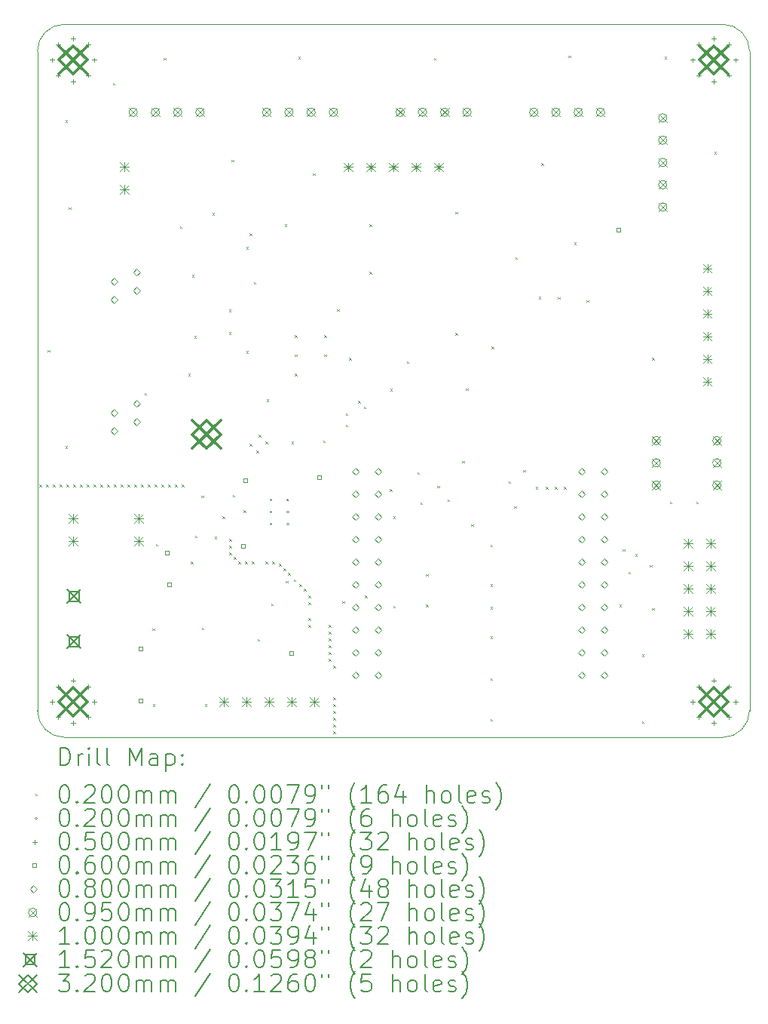
<source format=gbr>
%TF.GenerationSoftware,KiCad,Pcbnew,8.0.2*%
%TF.CreationDate,2024-05-30T14:16:56+02:00*%
%TF.ProjectId,Weather_IOT_1.0,57656174-6865-4725-9f49-4f545f312e30,1.0*%
%TF.SameCoordinates,Original*%
%TF.FileFunction,Drillmap*%
%TF.FilePolarity,Positive*%
%FSLAX45Y45*%
G04 Gerber Fmt 4.5, Leading zero omitted, Abs format (unit mm)*
G04 Created by KiCad (PCBNEW 8.0.2) date 2024-05-30 14:16:56*
%MOMM*%
%LPD*%
G01*
G04 APERTURE LIST*
%ADD10C,0.100000*%
%ADD11C,0.200000*%
%ADD12C,0.152000*%
%ADD13C,0.320000*%
G04 APERTURE END LIST*
D10*
X10000000Y-6300000D02*
G75*
G02*
X10300000Y-6000000I300000J0D01*
G01*
X10000000Y-6300000D02*
X10000000Y-13700000D01*
X10300000Y-14000000D02*
X17700000Y-14000000D01*
X17700000Y-6000000D02*
X10300000Y-6000000D01*
X10300000Y-14000000D02*
G75*
G02*
X10000000Y-13700000I0J300000D01*
G01*
X18000000Y-13700000D02*
G75*
G02*
X17700000Y-14000000I-300000J0D01*
G01*
X17700000Y-6000000D02*
G75*
G02*
X18000000Y-6300000I0J-300000D01*
G01*
X18000000Y-13700000D02*
X18000000Y-6300000D01*
D11*
D10*
X10023700Y-11166800D02*
X10043700Y-11186800D01*
X10043700Y-11166800D02*
X10023700Y-11186800D01*
X10099900Y-11166800D02*
X10119900Y-11186800D01*
X10119900Y-11166800D02*
X10099900Y-11186800D01*
X10115340Y-9653620D02*
X10135340Y-9673620D01*
X10135340Y-9653620D02*
X10115340Y-9673620D01*
X10176100Y-11166800D02*
X10196100Y-11186800D01*
X10196100Y-11166800D02*
X10176100Y-11186800D01*
X10252300Y-11166800D02*
X10272300Y-11186800D01*
X10272300Y-11166800D02*
X10252300Y-11186800D01*
X10315800Y-7077400D02*
X10335800Y-7097400D01*
X10335800Y-7077400D02*
X10315800Y-7097400D01*
X10315800Y-10735000D02*
X10335800Y-10755000D01*
X10335800Y-10735000D02*
X10315800Y-10755000D01*
X10328500Y-11166800D02*
X10348500Y-11186800D01*
X10348500Y-11166800D02*
X10328500Y-11186800D01*
X10353900Y-8055300D02*
X10373900Y-8075300D01*
X10373900Y-8055300D02*
X10353900Y-8075300D01*
X10404700Y-11166800D02*
X10424700Y-11186800D01*
X10424700Y-11166800D02*
X10404700Y-11186800D01*
X10480900Y-11166800D02*
X10500900Y-11186800D01*
X10500900Y-11166800D02*
X10480900Y-11186800D01*
X10557100Y-11166800D02*
X10577100Y-11186800D01*
X10577100Y-11166800D02*
X10557100Y-11186800D01*
X10633300Y-11166800D02*
X10653300Y-11186800D01*
X10653300Y-11166800D02*
X10633300Y-11186800D01*
X10709500Y-11166800D02*
X10729500Y-11186800D01*
X10729500Y-11166800D02*
X10709500Y-11186800D01*
X10785700Y-11166800D02*
X10805700Y-11186800D01*
X10805700Y-11166800D02*
X10785700Y-11186800D01*
X10849200Y-6658300D02*
X10869200Y-6678300D01*
X10869200Y-6658300D02*
X10849200Y-6678300D01*
X10861900Y-11166800D02*
X10881900Y-11186800D01*
X10881900Y-11166800D02*
X10861900Y-11186800D01*
X10938100Y-11166800D02*
X10958100Y-11186800D01*
X10958100Y-11166800D02*
X10938100Y-11186800D01*
X11014300Y-11166800D02*
X11034300Y-11186800D01*
X11034300Y-11166800D02*
X11014300Y-11186800D01*
X11090500Y-11166800D02*
X11110500Y-11186800D01*
X11110500Y-11166800D02*
X11090500Y-11186800D01*
X11166700Y-11166800D02*
X11186700Y-11186800D01*
X11186700Y-11166800D02*
X11166700Y-11186800D01*
X11204800Y-10138100D02*
X11224800Y-10158100D01*
X11224800Y-10138100D02*
X11204800Y-10158100D01*
X11242900Y-11166800D02*
X11262900Y-11186800D01*
X11262900Y-11166800D02*
X11242900Y-11186800D01*
X11291700Y-12780640D02*
X11311700Y-12800640D01*
X11311700Y-12780640D02*
X11291700Y-12800640D01*
X11294240Y-13629000D02*
X11314240Y-13649000D01*
X11314240Y-13629000D02*
X11294240Y-13649000D01*
X11319100Y-11166800D02*
X11339100Y-11186800D01*
X11339100Y-11166800D02*
X11319100Y-11186800D01*
X11328560Y-11827700D02*
X11348560Y-11847700D01*
X11348560Y-11827700D02*
X11328560Y-11847700D01*
X11395300Y-11166800D02*
X11415300Y-11186800D01*
X11415300Y-11166800D02*
X11395300Y-11186800D01*
X11420700Y-6378900D02*
X11440700Y-6398900D01*
X11440700Y-6378900D02*
X11420700Y-6398900D01*
X11471500Y-11166800D02*
X11491500Y-11186800D01*
X11491500Y-11166800D02*
X11471500Y-11186800D01*
X11547700Y-11166800D02*
X11567700Y-11186800D01*
X11567700Y-11166800D02*
X11547700Y-11186800D01*
X11601240Y-8264240D02*
X11621240Y-8284240D01*
X11621240Y-8264240D02*
X11601240Y-8284240D01*
X11623900Y-11166800D02*
X11643900Y-11186800D01*
X11643900Y-11166800D02*
X11623900Y-11186800D01*
X11692680Y-9920320D02*
X11712680Y-9940320D01*
X11712680Y-9920320D02*
X11692680Y-9940320D01*
X11723500Y-12030100D02*
X11743500Y-12050100D01*
X11743500Y-12030100D02*
X11723500Y-12050100D01*
X11738400Y-8810340D02*
X11758400Y-8830340D01*
X11758400Y-8810340D02*
X11738400Y-8830340D01*
X11761260Y-9498680D02*
X11781260Y-9518680D01*
X11781260Y-9498680D02*
X11761260Y-9518680D01*
X11773060Y-11738800D02*
X11793060Y-11758800D01*
X11793060Y-11738800D02*
X11773060Y-11758800D01*
X11841640Y-11287920D02*
X11861640Y-11307920D01*
X11861640Y-11287920D02*
X11841640Y-11307920D01*
X11847960Y-12770480D02*
X11867960Y-12790480D01*
X11867960Y-12770480D02*
X11847960Y-12790480D01*
X11878440Y-13629000D02*
X11898440Y-13649000D01*
X11898440Y-13629000D02*
X11878440Y-13649000D01*
X11966800Y-8118800D02*
X11986800Y-8138800D01*
X11986800Y-8118800D02*
X11966800Y-8138800D01*
X11990200Y-11749400D02*
X12010200Y-11769400D01*
X12010200Y-11749400D02*
X11990200Y-11769400D01*
X12081100Y-11522400D02*
X12101100Y-11542400D01*
X12101100Y-11522400D02*
X12081100Y-11542400D01*
X12149930Y-9200387D02*
X12169930Y-9220387D01*
X12169930Y-9200387D02*
X12149930Y-9220387D01*
X12149930Y-9454387D02*
X12169930Y-9474387D01*
X12169930Y-9454387D02*
X12149930Y-9474387D01*
X12157300Y-11776400D02*
X12177300Y-11796400D01*
X12177300Y-11776400D02*
X12157300Y-11796400D01*
X12157300Y-11852600D02*
X12177300Y-11872600D01*
X12177300Y-11852600D02*
X12157300Y-11872600D01*
X12157300Y-11928800D02*
X12177300Y-11948800D01*
X12177300Y-11928800D02*
X12157300Y-11948800D01*
X12182700Y-7521900D02*
X12202700Y-7541900D01*
X12202700Y-7521900D02*
X12182700Y-7541900D01*
X12195400Y-11281100D02*
X12215400Y-11301100D01*
X12215400Y-11281100D02*
X12195400Y-11301100D01*
X12208100Y-11979600D02*
X12228100Y-11999600D01*
X12228100Y-11979600D02*
X12208100Y-11999600D01*
X12258900Y-12030400D02*
X12278900Y-12050400D01*
X12278900Y-12030400D02*
X12258900Y-12050400D01*
X12316015Y-11452585D02*
X12336015Y-11472585D01*
X12336015Y-11452585D02*
X12316015Y-11472585D01*
X12335100Y-12030400D02*
X12355100Y-12050400D01*
X12355100Y-12030400D02*
X12335100Y-12050400D01*
X12347800Y-8499800D02*
X12367800Y-8519800D01*
X12367800Y-8499800D02*
X12347800Y-8519800D01*
X12347800Y-9668200D02*
X12367800Y-9688200D01*
X12367800Y-9668200D02*
X12347800Y-9688200D01*
X12385900Y-8347400D02*
X12405900Y-8367400D01*
X12405900Y-8347400D02*
X12385900Y-8367400D01*
X12385900Y-10709600D02*
X12405900Y-10729600D01*
X12405900Y-10709600D02*
X12385900Y-10729600D01*
X12411300Y-12030400D02*
X12431300Y-12050400D01*
X12431300Y-12030400D02*
X12411300Y-12050400D01*
X12429280Y-8894160D02*
X12449280Y-8914160D01*
X12449280Y-8894160D02*
X12429280Y-8914160D01*
X12462100Y-10785800D02*
X12482100Y-10805800D01*
X12482100Y-10785800D02*
X12462100Y-10805800D01*
X12476180Y-12894940D02*
X12496180Y-12914940D01*
X12496180Y-12894940D02*
X12476180Y-12914940D01*
X12487500Y-10608000D02*
X12507500Y-10628000D01*
X12507500Y-10608000D02*
X12487500Y-10628000D01*
X12563700Y-10684200D02*
X12583700Y-10704200D01*
X12583700Y-10684200D02*
X12563700Y-10704200D01*
X12563700Y-12030400D02*
X12583700Y-12050400D01*
X12583700Y-12030400D02*
X12563700Y-12050400D01*
X12576600Y-10209880D02*
X12596600Y-10229880D01*
X12596600Y-10209880D02*
X12576600Y-10229880D01*
X12625200Y-12499500D02*
X12645200Y-12519500D01*
X12645200Y-12499500D02*
X12625200Y-12519500D01*
X12639900Y-12030400D02*
X12659900Y-12050400D01*
X12659900Y-12030400D02*
X12639900Y-12050400D01*
X12716100Y-12055800D02*
X12736100Y-12075800D01*
X12736100Y-12055800D02*
X12716100Y-12075800D01*
X12766900Y-12106600D02*
X12786900Y-12126600D01*
X12786900Y-12106600D02*
X12766900Y-12126600D01*
X12779600Y-8245800D02*
X12799600Y-8265800D01*
X12799600Y-8245800D02*
X12779600Y-8265800D01*
X12792300Y-12246300D02*
X12812300Y-12266300D01*
X12812300Y-12246300D02*
X12792300Y-12266300D01*
X12817700Y-12157400D02*
X12837700Y-12177400D01*
X12837700Y-12157400D02*
X12817700Y-12177400D01*
X12855800Y-10684200D02*
X12875800Y-10704200D01*
X12875800Y-10684200D02*
X12855800Y-10704200D01*
X12877960Y-12225500D02*
X12897960Y-12245500D01*
X12897960Y-12225500D02*
X12877960Y-12245500D01*
X12891560Y-9920320D02*
X12911560Y-9940320D01*
X12911560Y-9920320D02*
X12891560Y-9940320D01*
X12893900Y-9490400D02*
X12913900Y-9510400D01*
X12913900Y-9490400D02*
X12893900Y-9510400D01*
X12893900Y-9706300D02*
X12913900Y-9726300D01*
X12913900Y-9706300D02*
X12893900Y-9726300D01*
X12932000Y-6366200D02*
X12952000Y-6386200D01*
X12952000Y-6366200D02*
X12932000Y-6386200D01*
X12944700Y-12284400D02*
X12964700Y-12304400D01*
X12964700Y-12284400D02*
X12944700Y-12304400D01*
X12995500Y-12335200D02*
X13015500Y-12355200D01*
X13015500Y-12335200D02*
X12995500Y-12355200D01*
X13046300Y-12411400D02*
X13066300Y-12431400D01*
X13066300Y-12411400D02*
X13046300Y-12431400D01*
X13046300Y-12487600D02*
X13066300Y-12507600D01*
X13066300Y-12487600D02*
X13046300Y-12507600D01*
X13046300Y-12665400D02*
X13066300Y-12685400D01*
X13066300Y-12665400D02*
X13046300Y-12685400D01*
X13046300Y-12741600D02*
X13066300Y-12761600D01*
X13066300Y-12741600D02*
X13046300Y-12761600D01*
X13097100Y-7674300D02*
X13117100Y-7694300D01*
X13117100Y-7674300D02*
X13097100Y-7694300D01*
X13211400Y-10671500D02*
X13231400Y-10691500D01*
X13231400Y-10671500D02*
X13211400Y-10691500D01*
X13224100Y-9490400D02*
X13244100Y-9510400D01*
X13244100Y-9490400D02*
X13224100Y-9510400D01*
X13224100Y-9706300D02*
X13244100Y-9726300D01*
X13244100Y-9706300D02*
X13224100Y-9726300D01*
X13274900Y-12741600D02*
X13294900Y-12761600D01*
X13294900Y-12741600D02*
X13274900Y-12761600D01*
X13274900Y-12817800D02*
X13294900Y-12837800D01*
X13294900Y-12817800D02*
X13274900Y-12837800D01*
X13274900Y-12894000D02*
X13294900Y-12914000D01*
X13294900Y-12894000D02*
X13274900Y-12914000D01*
X13274900Y-12970200D02*
X13294900Y-12990200D01*
X13294900Y-12970200D02*
X13274900Y-12990200D01*
X13274900Y-13046400D02*
X13294900Y-13066400D01*
X13294900Y-13046400D02*
X13274900Y-13066400D01*
X13274900Y-13122600D02*
X13294900Y-13142600D01*
X13294900Y-13122600D02*
X13274900Y-13142600D01*
X13325700Y-13198800D02*
X13345700Y-13218800D01*
X13345700Y-13198800D02*
X13325700Y-13218800D01*
X13325700Y-13554400D02*
X13345700Y-13574400D01*
X13345700Y-13554400D02*
X13325700Y-13574400D01*
X13325700Y-13630600D02*
X13345700Y-13650600D01*
X13345700Y-13630600D02*
X13325700Y-13650600D01*
X13325700Y-13706800D02*
X13345700Y-13726800D01*
X13345700Y-13706800D02*
X13325700Y-13726800D01*
X13325700Y-13783000D02*
X13345700Y-13803000D01*
X13345700Y-13783000D02*
X13325700Y-13803000D01*
X13325700Y-13859200D02*
X13345700Y-13879200D01*
X13345700Y-13859200D02*
X13325700Y-13879200D01*
X13325700Y-13935400D02*
X13345700Y-13955400D01*
X13345700Y-13935400D02*
X13325700Y-13955400D01*
X13366340Y-9198300D02*
X13386340Y-9218300D01*
X13386340Y-9198300D02*
X13366340Y-9218300D01*
X13427300Y-12474900D02*
X13447300Y-12494900D01*
X13447300Y-12474900D02*
X13427300Y-12494900D01*
X13465400Y-10366700D02*
X13485400Y-10386700D01*
X13485400Y-10366700D02*
X13465400Y-10386700D01*
X13465400Y-10493700D02*
X13485400Y-10513700D01*
X13485400Y-10493700D02*
X13465400Y-10513700D01*
X13503500Y-9744400D02*
X13523500Y-9764400D01*
X13523500Y-9744400D02*
X13503500Y-9764400D01*
X13605100Y-10227000D02*
X13625100Y-10247000D01*
X13625100Y-10227000D02*
X13605100Y-10247000D01*
X13668600Y-10290500D02*
X13688600Y-10310500D01*
X13688600Y-10290500D02*
X13668600Y-10310500D01*
X13681300Y-12411400D02*
X13701300Y-12431400D01*
X13701300Y-12411400D02*
X13681300Y-12431400D01*
X13732100Y-8245800D02*
X13752100Y-8265800D01*
X13752100Y-8245800D02*
X13732100Y-8265800D01*
X13732100Y-8779200D02*
X13752100Y-8799200D01*
X13752100Y-8779200D02*
X13732100Y-8799200D01*
X13960700Y-11217600D02*
X13980700Y-11237600D01*
X13980700Y-11217600D02*
X13960700Y-11237600D01*
X13965780Y-10089840D02*
X13985780Y-10109840D01*
X13985780Y-10089840D02*
X13965780Y-10109840D01*
X13998800Y-11522400D02*
X14018800Y-11542400D01*
X14018800Y-11522400D02*
X13998800Y-11542400D01*
X13998800Y-12525700D02*
X14018800Y-12545700D01*
X14018800Y-12525700D02*
X13998800Y-12545700D01*
X14148660Y-9779960D02*
X14168660Y-9799960D01*
X14168660Y-9779960D02*
X14148660Y-9799960D01*
X14270580Y-11027100D02*
X14290580Y-11047100D01*
X14290580Y-11027100D02*
X14270580Y-11047100D01*
X14303600Y-11364920D02*
X14323600Y-11384920D01*
X14323600Y-11364920D02*
X14303600Y-11384920D01*
X14367100Y-12170100D02*
X14387100Y-12190100D01*
X14387100Y-12170100D02*
X14367100Y-12190100D01*
X14367100Y-12513000D02*
X14387100Y-12533000D01*
X14387100Y-12513000D02*
X14367100Y-12533000D01*
X14456000Y-6378900D02*
X14476000Y-6398900D01*
X14476000Y-6378900D02*
X14456000Y-6398900D01*
X14494100Y-11176960D02*
X14514100Y-11196960D01*
X14514100Y-11176960D02*
X14494100Y-11196960D01*
X14608400Y-11329360D02*
X14628400Y-11349360D01*
X14628400Y-11329360D02*
X14608400Y-11349360D01*
X14697300Y-8106100D02*
X14717300Y-8126100D01*
X14717300Y-8106100D02*
X14697300Y-8126100D01*
X14697300Y-9465000D02*
X14717300Y-9485000D01*
X14717300Y-9465000D02*
X14697300Y-9485000D01*
X14773500Y-10900100D02*
X14793500Y-10920100D01*
X14793500Y-10900100D02*
X14773500Y-10920100D01*
X14813440Y-10083960D02*
X14833440Y-10103960D01*
X14833440Y-10083960D02*
X14813440Y-10103960D01*
X14875100Y-11611300D02*
X14895100Y-11631300D01*
X14895100Y-11611300D02*
X14875100Y-11631300D01*
X15091000Y-11839900D02*
X15111000Y-11859900D01*
X15111000Y-11839900D02*
X15091000Y-11859900D01*
X15091000Y-12284400D02*
X15111000Y-12304400D01*
X15111000Y-12284400D02*
X15091000Y-12304400D01*
X15091000Y-12538400D02*
X15111000Y-12558400D01*
X15111000Y-12538400D02*
X15091000Y-12558400D01*
X15091000Y-12868600D02*
X15111000Y-12888600D01*
X15111000Y-12868600D02*
X15091000Y-12888600D01*
X15091000Y-13338500D02*
X15111000Y-13358500D01*
X15111000Y-13338500D02*
X15091000Y-13358500D01*
X15091000Y-13795700D02*
X15111000Y-13815700D01*
X15111000Y-13795700D02*
X15091000Y-13815700D01*
X15103700Y-9617400D02*
X15123700Y-9637400D01*
X15123700Y-9617400D02*
X15103700Y-9637400D01*
X15291660Y-11128700D02*
X15311660Y-11148700D01*
X15311660Y-11128700D02*
X15291660Y-11148700D01*
X15357700Y-11408100D02*
X15377700Y-11428100D01*
X15377700Y-11408100D02*
X15357700Y-11428100D01*
X15370400Y-8614100D02*
X15390400Y-8634100D01*
X15390400Y-8614100D02*
X15370400Y-8634100D01*
X15459300Y-11001700D02*
X15479300Y-11021700D01*
X15479300Y-11001700D02*
X15459300Y-11021700D01*
X15599000Y-11192200D02*
X15619000Y-11212200D01*
X15619000Y-11192200D02*
X15599000Y-11212200D01*
X15631680Y-9058600D02*
X15651680Y-9078600D01*
X15651680Y-9058600D02*
X15631680Y-9078600D01*
X15662500Y-7560000D02*
X15682500Y-7580000D01*
X15682500Y-7560000D02*
X15662500Y-7580000D01*
X15713300Y-11192200D02*
X15733300Y-11212200D01*
X15733300Y-11192200D02*
X15713300Y-11212200D01*
X15814900Y-11192200D02*
X15834900Y-11212200D01*
X15834900Y-11192200D02*
X15814900Y-11212200D01*
X15847580Y-9063000D02*
X15867580Y-9083000D01*
X15867580Y-9063000D02*
X15847580Y-9083000D01*
X15916500Y-11192200D02*
X15936500Y-11212200D01*
X15936500Y-11192200D02*
X15916500Y-11212200D01*
X15967300Y-6353500D02*
X15987300Y-6373500D01*
X15987300Y-6353500D02*
X15967300Y-6373500D01*
X16030800Y-8449000D02*
X16050800Y-8469000D01*
X16050800Y-8449000D02*
X16030800Y-8469000D01*
X16170500Y-9096700D02*
X16190500Y-9116700D01*
X16190500Y-9096700D02*
X16170500Y-9116700D01*
X16538800Y-12513000D02*
X16558800Y-12533000D01*
X16558800Y-12513000D02*
X16538800Y-12533000D01*
X16576900Y-11890700D02*
X16596900Y-11910700D01*
X16596900Y-11890700D02*
X16576900Y-11910700D01*
X16640400Y-12144700D02*
X16660400Y-12164700D01*
X16660400Y-12144700D02*
X16640400Y-12164700D01*
X16716713Y-11943240D02*
X16736713Y-11963240D01*
X16736713Y-11943240D02*
X16716713Y-11963240D01*
X16792800Y-13071800D02*
X16812800Y-13091800D01*
X16812800Y-13071800D02*
X16792800Y-13091800D01*
X16792800Y-13821100D02*
X16812800Y-13841100D01*
X16812800Y-13821100D02*
X16792800Y-13841100D01*
X16881700Y-12068500D02*
X16901700Y-12088500D01*
X16901700Y-12068500D02*
X16881700Y-12088500D01*
X16907100Y-9744400D02*
X16927100Y-9764400D01*
X16927100Y-9744400D02*
X16907100Y-9764400D01*
X16907100Y-12551100D02*
X16927100Y-12571100D01*
X16927100Y-12551100D02*
X16907100Y-12571100D01*
X17046800Y-6366200D02*
X17066800Y-6386200D01*
X17066800Y-6366200D02*
X17046800Y-6386200D01*
X17107060Y-11357800D02*
X17127060Y-11377800D01*
X17127060Y-11357800D02*
X17107060Y-11377800D01*
X17399160Y-11357800D02*
X17419160Y-11377800D01*
X17419160Y-11357800D02*
X17399160Y-11377800D01*
X17605600Y-7433000D02*
X17625600Y-7453000D01*
X17625600Y-7433000D02*
X17605600Y-7453000D01*
X12632500Y-11337000D02*
G75*
G02*
X12612500Y-11337000I-10000J0D01*
G01*
X12612500Y-11337000D02*
G75*
G02*
X12632500Y-11337000I10000J0D01*
G01*
X12632500Y-11472000D02*
G75*
G02*
X12612500Y-11472000I-10000J0D01*
G01*
X12612500Y-11472000D02*
G75*
G02*
X12632500Y-11472000I10000J0D01*
G01*
X12632500Y-11607000D02*
G75*
G02*
X12612500Y-11607000I-10000J0D01*
G01*
X12612500Y-11607000D02*
G75*
G02*
X12632500Y-11607000I10000J0D01*
G01*
X12822500Y-11337000D02*
G75*
G02*
X12802500Y-11337000I-10000J0D01*
G01*
X12802500Y-11337000D02*
G75*
G02*
X12822500Y-11337000I10000J0D01*
G01*
X12822500Y-11472000D02*
G75*
G02*
X12802500Y-11472000I-10000J0D01*
G01*
X12802500Y-11472000D02*
G75*
G02*
X12822500Y-11472000I10000J0D01*
G01*
X12822500Y-11607000D02*
G75*
G02*
X12802500Y-11607000I-10000J0D01*
G01*
X12802500Y-11607000D02*
G75*
G02*
X12822500Y-11607000I10000J0D01*
G01*
X10160000Y-6375000D02*
X10160000Y-6425000D01*
X10135000Y-6400000D02*
X10185000Y-6400000D01*
X10160000Y-13575000D02*
X10160000Y-13625000D01*
X10135000Y-13600000D02*
X10185000Y-13600000D01*
X10230294Y-6205294D02*
X10230294Y-6255294D01*
X10205294Y-6230294D02*
X10255294Y-6230294D01*
X10230294Y-6544706D02*
X10230294Y-6594706D01*
X10205294Y-6569706D02*
X10255294Y-6569706D01*
X10230294Y-13405294D02*
X10230294Y-13455294D01*
X10205294Y-13430294D02*
X10255294Y-13430294D01*
X10230294Y-13744706D02*
X10230294Y-13794706D01*
X10205294Y-13769706D02*
X10255294Y-13769706D01*
X10400000Y-6135000D02*
X10400000Y-6185000D01*
X10375000Y-6160000D02*
X10425000Y-6160000D01*
X10400000Y-6615000D02*
X10400000Y-6665000D01*
X10375000Y-6640000D02*
X10425000Y-6640000D01*
X10400000Y-13335000D02*
X10400000Y-13385000D01*
X10375000Y-13360000D02*
X10425000Y-13360000D01*
X10400000Y-13815000D02*
X10400000Y-13865000D01*
X10375000Y-13840000D02*
X10425000Y-13840000D01*
X10569706Y-6205294D02*
X10569706Y-6255294D01*
X10544706Y-6230294D02*
X10594706Y-6230294D01*
X10569706Y-6544706D02*
X10569706Y-6594706D01*
X10544706Y-6569706D02*
X10594706Y-6569706D01*
X10569706Y-13405294D02*
X10569706Y-13455294D01*
X10544706Y-13430294D02*
X10594706Y-13430294D01*
X10569706Y-13744706D02*
X10569706Y-13794706D01*
X10544706Y-13769706D02*
X10594706Y-13769706D01*
X10640000Y-6375000D02*
X10640000Y-6425000D01*
X10615000Y-6400000D02*
X10665000Y-6400000D01*
X10640000Y-13575000D02*
X10640000Y-13625000D01*
X10615000Y-13600000D02*
X10665000Y-13600000D01*
X17360000Y-6375000D02*
X17360000Y-6425000D01*
X17335000Y-6400000D02*
X17385000Y-6400000D01*
X17360000Y-13575000D02*
X17360000Y-13625000D01*
X17335000Y-13600000D02*
X17385000Y-13600000D01*
X17430294Y-6205294D02*
X17430294Y-6255294D01*
X17405294Y-6230294D02*
X17455294Y-6230294D01*
X17430294Y-6544706D02*
X17430294Y-6594706D01*
X17405294Y-6569706D02*
X17455294Y-6569706D01*
X17430294Y-13405294D02*
X17430294Y-13455294D01*
X17405294Y-13430294D02*
X17455294Y-13430294D01*
X17430294Y-13744706D02*
X17430294Y-13794706D01*
X17405294Y-13769706D02*
X17455294Y-13769706D01*
X17600000Y-6135000D02*
X17600000Y-6185000D01*
X17575000Y-6160000D02*
X17625000Y-6160000D01*
X17600000Y-6615000D02*
X17600000Y-6665000D01*
X17575000Y-6640000D02*
X17625000Y-6640000D01*
X17600000Y-13335000D02*
X17600000Y-13385000D01*
X17575000Y-13360000D02*
X17625000Y-13360000D01*
X17600000Y-13815000D02*
X17600000Y-13865000D01*
X17575000Y-13840000D02*
X17625000Y-13840000D01*
X17769706Y-6205294D02*
X17769706Y-6255294D01*
X17744706Y-6230294D02*
X17794706Y-6230294D01*
X17769706Y-6544706D02*
X17769706Y-6594706D01*
X17744706Y-6569706D02*
X17794706Y-6569706D01*
X17769706Y-13405294D02*
X17769706Y-13455294D01*
X17744706Y-13430294D02*
X17794706Y-13430294D01*
X17769706Y-13744706D02*
X17769706Y-13794706D01*
X17744706Y-13769706D02*
X17794706Y-13769706D01*
X17840000Y-6375000D02*
X17840000Y-6425000D01*
X17815000Y-6400000D02*
X17865000Y-6400000D01*
X17840000Y-13575000D02*
X17840000Y-13625000D01*
X17815000Y-13600000D02*
X17865000Y-13600000D01*
X11183213Y-13025213D02*
X11183213Y-12982787D01*
X11140787Y-12982787D01*
X11140787Y-13025213D01*
X11183213Y-13025213D01*
X11183213Y-13609413D02*
X11183213Y-13566987D01*
X11140787Y-13566987D01*
X11140787Y-13609413D01*
X11183213Y-13609413D01*
X11477913Y-11947813D02*
X11477913Y-11905387D01*
X11435487Y-11905387D01*
X11435487Y-11947813D01*
X11477913Y-11947813D01*
X11503313Y-12303413D02*
X11503313Y-12260987D01*
X11460887Y-12260987D01*
X11460887Y-12303413D01*
X11503313Y-12303413D01*
X12328213Y-11871113D02*
X12328213Y-11828687D01*
X12285787Y-11828687D01*
X12285787Y-11871113D01*
X12328213Y-11871113D01*
X12353613Y-11139763D02*
X12353613Y-11097337D01*
X12311187Y-11097337D01*
X12311187Y-11139763D01*
X12353613Y-11139763D01*
X12873613Y-13076813D02*
X12873613Y-13034387D01*
X12831187Y-13034387D01*
X12831187Y-13076813D01*
X12873613Y-13076813D01*
X13189813Y-11107513D02*
X13189813Y-11065087D01*
X13147387Y-11065087D01*
X13147387Y-11107513D01*
X13189813Y-11107513D01*
X16544613Y-8327813D02*
X16544613Y-8285387D01*
X16502187Y-8285387D01*
X16502187Y-8327813D01*
X16544613Y-8327813D01*
X10861600Y-8923640D02*
X10901600Y-8883640D01*
X10861600Y-8843640D01*
X10821600Y-8883640D01*
X10861600Y-8923640D01*
X10861600Y-9127640D02*
X10901600Y-9087640D01*
X10861600Y-9047640D01*
X10821600Y-9087640D01*
X10861600Y-9127640D01*
X10861600Y-10396840D02*
X10901600Y-10356840D01*
X10861600Y-10316840D01*
X10821600Y-10356840D01*
X10861600Y-10396840D01*
X10861600Y-10600840D02*
X10901600Y-10560840D01*
X10861600Y-10520840D01*
X10821600Y-10560840D01*
X10861600Y-10600840D01*
X11115600Y-8821640D02*
X11155600Y-8781640D01*
X11115600Y-8741640D01*
X11075600Y-8781640D01*
X11115600Y-8821640D01*
X11115600Y-9025640D02*
X11155600Y-8985640D01*
X11115600Y-8945640D01*
X11075600Y-8985640D01*
X11115600Y-9025640D01*
X11115600Y-10294840D02*
X11155600Y-10254840D01*
X11115600Y-10214840D01*
X11075600Y-10254840D01*
X11115600Y-10294840D01*
X11115600Y-10498840D02*
X11155600Y-10458840D01*
X11115600Y-10418840D01*
X11075600Y-10458840D01*
X11115600Y-10498840D01*
X13573000Y-11055500D02*
X13613000Y-11015500D01*
X13573000Y-10975500D01*
X13533000Y-11015500D01*
X13573000Y-11055500D01*
X13573000Y-11309500D02*
X13613000Y-11269500D01*
X13573000Y-11229500D01*
X13533000Y-11269500D01*
X13573000Y-11309500D01*
X13573000Y-11563500D02*
X13613000Y-11523500D01*
X13573000Y-11483500D01*
X13533000Y-11523500D01*
X13573000Y-11563500D01*
X13573000Y-11817500D02*
X13613000Y-11777500D01*
X13573000Y-11737500D01*
X13533000Y-11777500D01*
X13573000Y-11817500D01*
X13573000Y-12071500D02*
X13613000Y-12031500D01*
X13573000Y-11991500D01*
X13533000Y-12031500D01*
X13573000Y-12071500D01*
X13573000Y-12325500D02*
X13613000Y-12285500D01*
X13573000Y-12245500D01*
X13533000Y-12285500D01*
X13573000Y-12325500D01*
X13573000Y-12579500D02*
X13613000Y-12539500D01*
X13573000Y-12499500D01*
X13533000Y-12539500D01*
X13573000Y-12579500D01*
X13573000Y-12833500D02*
X13613000Y-12793500D01*
X13573000Y-12753500D01*
X13533000Y-12793500D01*
X13573000Y-12833500D01*
X13573000Y-13087500D02*
X13613000Y-13047500D01*
X13573000Y-13007500D01*
X13533000Y-13047500D01*
X13573000Y-13087500D01*
X13573000Y-13341500D02*
X13613000Y-13301500D01*
X13573000Y-13261500D01*
X13533000Y-13301500D01*
X13573000Y-13341500D01*
X13827000Y-11055500D02*
X13867000Y-11015500D01*
X13827000Y-10975500D01*
X13787000Y-11015500D01*
X13827000Y-11055500D01*
X13827000Y-11309500D02*
X13867000Y-11269500D01*
X13827000Y-11229500D01*
X13787000Y-11269500D01*
X13827000Y-11309500D01*
X13827000Y-11563500D02*
X13867000Y-11523500D01*
X13827000Y-11483500D01*
X13787000Y-11523500D01*
X13827000Y-11563500D01*
X13827000Y-11817500D02*
X13867000Y-11777500D01*
X13827000Y-11737500D01*
X13787000Y-11777500D01*
X13827000Y-11817500D01*
X13827000Y-12071500D02*
X13867000Y-12031500D01*
X13827000Y-11991500D01*
X13787000Y-12031500D01*
X13827000Y-12071500D01*
X13827000Y-12325500D02*
X13867000Y-12285500D01*
X13827000Y-12245500D01*
X13787000Y-12285500D01*
X13827000Y-12325500D01*
X13827000Y-12579500D02*
X13867000Y-12539500D01*
X13827000Y-12499500D01*
X13787000Y-12539500D01*
X13827000Y-12579500D01*
X13827000Y-12833500D02*
X13867000Y-12793500D01*
X13827000Y-12753500D01*
X13787000Y-12793500D01*
X13827000Y-12833500D01*
X13827000Y-13087500D02*
X13867000Y-13047500D01*
X13827000Y-13007500D01*
X13787000Y-13047500D01*
X13827000Y-13087500D01*
X13827000Y-13341500D02*
X13867000Y-13301500D01*
X13827000Y-13261500D01*
X13787000Y-13301500D01*
X13827000Y-13341500D01*
X16113000Y-11055500D02*
X16153000Y-11015500D01*
X16113000Y-10975500D01*
X16073000Y-11015500D01*
X16113000Y-11055500D01*
X16113000Y-11309500D02*
X16153000Y-11269500D01*
X16113000Y-11229500D01*
X16073000Y-11269500D01*
X16113000Y-11309500D01*
X16113000Y-11563500D02*
X16153000Y-11523500D01*
X16113000Y-11483500D01*
X16073000Y-11523500D01*
X16113000Y-11563500D01*
X16113000Y-11817500D02*
X16153000Y-11777500D01*
X16113000Y-11737500D01*
X16073000Y-11777500D01*
X16113000Y-11817500D01*
X16113000Y-12071500D02*
X16153000Y-12031500D01*
X16113000Y-11991500D01*
X16073000Y-12031500D01*
X16113000Y-12071500D01*
X16113000Y-12325500D02*
X16153000Y-12285500D01*
X16113000Y-12245500D01*
X16073000Y-12285500D01*
X16113000Y-12325500D01*
X16113000Y-12579500D02*
X16153000Y-12539500D01*
X16113000Y-12499500D01*
X16073000Y-12539500D01*
X16113000Y-12579500D01*
X16113000Y-12833500D02*
X16153000Y-12793500D01*
X16113000Y-12753500D01*
X16073000Y-12793500D01*
X16113000Y-12833500D01*
X16113000Y-13087500D02*
X16153000Y-13047500D01*
X16113000Y-13007500D01*
X16073000Y-13047500D01*
X16113000Y-13087500D01*
X16113000Y-13341500D02*
X16153000Y-13301500D01*
X16113000Y-13261500D01*
X16073000Y-13301500D01*
X16113000Y-13341500D01*
X16367000Y-11055500D02*
X16407000Y-11015500D01*
X16367000Y-10975500D01*
X16327000Y-11015500D01*
X16367000Y-11055500D01*
X16367000Y-11309500D02*
X16407000Y-11269500D01*
X16367000Y-11229500D01*
X16327000Y-11269500D01*
X16367000Y-11309500D01*
X16367000Y-11563500D02*
X16407000Y-11523500D01*
X16367000Y-11483500D01*
X16327000Y-11523500D01*
X16367000Y-11563500D01*
X16367000Y-11817500D02*
X16407000Y-11777500D01*
X16367000Y-11737500D01*
X16327000Y-11777500D01*
X16367000Y-11817500D01*
X16367000Y-12071500D02*
X16407000Y-12031500D01*
X16367000Y-11991500D01*
X16327000Y-12031500D01*
X16367000Y-12071500D01*
X16367000Y-12325500D02*
X16407000Y-12285500D01*
X16367000Y-12245500D01*
X16327000Y-12285500D01*
X16367000Y-12325500D01*
X16367000Y-12579500D02*
X16407000Y-12539500D01*
X16367000Y-12499500D01*
X16327000Y-12539500D01*
X16367000Y-12579500D01*
X16367000Y-12833500D02*
X16407000Y-12793500D01*
X16367000Y-12753500D01*
X16327000Y-12793500D01*
X16367000Y-12833500D01*
X16367000Y-13087500D02*
X16407000Y-13047500D01*
X16367000Y-13007500D01*
X16327000Y-13047500D01*
X16367000Y-13087500D01*
X16367000Y-13341500D02*
X16407000Y-13301500D01*
X16367000Y-13261500D01*
X16327000Y-13301500D01*
X16367000Y-13341500D01*
X11027500Y-6938800D02*
X11122500Y-7033800D01*
X11122500Y-6938800D02*
X11027500Y-7033800D01*
X11122500Y-6986300D02*
G75*
G02*
X11027500Y-6986300I-47500J0D01*
G01*
X11027500Y-6986300D02*
G75*
G02*
X11122500Y-6986300I47500J0D01*
G01*
X11277500Y-6938800D02*
X11372500Y-7033800D01*
X11372500Y-6938800D02*
X11277500Y-7033800D01*
X11372500Y-6986300D02*
G75*
G02*
X11277500Y-6986300I-47500J0D01*
G01*
X11277500Y-6986300D02*
G75*
G02*
X11372500Y-6986300I47500J0D01*
G01*
X11527500Y-6938800D02*
X11622500Y-7033800D01*
X11622500Y-6938800D02*
X11527500Y-7033800D01*
X11622500Y-6986300D02*
G75*
G02*
X11527500Y-6986300I-47500J0D01*
G01*
X11527500Y-6986300D02*
G75*
G02*
X11622500Y-6986300I47500J0D01*
G01*
X11777500Y-6938800D02*
X11872500Y-7033800D01*
X11872500Y-6938800D02*
X11777500Y-7033800D01*
X11872500Y-6986300D02*
G75*
G02*
X11777500Y-6986300I-47500J0D01*
G01*
X11777500Y-6986300D02*
G75*
G02*
X11872500Y-6986300I47500J0D01*
G01*
X12527500Y-6938800D02*
X12622500Y-7033800D01*
X12622500Y-6938800D02*
X12527500Y-7033800D01*
X12622500Y-6986300D02*
G75*
G02*
X12527500Y-6986300I-47500J0D01*
G01*
X12527500Y-6986300D02*
G75*
G02*
X12622500Y-6986300I47500J0D01*
G01*
X12777500Y-6938800D02*
X12872500Y-7033800D01*
X12872500Y-6938800D02*
X12777500Y-7033800D01*
X12872500Y-6986300D02*
G75*
G02*
X12777500Y-6986300I-47500J0D01*
G01*
X12777500Y-6986300D02*
G75*
G02*
X12872500Y-6986300I47500J0D01*
G01*
X13027500Y-6938800D02*
X13122500Y-7033800D01*
X13122500Y-6938800D02*
X13027500Y-7033800D01*
X13122500Y-6986300D02*
G75*
G02*
X13027500Y-6986300I-47500J0D01*
G01*
X13027500Y-6986300D02*
G75*
G02*
X13122500Y-6986300I47500J0D01*
G01*
X13277500Y-6938800D02*
X13372500Y-7033800D01*
X13372500Y-6938800D02*
X13277500Y-7033800D01*
X13372500Y-6986300D02*
G75*
G02*
X13277500Y-6986300I-47500J0D01*
G01*
X13277500Y-6986300D02*
G75*
G02*
X13372500Y-6986300I47500J0D01*
G01*
X14027500Y-6938800D02*
X14122500Y-7033800D01*
X14122500Y-6938800D02*
X14027500Y-7033800D01*
X14122500Y-6986300D02*
G75*
G02*
X14027500Y-6986300I-47500J0D01*
G01*
X14027500Y-6986300D02*
G75*
G02*
X14122500Y-6986300I47500J0D01*
G01*
X14277500Y-6938800D02*
X14372500Y-7033800D01*
X14372500Y-6938800D02*
X14277500Y-7033800D01*
X14372500Y-6986300D02*
G75*
G02*
X14277500Y-6986300I-47500J0D01*
G01*
X14277500Y-6986300D02*
G75*
G02*
X14372500Y-6986300I47500J0D01*
G01*
X14527500Y-6938800D02*
X14622500Y-7033800D01*
X14622500Y-6938800D02*
X14527500Y-7033800D01*
X14622500Y-6986300D02*
G75*
G02*
X14527500Y-6986300I-47500J0D01*
G01*
X14527500Y-6986300D02*
G75*
G02*
X14622500Y-6986300I47500J0D01*
G01*
X14777500Y-6938800D02*
X14872500Y-7033800D01*
X14872500Y-6938800D02*
X14777500Y-7033800D01*
X14872500Y-6986300D02*
G75*
G02*
X14777500Y-6986300I-47500J0D01*
G01*
X14777500Y-6986300D02*
G75*
G02*
X14872500Y-6986300I47500J0D01*
G01*
X15527500Y-6938800D02*
X15622500Y-7033800D01*
X15622500Y-6938800D02*
X15527500Y-7033800D01*
X15622500Y-6986300D02*
G75*
G02*
X15527500Y-6986300I-47500J0D01*
G01*
X15527500Y-6986300D02*
G75*
G02*
X15622500Y-6986300I47500J0D01*
G01*
X15777500Y-6938800D02*
X15872500Y-7033800D01*
X15872500Y-6938800D02*
X15777500Y-7033800D01*
X15872500Y-6986300D02*
G75*
G02*
X15777500Y-6986300I-47500J0D01*
G01*
X15777500Y-6986300D02*
G75*
G02*
X15872500Y-6986300I47500J0D01*
G01*
X16027500Y-6938800D02*
X16122500Y-7033800D01*
X16122500Y-6938800D02*
X16027500Y-7033800D01*
X16122500Y-6986300D02*
G75*
G02*
X16027500Y-6986300I-47500J0D01*
G01*
X16027500Y-6986300D02*
G75*
G02*
X16122500Y-6986300I47500J0D01*
G01*
X16277500Y-6938800D02*
X16372500Y-7033800D01*
X16372500Y-6938800D02*
X16277500Y-7033800D01*
X16372500Y-6986300D02*
G75*
G02*
X16277500Y-6986300I-47500J0D01*
G01*
X16277500Y-6986300D02*
G75*
G02*
X16372500Y-6986300I47500J0D01*
G01*
X16904460Y-10623420D02*
X16999460Y-10718420D01*
X16999460Y-10623420D02*
X16904460Y-10718420D01*
X16999460Y-10670920D02*
G75*
G02*
X16904460Y-10670920I-47500J0D01*
G01*
X16904460Y-10670920D02*
G75*
G02*
X16999460Y-10670920I47500J0D01*
G01*
X16904460Y-10873420D02*
X16999460Y-10968420D01*
X16999460Y-10873420D02*
X16904460Y-10968420D01*
X16999460Y-10920920D02*
G75*
G02*
X16904460Y-10920920I-47500J0D01*
G01*
X16904460Y-10920920D02*
G75*
G02*
X16999460Y-10920920I47500J0D01*
G01*
X16904460Y-11123420D02*
X16999460Y-11218420D01*
X16999460Y-11123420D02*
X16904460Y-11218420D01*
X16999460Y-11170920D02*
G75*
G02*
X16904460Y-11170920I-47500J0D01*
G01*
X16904460Y-11170920D02*
G75*
G02*
X16999460Y-11170920I47500J0D01*
G01*
X16977100Y-7002500D02*
X17072100Y-7097500D01*
X17072100Y-7002500D02*
X16977100Y-7097500D01*
X17072100Y-7050000D02*
G75*
G02*
X16977100Y-7050000I-47500J0D01*
G01*
X16977100Y-7050000D02*
G75*
G02*
X17072100Y-7050000I47500J0D01*
G01*
X16977100Y-7252500D02*
X17072100Y-7347500D01*
X17072100Y-7252500D02*
X16977100Y-7347500D01*
X17072100Y-7300000D02*
G75*
G02*
X16977100Y-7300000I-47500J0D01*
G01*
X16977100Y-7300000D02*
G75*
G02*
X17072100Y-7300000I47500J0D01*
G01*
X16977100Y-7502500D02*
X17072100Y-7597500D01*
X17072100Y-7502500D02*
X16977100Y-7597500D01*
X17072100Y-7550000D02*
G75*
G02*
X16977100Y-7550000I-47500J0D01*
G01*
X16977100Y-7550000D02*
G75*
G02*
X17072100Y-7550000I47500J0D01*
G01*
X16977100Y-7752500D02*
X17072100Y-7847500D01*
X17072100Y-7752500D02*
X16977100Y-7847500D01*
X17072100Y-7800000D02*
G75*
G02*
X16977100Y-7800000I-47500J0D01*
G01*
X16977100Y-7800000D02*
G75*
G02*
X17072100Y-7800000I47500J0D01*
G01*
X16977100Y-8002500D02*
X17072100Y-8097500D01*
X17072100Y-8002500D02*
X16977100Y-8097500D01*
X17072100Y-8050000D02*
G75*
G02*
X16977100Y-8050000I-47500J0D01*
G01*
X16977100Y-8050000D02*
G75*
G02*
X17072100Y-8050000I47500J0D01*
G01*
X17585180Y-10623420D02*
X17680180Y-10718420D01*
X17680180Y-10623420D02*
X17585180Y-10718420D01*
X17680180Y-10670920D02*
G75*
G02*
X17585180Y-10670920I-47500J0D01*
G01*
X17585180Y-10670920D02*
G75*
G02*
X17680180Y-10670920I47500J0D01*
G01*
X17585180Y-10873420D02*
X17680180Y-10968420D01*
X17680180Y-10873420D02*
X17585180Y-10968420D01*
X17680180Y-10920920D02*
G75*
G02*
X17585180Y-10920920I-47500J0D01*
G01*
X17585180Y-10920920D02*
G75*
G02*
X17680180Y-10920920I47500J0D01*
G01*
X17585180Y-11123420D02*
X17680180Y-11218420D01*
X17680180Y-11123420D02*
X17585180Y-11218420D01*
X17680180Y-11170920D02*
G75*
G02*
X17585180Y-11170920I-47500J0D01*
G01*
X17585180Y-11170920D02*
G75*
G02*
X17680180Y-11170920I47500J0D01*
G01*
X10351700Y-11495500D02*
X10451700Y-11595500D01*
X10451700Y-11495500D02*
X10351700Y-11595500D01*
X10401700Y-11495500D02*
X10401700Y-11595500D01*
X10351700Y-11545500D02*
X10451700Y-11545500D01*
X10351700Y-11745500D02*
X10451700Y-11845500D01*
X10451700Y-11745500D02*
X10351700Y-11845500D01*
X10401700Y-11745500D02*
X10401700Y-11845500D01*
X10351700Y-11795500D02*
X10451700Y-11795500D01*
X10926040Y-7551680D02*
X11026040Y-7651680D01*
X11026040Y-7551680D02*
X10926040Y-7651680D01*
X10976040Y-7551680D02*
X10976040Y-7651680D01*
X10926040Y-7601680D02*
X11026040Y-7601680D01*
X10926040Y-7801680D02*
X11026040Y-7901680D01*
X11026040Y-7801680D02*
X10926040Y-7901680D01*
X10976040Y-7801680D02*
X10976040Y-7901680D01*
X10926040Y-7851680D02*
X11026040Y-7851680D01*
X11090440Y-11493000D02*
X11190440Y-11593000D01*
X11190440Y-11493000D02*
X11090440Y-11593000D01*
X11140440Y-11493000D02*
X11140440Y-11593000D01*
X11090440Y-11543000D02*
X11190440Y-11543000D01*
X11090440Y-11747000D02*
X11190440Y-11847000D01*
X11190440Y-11747000D02*
X11090440Y-11847000D01*
X11140440Y-11747000D02*
X11140440Y-11847000D01*
X11090440Y-11797000D02*
X11190440Y-11797000D01*
X12041500Y-13550000D02*
X12141500Y-13650000D01*
X12141500Y-13550000D02*
X12041500Y-13650000D01*
X12091500Y-13550000D02*
X12091500Y-13650000D01*
X12041500Y-13600000D02*
X12141500Y-13600000D01*
X12295500Y-13550000D02*
X12395500Y-13650000D01*
X12395500Y-13550000D02*
X12295500Y-13650000D01*
X12345500Y-13550000D02*
X12345500Y-13650000D01*
X12295500Y-13600000D02*
X12395500Y-13600000D01*
X12549500Y-13550000D02*
X12649500Y-13650000D01*
X12649500Y-13550000D02*
X12549500Y-13650000D01*
X12599500Y-13550000D02*
X12599500Y-13650000D01*
X12549500Y-13600000D02*
X12649500Y-13600000D01*
X12803500Y-13550000D02*
X12903500Y-13650000D01*
X12903500Y-13550000D02*
X12803500Y-13650000D01*
X12853500Y-13550000D02*
X12853500Y-13650000D01*
X12803500Y-13600000D02*
X12903500Y-13600000D01*
X13057500Y-13550000D02*
X13157500Y-13650000D01*
X13157500Y-13550000D02*
X13057500Y-13650000D01*
X13107500Y-13550000D02*
X13107500Y-13650000D01*
X13057500Y-13600000D02*
X13157500Y-13600000D01*
X13439000Y-7552500D02*
X13539000Y-7652500D01*
X13539000Y-7552500D02*
X13439000Y-7652500D01*
X13489000Y-7552500D02*
X13489000Y-7652500D01*
X13439000Y-7602500D02*
X13539000Y-7602500D01*
X13693000Y-7552500D02*
X13793000Y-7652500D01*
X13793000Y-7552500D02*
X13693000Y-7652500D01*
X13743000Y-7552500D02*
X13743000Y-7652500D01*
X13693000Y-7602500D02*
X13793000Y-7602500D01*
X13947000Y-7552500D02*
X14047000Y-7652500D01*
X14047000Y-7552500D02*
X13947000Y-7652500D01*
X13997000Y-7552500D02*
X13997000Y-7652500D01*
X13947000Y-7602500D02*
X14047000Y-7602500D01*
X14201000Y-7552500D02*
X14301000Y-7652500D01*
X14301000Y-7552500D02*
X14201000Y-7652500D01*
X14251000Y-7552500D02*
X14251000Y-7652500D01*
X14201000Y-7602500D02*
X14301000Y-7602500D01*
X14455000Y-7552500D02*
X14555000Y-7652500D01*
X14555000Y-7552500D02*
X14455000Y-7652500D01*
X14505000Y-7552500D02*
X14505000Y-7652500D01*
X14455000Y-7602500D02*
X14555000Y-7602500D01*
X17258800Y-11772900D02*
X17358800Y-11872900D01*
X17358800Y-11772900D02*
X17258800Y-11872900D01*
X17308800Y-11772900D02*
X17308800Y-11872900D01*
X17258800Y-11822900D02*
X17358800Y-11822900D01*
X17258800Y-12026900D02*
X17358800Y-12126900D01*
X17358800Y-12026900D02*
X17258800Y-12126900D01*
X17308800Y-12026900D02*
X17308800Y-12126900D01*
X17258800Y-12076900D02*
X17358800Y-12076900D01*
X17258800Y-12280900D02*
X17358800Y-12380900D01*
X17358800Y-12280900D02*
X17258800Y-12380900D01*
X17308800Y-12280900D02*
X17308800Y-12380900D01*
X17258800Y-12330900D02*
X17358800Y-12330900D01*
X17258800Y-12534900D02*
X17358800Y-12634900D01*
X17358800Y-12534900D02*
X17258800Y-12634900D01*
X17308800Y-12534900D02*
X17308800Y-12634900D01*
X17258800Y-12584900D02*
X17358800Y-12584900D01*
X17258800Y-12788900D02*
X17358800Y-12888900D01*
X17358800Y-12788900D02*
X17258800Y-12888900D01*
X17308800Y-12788900D02*
X17308800Y-12888900D01*
X17258800Y-12838900D02*
X17358800Y-12838900D01*
X17476000Y-8687600D02*
X17576000Y-8787600D01*
X17576000Y-8687600D02*
X17476000Y-8787600D01*
X17526000Y-8687600D02*
X17526000Y-8787600D01*
X17476000Y-8737600D02*
X17576000Y-8737600D01*
X17476000Y-8941600D02*
X17576000Y-9041600D01*
X17576000Y-8941600D02*
X17476000Y-9041600D01*
X17526000Y-8941600D02*
X17526000Y-9041600D01*
X17476000Y-8991600D02*
X17576000Y-8991600D01*
X17476000Y-9195600D02*
X17576000Y-9295600D01*
X17576000Y-9195600D02*
X17476000Y-9295600D01*
X17526000Y-9195600D02*
X17526000Y-9295600D01*
X17476000Y-9245600D02*
X17576000Y-9245600D01*
X17476000Y-9449600D02*
X17576000Y-9549600D01*
X17576000Y-9449600D02*
X17476000Y-9549600D01*
X17526000Y-9449600D02*
X17526000Y-9549600D01*
X17476000Y-9499600D02*
X17576000Y-9499600D01*
X17476000Y-9703600D02*
X17576000Y-9803600D01*
X17576000Y-9703600D02*
X17476000Y-9803600D01*
X17526000Y-9703600D02*
X17526000Y-9803600D01*
X17476000Y-9753600D02*
X17576000Y-9753600D01*
X17476000Y-9957600D02*
X17576000Y-10057600D01*
X17576000Y-9957600D02*
X17476000Y-10057600D01*
X17526000Y-9957600D02*
X17526000Y-10057600D01*
X17476000Y-10007600D02*
X17576000Y-10007600D01*
X17512800Y-11772900D02*
X17612800Y-11872900D01*
X17612800Y-11772900D02*
X17512800Y-11872900D01*
X17562800Y-11772900D02*
X17562800Y-11872900D01*
X17512800Y-11822900D02*
X17612800Y-11822900D01*
X17512800Y-12026900D02*
X17612800Y-12126900D01*
X17612800Y-12026900D02*
X17512800Y-12126900D01*
X17562800Y-12026900D02*
X17562800Y-12126900D01*
X17512800Y-12076900D02*
X17612800Y-12076900D01*
X17512800Y-12280900D02*
X17612800Y-12380900D01*
X17612800Y-12280900D02*
X17512800Y-12380900D01*
X17562800Y-12280900D02*
X17562800Y-12380900D01*
X17512800Y-12330900D02*
X17612800Y-12330900D01*
X17512800Y-12534900D02*
X17612800Y-12634900D01*
X17612800Y-12534900D02*
X17512800Y-12634900D01*
X17562800Y-12534900D02*
X17562800Y-12634900D01*
X17512800Y-12584900D02*
X17612800Y-12584900D01*
X17512800Y-12788900D02*
X17612800Y-12888900D01*
X17612800Y-12788900D02*
X17512800Y-12888900D01*
X17562800Y-12788900D02*
X17562800Y-12888900D01*
X17512800Y-12838900D02*
X17612800Y-12838900D01*
D12*
X10336700Y-12343800D02*
X10488700Y-12495800D01*
X10488700Y-12343800D02*
X10336700Y-12495800D01*
X10466441Y-12473541D02*
X10466441Y-12366059D01*
X10358959Y-12366059D01*
X10358959Y-12473541D01*
X10466441Y-12473541D01*
X10336700Y-12851800D02*
X10488700Y-13003800D01*
X10488700Y-12851800D02*
X10336700Y-13003800D01*
X10466441Y-12981541D02*
X10466441Y-12874059D01*
X10358959Y-12874059D01*
X10358959Y-12981541D01*
X10466441Y-12981541D01*
D13*
X10240000Y-6240000D02*
X10560000Y-6560000D01*
X10560000Y-6240000D02*
X10240000Y-6560000D01*
X10400000Y-6560000D02*
X10560000Y-6400000D01*
X10400000Y-6240000D01*
X10240000Y-6400000D01*
X10400000Y-6560000D01*
X10240000Y-13440000D02*
X10560000Y-13760000D01*
X10560000Y-13440000D02*
X10240000Y-13760000D01*
X10400000Y-13760000D02*
X10560000Y-13600000D01*
X10400000Y-13440000D01*
X10240000Y-13600000D01*
X10400000Y-13760000D01*
X11740000Y-10440000D02*
X12060000Y-10760000D01*
X12060000Y-10440000D02*
X11740000Y-10760000D01*
X11900000Y-10760000D02*
X12060000Y-10600000D01*
X11900000Y-10440000D01*
X11740000Y-10600000D01*
X11900000Y-10760000D01*
X17440000Y-6240000D02*
X17760000Y-6560000D01*
X17760000Y-6240000D02*
X17440000Y-6560000D01*
X17600000Y-6560000D02*
X17760000Y-6400000D01*
X17600000Y-6240000D01*
X17440000Y-6400000D01*
X17600000Y-6560000D01*
X17440000Y-13440000D02*
X17760000Y-13760000D01*
X17760000Y-13440000D02*
X17440000Y-13760000D01*
X17600000Y-13760000D02*
X17760000Y-13600000D01*
X17600000Y-13440000D01*
X17440000Y-13600000D01*
X17600000Y-13760000D01*
D11*
X10255777Y-14316484D02*
X10255777Y-14116484D01*
X10255777Y-14116484D02*
X10303396Y-14116484D01*
X10303396Y-14116484D02*
X10331967Y-14126008D01*
X10331967Y-14126008D02*
X10351015Y-14145055D01*
X10351015Y-14145055D02*
X10360539Y-14164103D01*
X10360539Y-14164103D02*
X10370063Y-14202198D01*
X10370063Y-14202198D02*
X10370063Y-14230769D01*
X10370063Y-14230769D02*
X10360539Y-14268865D01*
X10360539Y-14268865D02*
X10351015Y-14287912D01*
X10351015Y-14287912D02*
X10331967Y-14306960D01*
X10331967Y-14306960D02*
X10303396Y-14316484D01*
X10303396Y-14316484D02*
X10255777Y-14316484D01*
X10455777Y-14316484D02*
X10455777Y-14183150D01*
X10455777Y-14221246D02*
X10465301Y-14202198D01*
X10465301Y-14202198D02*
X10474824Y-14192674D01*
X10474824Y-14192674D02*
X10493872Y-14183150D01*
X10493872Y-14183150D02*
X10512920Y-14183150D01*
X10579586Y-14316484D02*
X10579586Y-14183150D01*
X10579586Y-14116484D02*
X10570063Y-14126008D01*
X10570063Y-14126008D02*
X10579586Y-14135531D01*
X10579586Y-14135531D02*
X10589110Y-14126008D01*
X10589110Y-14126008D02*
X10579586Y-14116484D01*
X10579586Y-14116484D02*
X10579586Y-14135531D01*
X10703396Y-14316484D02*
X10684348Y-14306960D01*
X10684348Y-14306960D02*
X10674824Y-14287912D01*
X10674824Y-14287912D02*
X10674824Y-14116484D01*
X10808158Y-14316484D02*
X10789110Y-14306960D01*
X10789110Y-14306960D02*
X10779586Y-14287912D01*
X10779586Y-14287912D02*
X10779586Y-14116484D01*
X11036729Y-14316484D02*
X11036729Y-14116484D01*
X11036729Y-14116484D02*
X11103396Y-14259341D01*
X11103396Y-14259341D02*
X11170063Y-14116484D01*
X11170063Y-14116484D02*
X11170063Y-14316484D01*
X11351015Y-14316484D02*
X11351015Y-14211722D01*
X11351015Y-14211722D02*
X11341491Y-14192674D01*
X11341491Y-14192674D02*
X11322443Y-14183150D01*
X11322443Y-14183150D02*
X11284348Y-14183150D01*
X11284348Y-14183150D02*
X11265301Y-14192674D01*
X11351015Y-14306960D02*
X11331967Y-14316484D01*
X11331967Y-14316484D02*
X11284348Y-14316484D01*
X11284348Y-14316484D02*
X11265301Y-14306960D01*
X11265301Y-14306960D02*
X11255777Y-14287912D01*
X11255777Y-14287912D02*
X11255777Y-14268865D01*
X11255777Y-14268865D02*
X11265301Y-14249817D01*
X11265301Y-14249817D02*
X11284348Y-14240293D01*
X11284348Y-14240293D02*
X11331967Y-14240293D01*
X11331967Y-14240293D02*
X11351015Y-14230769D01*
X11446253Y-14183150D02*
X11446253Y-14383150D01*
X11446253Y-14192674D02*
X11465301Y-14183150D01*
X11465301Y-14183150D02*
X11503396Y-14183150D01*
X11503396Y-14183150D02*
X11522443Y-14192674D01*
X11522443Y-14192674D02*
X11531967Y-14202198D01*
X11531967Y-14202198D02*
X11541491Y-14221246D01*
X11541491Y-14221246D02*
X11541491Y-14278388D01*
X11541491Y-14278388D02*
X11531967Y-14297436D01*
X11531967Y-14297436D02*
X11522443Y-14306960D01*
X11522443Y-14306960D02*
X11503396Y-14316484D01*
X11503396Y-14316484D02*
X11465301Y-14316484D01*
X11465301Y-14316484D02*
X11446253Y-14306960D01*
X11627205Y-14297436D02*
X11636729Y-14306960D01*
X11636729Y-14306960D02*
X11627205Y-14316484D01*
X11627205Y-14316484D02*
X11617682Y-14306960D01*
X11617682Y-14306960D02*
X11627205Y-14297436D01*
X11627205Y-14297436D02*
X11627205Y-14316484D01*
X11627205Y-14192674D02*
X11636729Y-14202198D01*
X11636729Y-14202198D02*
X11627205Y-14211722D01*
X11627205Y-14211722D02*
X11617682Y-14202198D01*
X11617682Y-14202198D02*
X11627205Y-14192674D01*
X11627205Y-14192674D02*
X11627205Y-14211722D01*
D10*
X9975000Y-14635000D02*
X9995000Y-14655000D01*
X9995000Y-14635000D02*
X9975000Y-14655000D01*
D11*
X10293872Y-14536484D02*
X10312920Y-14536484D01*
X10312920Y-14536484D02*
X10331967Y-14546008D01*
X10331967Y-14546008D02*
X10341491Y-14555531D01*
X10341491Y-14555531D02*
X10351015Y-14574579D01*
X10351015Y-14574579D02*
X10360539Y-14612674D01*
X10360539Y-14612674D02*
X10360539Y-14660293D01*
X10360539Y-14660293D02*
X10351015Y-14698388D01*
X10351015Y-14698388D02*
X10341491Y-14717436D01*
X10341491Y-14717436D02*
X10331967Y-14726960D01*
X10331967Y-14726960D02*
X10312920Y-14736484D01*
X10312920Y-14736484D02*
X10293872Y-14736484D01*
X10293872Y-14736484D02*
X10274824Y-14726960D01*
X10274824Y-14726960D02*
X10265301Y-14717436D01*
X10265301Y-14717436D02*
X10255777Y-14698388D01*
X10255777Y-14698388D02*
X10246253Y-14660293D01*
X10246253Y-14660293D02*
X10246253Y-14612674D01*
X10246253Y-14612674D02*
X10255777Y-14574579D01*
X10255777Y-14574579D02*
X10265301Y-14555531D01*
X10265301Y-14555531D02*
X10274824Y-14546008D01*
X10274824Y-14546008D02*
X10293872Y-14536484D01*
X10446253Y-14717436D02*
X10455777Y-14726960D01*
X10455777Y-14726960D02*
X10446253Y-14736484D01*
X10446253Y-14736484D02*
X10436729Y-14726960D01*
X10436729Y-14726960D02*
X10446253Y-14717436D01*
X10446253Y-14717436D02*
X10446253Y-14736484D01*
X10531967Y-14555531D02*
X10541491Y-14546008D01*
X10541491Y-14546008D02*
X10560539Y-14536484D01*
X10560539Y-14536484D02*
X10608158Y-14536484D01*
X10608158Y-14536484D02*
X10627205Y-14546008D01*
X10627205Y-14546008D02*
X10636729Y-14555531D01*
X10636729Y-14555531D02*
X10646253Y-14574579D01*
X10646253Y-14574579D02*
X10646253Y-14593627D01*
X10646253Y-14593627D02*
X10636729Y-14622198D01*
X10636729Y-14622198D02*
X10522444Y-14736484D01*
X10522444Y-14736484D02*
X10646253Y-14736484D01*
X10770063Y-14536484D02*
X10789110Y-14536484D01*
X10789110Y-14536484D02*
X10808158Y-14546008D01*
X10808158Y-14546008D02*
X10817682Y-14555531D01*
X10817682Y-14555531D02*
X10827205Y-14574579D01*
X10827205Y-14574579D02*
X10836729Y-14612674D01*
X10836729Y-14612674D02*
X10836729Y-14660293D01*
X10836729Y-14660293D02*
X10827205Y-14698388D01*
X10827205Y-14698388D02*
X10817682Y-14717436D01*
X10817682Y-14717436D02*
X10808158Y-14726960D01*
X10808158Y-14726960D02*
X10789110Y-14736484D01*
X10789110Y-14736484D02*
X10770063Y-14736484D01*
X10770063Y-14736484D02*
X10751015Y-14726960D01*
X10751015Y-14726960D02*
X10741491Y-14717436D01*
X10741491Y-14717436D02*
X10731967Y-14698388D01*
X10731967Y-14698388D02*
X10722444Y-14660293D01*
X10722444Y-14660293D02*
X10722444Y-14612674D01*
X10722444Y-14612674D02*
X10731967Y-14574579D01*
X10731967Y-14574579D02*
X10741491Y-14555531D01*
X10741491Y-14555531D02*
X10751015Y-14546008D01*
X10751015Y-14546008D02*
X10770063Y-14536484D01*
X10960539Y-14536484D02*
X10979586Y-14536484D01*
X10979586Y-14536484D02*
X10998634Y-14546008D01*
X10998634Y-14546008D02*
X11008158Y-14555531D01*
X11008158Y-14555531D02*
X11017682Y-14574579D01*
X11017682Y-14574579D02*
X11027205Y-14612674D01*
X11027205Y-14612674D02*
X11027205Y-14660293D01*
X11027205Y-14660293D02*
X11017682Y-14698388D01*
X11017682Y-14698388D02*
X11008158Y-14717436D01*
X11008158Y-14717436D02*
X10998634Y-14726960D01*
X10998634Y-14726960D02*
X10979586Y-14736484D01*
X10979586Y-14736484D02*
X10960539Y-14736484D01*
X10960539Y-14736484D02*
X10941491Y-14726960D01*
X10941491Y-14726960D02*
X10931967Y-14717436D01*
X10931967Y-14717436D02*
X10922444Y-14698388D01*
X10922444Y-14698388D02*
X10912920Y-14660293D01*
X10912920Y-14660293D02*
X10912920Y-14612674D01*
X10912920Y-14612674D02*
X10922444Y-14574579D01*
X10922444Y-14574579D02*
X10931967Y-14555531D01*
X10931967Y-14555531D02*
X10941491Y-14546008D01*
X10941491Y-14546008D02*
X10960539Y-14536484D01*
X11112920Y-14736484D02*
X11112920Y-14603150D01*
X11112920Y-14622198D02*
X11122444Y-14612674D01*
X11122444Y-14612674D02*
X11141491Y-14603150D01*
X11141491Y-14603150D02*
X11170063Y-14603150D01*
X11170063Y-14603150D02*
X11189110Y-14612674D01*
X11189110Y-14612674D02*
X11198634Y-14631722D01*
X11198634Y-14631722D02*
X11198634Y-14736484D01*
X11198634Y-14631722D02*
X11208158Y-14612674D01*
X11208158Y-14612674D02*
X11227205Y-14603150D01*
X11227205Y-14603150D02*
X11255777Y-14603150D01*
X11255777Y-14603150D02*
X11274824Y-14612674D01*
X11274824Y-14612674D02*
X11284348Y-14631722D01*
X11284348Y-14631722D02*
X11284348Y-14736484D01*
X11379586Y-14736484D02*
X11379586Y-14603150D01*
X11379586Y-14622198D02*
X11389110Y-14612674D01*
X11389110Y-14612674D02*
X11408158Y-14603150D01*
X11408158Y-14603150D02*
X11436729Y-14603150D01*
X11436729Y-14603150D02*
X11455777Y-14612674D01*
X11455777Y-14612674D02*
X11465301Y-14631722D01*
X11465301Y-14631722D02*
X11465301Y-14736484D01*
X11465301Y-14631722D02*
X11474824Y-14612674D01*
X11474824Y-14612674D02*
X11493872Y-14603150D01*
X11493872Y-14603150D02*
X11522443Y-14603150D01*
X11522443Y-14603150D02*
X11541491Y-14612674D01*
X11541491Y-14612674D02*
X11551015Y-14631722D01*
X11551015Y-14631722D02*
X11551015Y-14736484D01*
X11941491Y-14526960D02*
X11770063Y-14784103D01*
X12198634Y-14536484D02*
X12217682Y-14536484D01*
X12217682Y-14536484D02*
X12236729Y-14546008D01*
X12236729Y-14546008D02*
X12246253Y-14555531D01*
X12246253Y-14555531D02*
X12255777Y-14574579D01*
X12255777Y-14574579D02*
X12265301Y-14612674D01*
X12265301Y-14612674D02*
X12265301Y-14660293D01*
X12265301Y-14660293D02*
X12255777Y-14698388D01*
X12255777Y-14698388D02*
X12246253Y-14717436D01*
X12246253Y-14717436D02*
X12236729Y-14726960D01*
X12236729Y-14726960D02*
X12217682Y-14736484D01*
X12217682Y-14736484D02*
X12198634Y-14736484D01*
X12198634Y-14736484D02*
X12179586Y-14726960D01*
X12179586Y-14726960D02*
X12170063Y-14717436D01*
X12170063Y-14717436D02*
X12160539Y-14698388D01*
X12160539Y-14698388D02*
X12151015Y-14660293D01*
X12151015Y-14660293D02*
X12151015Y-14612674D01*
X12151015Y-14612674D02*
X12160539Y-14574579D01*
X12160539Y-14574579D02*
X12170063Y-14555531D01*
X12170063Y-14555531D02*
X12179586Y-14546008D01*
X12179586Y-14546008D02*
X12198634Y-14536484D01*
X12351015Y-14717436D02*
X12360539Y-14726960D01*
X12360539Y-14726960D02*
X12351015Y-14736484D01*
X12351015Y-14736484D02*
X12341491Y-14726960D01*
X12341491Y-14726960D02*
X12351015Y-14717436D01*
X12351015Y-14717436D02*
X12351015Y-14736484D01*
X12484348Y-14536484D02*
X12503396Y-14536484D01*
X12503396Y-14536484D02*
X12522444Y-14546008D01*
X12522444Y-14546008D02*
X12531967Y-14555531D01*
X12531967Y-14555531D02*
X12541491Y-14574579D01*
X12541491Y-14574579D02*
X12551015Y-14612674D01*
X12551015Y-14612674D02*
X12551015Y-14660293D01*
X12551015Y-14660293D02*
X12541491Y-14698388D01*
X12541491Y-14698388D02*
X12531967Y-14717436D01*
X12531967Y-14717436D02*
X12522444Y-14726960D01*
X12522444Y-14726960D02*
X12503396Y-14736484D01*
X12503396Y-14736484D02*
X12484348Y-14736484D01*
X12484348Y-14736484D02*
X12465301Y-14726960D01*
X12465301Y-14726960D02*
X12455777Y-14717436D01*
X12455777Y-14717436D02*
X12446253Y-14698388D01*
X12446253Y-14698388D02*
X12436729Y-14660293D01*
X12436729Y-14660293D02*
X12436729Y-14612674D01*
X12436729Y-14612674D02*
X12446253Y-14574579D01*
X12446253Y-14574579D02*
X12455777Y-14555531D01*
X12455777Y-14555531D02*
X12465301Y-14546008D01*
X12465301Y-14546008D02*
X12484348Y-14536484D01*
X12674825Y-14536484D02*
X12693872Y-14536484D01*
X12693872Y-14536484D02*
X12712920Y-14546008D01*
X12712920Y-14546008D02*
X12722444Y-14555531D01*
X12722444Y-14555531D02*
X12731967Y-14574579D01*
X12731967Y-14574579D02*
X12741491Y-14612674D01*
X12741491Y-14612674D02*
X12741491Y-14660293D01*
X12741491Y-14660293D02*
X12731967Y-14698388D01*
X12731967Y-14698388D02*
X12722444Y-14717436D01*
X12722444Y-14717436D02*
X12712920Y-14726960D01*
X12712920Y-14726960D02*
X12693872Y-14736484D01*
X12693872Y-14736484D02*
X12674825Y-14736484D01*
X12674825Y-14736484D02*
X12655777Y-14726960D01*
X12655777Y-14726960D02*
X12646253Y-14717436D01*
X12646253Y-14717436D02*
X12636729Y-14698388D01*
X12636729Y-14698388D02*
X12627206Y-14660293D01*
X12627206Y-14660293D02*
X12627206Y-14612674D01*
X12627206Y-14612674D02*
X12636729Y-14574579D01*
X12636729Y-14574579D02*
X12646253Y-14555531D01*
X12646253Y-14555531D02*
X12655777Y-14546008D01*
X12655777Y-14546008D02*
X12674825Y-14536484D01*
X12808158Y-14536484D02*
X12941491Y-14536484D01*
X12941491Y-14536484D02*
X12855777Y-14736484D01*
X13027206Y-14736484D02*
X13065301Y-14736484D01*
X13065301Y-14736484D02*
X13084348Y-14726960D01*
X13084348Y-14726960D02*
X13093872Y-14717436D01*
X13093872Y-14717436D02*
X13112920Y-14688865D01*
X13112920Y-14688865D02*
X13122444Y-14650769D01*
X13122444Y-14650769D02*
X13122444Y-14574579D01*
X13122444Y-14574579D02*
X13112920Y-14555531D01*
X13112920Y-14555531D02*
X13103396Y-14546008D01*
X13103396Y-14546008D02*
X13084348Y-14536484D01*
X13084348Y-14536484D02*
X13046253Y-14536484D01*
X13046253Y-14536484D02*
X13027206Y-14546008D01*
X13027206Y-14546008D02*
X13017682Y-14555531D01*
X13017682Y-14555531D02*
X13008158Y-14574579D01*
X13008158Y-14574579D02*
X13008158Y-14622198D01*
X13008158Y-14622198D02*
X13017682Y-14641246D01*
X13017682Y-14641246D02*
X13027206Y-14650769D01*
X13027206Y-14650769D02*
X13046253Y-14660293D01*
X13046253Y-14660293D02*
X13084348Y-14660293D01*
X13084348Y-14660293D02*
X13103396Y-14650769D01*
X13103396Y-14650769D02*
X13112920Y-14641246D01*
X13112920Y-14641246D02*
X13122444Y-14622198D01*
X13198634Y-14536484D02*
X13198634Y-14574579D01*
X13274825Y-14536484D02*
X13274825Y-14574579D01*
X13570063Y-14812674D02*
X13560539Y-14803150D01*
X13560539Y-14803150D02*
X13541491Y-14774579D01*
X13541491Y-14774579D02*
X13531968Y-14755531D01*
X13531968Y-14755531D02*
X13522444Y-14726960D01*
X13522444Y-14726960D02*
X13512920Y-14679341D01*
X13512920Y-14679341D02*
X13512920Y-14641246D01*
X13512920Y-14641246D02*
X13522444Y-14593627D01*
X13522444Y-14593627D02*
X13531968Y-14565055D01*
X13531968Y-14565055D02*
X13541491Y-14546008D01*
X13541491Y-14546008D02*
X13560539Y-14517436D01*
X13560539Y-14517436D02*
X13570063Y-14507912D01*
X13751015Y-14736484D02*
X13636729Y-14736484D01*
X13693872Y-14736484D02*
X13693872Y-14536484D01*
X13693872Y-14536484D02*
X13674825Y-14565055D01*
X13674825Y-14565055D02*
X13655777Y-14584103D01*
X13655777Y-14584103D02*
X13636729Y-14593627D01*
X13922444Y-14536484D02*
X13884348Y-14536484D01*
X13884348Y-14536484D02*
X13865301Y-14546008D01*
X13865301Y-14546008D02*
X13855777Y-14555531D01*
X13855777Y-14555531D02*
X13836729Y-14584103D01*
X13836729Y-14584103D02*
X13827206Y-14622198D01*
X13827206Y-14622198D02*
X13827206Y-14698388D01*
X13827206Y-14698388D02*
X13836729Y-14717436D01*
X13836729Y-14717436D02*
X13846253Y-14726960D01*
X13846253Y-14726960D02*
X13865301Y-14736484D01*
X13865301Y-14736484D02*
X13903396Y-14736484D01*
X13903396Y-14736484D02*
X13922444Y-14726960D01*
X13922444Y-14726960D02*
X13931968Y-14717436D01*
X13931968Y-14717436D02*
X13941491Y-14698388D01*
X13941491Y-14698388D02*
X13941491Y-14650769D01*
X13941491Y-14650769D02*
X13931968Y-14631722D01*
X13931968Y-14631722D02*
X13922444Y-14622198D01*
X13922444Y-14622198D02*
X13903396Y-14612674D01*
X13903396Y-14612674D02*
X13865301Y-14612674D01*
X13865301Y-14612674D02*
X13846253Y-14622198D01*
X13846253Y-14622198D02*
X13836729Y-14631722D01*
X13836729Y-14631722D02*
X13827206Y-14650769D01*
X14112920Y-14603150D02*
X14112920Y-14736484D01*
X14065301Y-14526960D02*
X14017682Y-14669817D01*
X14017682Y-14669817D02*
X14141491Y-14669817D01*
X14370063Y-14736484D02*
X14370063Y-14536484D01*
X14455777Y-14736484D02*
X14455777Y-14631722D01*
X14455777Y-14631722D02*
X14446253Y-14612674D01*
X14446253Y-14612674D02*
X14427206Y-14603150D01*
X14427206Y-14603150D02*
X14398634Y-14603150D01*
X14398634Y-14603150D02*
X14379587Y-14612674D01*
X14379587Y-14612674D02*
X14370063Y-14622198D01*
X14579587Y-14736484D02*
X14560539Y-14726960D01*
X14560539Y-14726960D02*
X14551015Y-14717436D01*
X14551015Y-14717436D02*
X14541491Y-14698388D01*
X14541491Y-14698388D02*
X14541491Y-14641246D01*
X14541491Y-14641246D02*
X14551015Y-14622198D01*
X14551015Y-14622198D02*
X14560539Y-14612674D01*
X14560539Y-14612674D02*
X14579587Y-14603150D01*
X14579587Y-14603150D02*
X14608158Y-14603150D01*
X14608158Y-14603150D02*
X14627206Y-14612674D01*
X14627206Y-14612674D02*
X14636730Y-14622198D01*
X14636730Y-14622198D02*
X14646253Y-14641246D01*
X14646253Y-14641246D02*
X14646253Y-14698388D01*
X14646253Y-14698388D02*
X14636730Y-14717436D01*
X14636730Y-14717436D02*
X14627206Y-14726960D01*
X14627206Y-14726960D02*
X14608158Y-14736484D01*
X14608158Y-14736484D02*
X14579587Y-14736484D01*
X14760539Y-14736484D02*
X14741491Y-14726960D01*
X14741491Y-14726960D02*
X14731968Y-14707912D01*
X14731968Y-14707912D02*
X14731968Y-14536484D01*
X14912920Y-14726960D02*
X14893872Y-14736484D01*
X14893872Y-14736484D02*
X14855777Y-14736484D01*
X14855777Y-14736484D02*
X14836730Y-14726960D01*
X14836730Y-14726960D02*
X14827206Y-14707912D01*
X14827206Y-14707912D02*
X14827206Y-14631722D01*
X14827206Y-14631722D02*
X14836730Y-14612674D01*
X14836730Y-14612674D02*
X14855777Y-14603150D01*
X14855777Y-14603150D02*
X14893872Y-14603150D01*
X14893872Y-14603150D02*
X14912920Y-14612674D01*
X14912920Y-14612674D02*
X14922444Y-14631722D01*
X14922444Y-14631722D02*
X14922444Y-14650769D01*
X14922444Y-14650769D02*
X14827206Y-14669817D01*
X14998634Y-14726960D02*
X15017682Y-14736484D01*
X15017682Y-14736484D02*
X15055777Y-14736484D01*
X15055777Y-14736484D02*
X15074825Y-14726960D01*
X15074825Y-14726960D02*
X15084349Y-14707912D01*
X15084349Y-14707912D02*
X15084349Y-14698388D01*
X15084349Y-14698388D02*
X15074825Y-14679341D01*
X15074825Y-14679341D02*
X15055777Y-14669817D01*
X15055777Y-14669817D02*
X15027206Y-14669817D01*
X15027206Y-14669817D02*
X15008158Y-14660293D01*
X15008158Y-14660293D02*
X14998634Y-14641246D01*
X14998634Y-14641246D02*
X14998634Y-14631722D01*
X14998634Y-14631722D02*
X15008158Y-14612674D01*
X15008158Y-14612674D02*
X15027206Y-14603150D01*
X15027206Y-14603150D02*
X15055777Y-14603150D01*
X15055777Y-14603150D02*
X15074825Y-14612674D01*
X15151015Y-14812674D02*
X15160539Y-14803150D01*
X15160539Y-14803150D02*
X15179587Y-14774579D01*
X15179587Y-14774579D02*
X15189111Y-14755531D01*
X15189111Y-14755531D02*
X15198634Y-14726960D01*
X15198634Y-14726960D02*
X15208158Y-14679341D01*
X15208158Y-14679341D02*
X15208158Y-14641246D01*
X15208158Y-14641246D02*
X15198634Y-14593627D01*
X15198634Y-14593627D02*
X15189111Y-14565055D01*
X15189111Y-14565055D02*
X15179587Y-14546008D01*
X15179587Y-14546008D02*
X15160539Y-14517436D01*
X15160539Y-14517436D02*
X15151015Y-14507912D01*
D10*
X9995000Y-14909000D02*
G75*
G02*
X9975000Y-14909000I-10000J0D01*
G01*
X9975000Y-14909000D02*
G75*
G02*
X9995000Y-14909000I10000J0D01*
G01*
D11*
X10293872Y-14800484D02*
X10312920Y-14800484D01*
X10312920Y-14800484D02*
X10331967Y-14810008D01*
X10331967Y-14810008D02*
X10341491Y-14819531D01*
X10341491Y-14819531D02*
X10351015Y-14838579D01*
X10351015Y-14838579D02*
X10360539Y-14876674D01*
X10360539Y-14876674D02*
X10360539Y-14924293D01*
X10360539Y-14924293D02*
X10351015Y-14962388D01*
X10351015Y-14962388D02*
X10341491Y-14981436D01*
X10341491Y-14981436D02*
X10331967Y-14990960D01*
X10331967Y-14990960D02*
X10312920Y-15000484D01*
X10312920Y-15000484D02*
X10293872Y-15000484D01*
X10293872Y-15000484D02*
X10274824Y-14990960D01*
X10274824Y-14990960D02*
X10265301Y-14981436D01*
X10265301Y-14981436D02*
X10255777Y-14962388D01*
X10255777Y-14962388D02*
X10246253Y-14924293D01*
X10246253Y-14924293D02*
X10246253Y-14876674D01*
X10246253Y-14876674D02*
X10255777Y-14838579D01*
X10255777Y-14838579D02*
X10265301Y-14819531D01*
X10265301Y-14819531D02*
X10274824Y-14810008D01*
X10274824Y-14810008D02*
X10293872Y-14800484D01*
X10446253Y-14981436D02*
X10455777Y-14990960D01*
X10455777Y-14990960D02*
X10446253Y-15000484D01*
X10446253Y-15000484D02*
X10436729Y-14990960D01*
X10436729Y-14990960D02*
X10446253Y-14981436D01*
X10446253Y-14981436D02*
X10446253Y-15000484D01*
X10531967Y-14819531D02*
X10541491Y-14810008D01*
X10541491Y-14810008D02*
X10560539Y-14800484D01*
X10560539Y-14800484D02*
X10608158Y-14800484D01*
X10608158Y-14800484D02*
X10627205Y-14810008D01*
X10627205Y-14810008D02*
X10636729Y-14819531D01*
X10636729Y-14819531D02*
X10646253Y-14838579D01*
X10646253Y-14838579D02*
X10646253Y-14857627D01*
X10646253Y-14857627D02*
X10636729Y-14886198D01*
X10636729Y-14886198D02*
X10522444Y-15000484D01*
X10522444Y-15000484D02*
X10646253Y-15000484D01*
X10770063Y-14800484D02*
X10789110Y-14800484D01*
X10789110Y-14800484D02*
X10808158Y-14810008D01*
X10808158Y-14810008D02*
X10817682Y-14819531D01*
X10817682Y-14819531D02*
X10827205Y-14838579D01*
X10827205Y-14838579D02*
X10836729Y-14876674D01*
X10836729Y-14876674D02*
X10836729Y-14924293D01*
X10836729Y-14924293D02*
X10827205Y-14962388D01*
X10827205Y-14962388D02*
X10817682Y-14981436D01*
X10817682Y-14981436D02*
X10808158Y-14990960D01*
X10808158Y-14990960D02*
X10789110Y-15000484D01*
X10789110Y-15000484D02*
X10770063Y-15000484D01*
X10770063Y-15000484D02*
X10751015Y-14990960D01*
X10751015Y-14990960D02*
X10741491Y-14981436D01*
X10741491Y-14981436D02*
X10731967Y-14962388D01*
X10731967Y-14962388D02*
X10722444Y-14924293D01*
X10722444Y-14924293D02*
X10722444Y-14876674D01*
X10722444Y-14876674D02*
X10731967Y-14838579D01*
X10731967Y-14838579D02*
X10741491Y-14819531D01*
X10741491Y-14819531D02*
X10751015Y-14810008D01*
X10751015Y-14810008D02*
X10770063Y-14800484D01*
X10960539Y-14800484D02*
X10979586Y-14800484D01*
X10979586Y-14800484D02*
X10998634Y-14810008D01*
X10998634Y-14810008D02*
X11008158Y-14819531D01*
X11008158Y-14819531D02*
X11017682Y-14838579D01*
X11017682Y-14838579D02*
X11027205Y-14876674D01*
X11027205Y-14876674D02*
X11027205Y-14924293D01*
X11027205Y-14924293D02*
X11017682Y-14962388D01*
X11017682Y-14962388D02*
X11008158Y-14981436D01*
X11008158Y-14981436D02*
X10998634Y-14990960D01*
X10998634Y-14990960D02*
X10979586Y-15000484D01*
X10979586Y-15000484D02*
X10960539Y-15000484D01*
X10960539Y-15000484D02*
X10941491Y-14990960D01*
X10941491Y-14990960D02*
X10931967Y-14981436D01*
X10931967Y-14981436D02*
X10922444Y-14962388D01*
X10922444Y-14962388D02*
X10912920Y-14924293D01*
X10912920Y-14924293D02*
X10912920Y-14876674D01*
X10912920Y-14876674D02*
X10922444Y-14838579D01*
X10922444Y-14838579D02*
X10931967Y-14819531D01*
X10931967Y-14819531D02*
X10941491Y-14810008D01*
X10941491Y-14810008D02*
X10960539Y-14800484D01*
X11112920Y-15000484D02*
X11112920Y-14867150D01*
X11112920Y-14886198D02*
X11122444Y-14876674D01*
X11122444Y-14876674D02*
X11141491Y-14867150D01*
X11141491Y-14867150D02*
X11170063Y-14867150D01*
X11170063Y-14867150D02*
X11189110Y-14876674D01*
X11189110Y-14876674D02*
X11198634Y-14895722D01*
X11198634Y-14895722D02*
X11198634Y-15000484D01*
X11198634Y-14895722D02*
X11208158Y-14876674D01*
X11208158Y-14876674D02*
X11227205Y-14867150D01*
X11227205Y-14867150D02*
X11255777Y-14867150D01*
X11255777Y-14867150D02*
X11274824Y-14876674D01*
X11274824Y-14876674D02*
X11284348Y-14895722D01*
X11284348Y-14895722D02*
X11284348Y-15000484D01*
X11379586Y-15000484D02*
X11379586Y-14867150D01*
X11379586Y-14886198D02*
X11389110Y-14876674D01*
X11389110Y-14876674D02*
X11408158Y-14867150D01*
X11408158Y-14867150D02*
X11436729Y-14867150D01*
X11436729Y-14867150D02*
X11455777Y-14876674D01*
X11455777Y-14876674D02*
X11465301Y-14895722D01*
X11465301Y-14895722D02*
X11465301Y-15000484D01*
X11465301Y-14895722D02*
X11474824Y-14876674D01*
X11474824Y-14876674D02*
X11493872Y-14867150D01*
X11493872Y-14867150D02*
X11522443Y-14867150D01*
X11522443Y-14867150D02*
X11541491Y-14876674D01*
X11541491Y-14876674D02*
X11551015Y-14895722D01*
X11551015Y-14895722D02*
X11551015Y-15000484D01*
X11941491Y-14790960D02*
X11770063Y-15048103D01*
X12198634Y-14800484D02*
X12217682Y-14800484D01*
X12217682Y-14800484D02*
X12236729Y-14810008D01*
X12236729Y-14810008D02*
X12246253Y-14819531D01*
X12246253Y-14819531D02*
X12255777Y-14838579D01*
X12255777Y-14838579D02*
X12265301Y-14876674D01*
X12265301Y-14876674D02*
X12265301Y-14924293D01*
X12265301Y-14924293D02*
X12255777Y-14962388D01*
X12255777Y-14962388D02*
X12246253Y-14981436D01*
X12246253Y-14981436D02*
X12236729Y-14990960D01*
X12236729Y-14990960D02*
X12217682Y-15000484D01*
X12217682Y-15000484D02*
X12198634Y-15000484D01*
X12198634Y-15000484D02*
X12179586Y-14990960D01*
X12179586Y-14990960D02*
X12170063Y-14981436D01*
X12170063Y-14981436D02*
X12160539Y-14962388D01*
X12160539Y-14962388D02*
X12151015Y-14924293D01*
X12151015Y-14924293D02*
X12151015Y-14876674D01*
X12151015Y-14876674D02*
X12160539Y-14838579D01*
X12160539Y-14838579D02*
X12170063Y-14819531D01*
X12170063Y-14819531D02*
X12179586Y-14810008D01*
X12179586Y-14810008D02*
X12198634Y-14800484D01*
X12351015Y-14981436D02*
X12360539Y-14990960D01*
X12360539Y-14990960D02*
X12351015Y-15000484D01*
X12351015Y-15000484D02*
X12341491Y-14990960D01*
X12341491Y-14990960D02*
X12351015Y-14981436D01*
X12351015Y-14981436D02*
X12351015Y-15000484D01*
X12484348Y-14800484D02*
X12503396Y-14800484D01*
X12503396Y-14800484D02*
X12522444Y-14810008D01*
X12522444Y-14810008D02*
X12531967Y-14819531D01*
X12531967Y-14819531D02*
X12541491Y-14838579D01*
X12541491Y-14838579D02*
X12551015Y-14876674D01*
X12551015Y-14876674D02*
X12551015Y-14924293D01*
X12551015Y-14924293D02*
X12541491Y-14962388D01*
X12541491Y-14962388D02*
X12531967Y-14981436D01*
X12531967Y-14981436D02*
X12522444Y-14990960D01*
X12522444Y-14990960D02*
X12503396Y-15000484D01*
X12503396Y-15000484D02*
X12484348Y-15000484D01*
X12484348Y-15000484D02*
X12465301Y-14990960D01*
X12465301Y-14990960D02*
X12455777Y-14981436D01*
X12455777Y-14981436D02*
X12446253Y-14962388D01*
X12446253Y-14962388D02*
X12436729Y-14924293D01*
X12436729Y-14924293D02*
X12436729Y-14876674D01*
X12436729Y-14876674D02*
X12446253Y-14838579D01*
X12446253Y-14838579D02*
X12455777Y-14819531D01*
X12455777Y-14819531D02*
X12465301Y-14810008D01*
X12465301Y-14810008D02*
X12484348Y-14800484D01*
X12674825Y-14800484D02*
X12693872Y-14800484D01*
X12693872Y-14800484D02*
X12712920Y-14810008D01*
X12712920Y-14810008D02*
X12722444Y-14819531D01*
X12722444Y-14819531D02*
X12731967Y-14838579D01*
X12731967Y-14838579D02*
X12741491Y-14876674D01*
X12741491Y-14876674D02*
X12741491Y-14924293D01*
X12741491Y-14924293D02*
X12731967Y-14962388D01*
X12731967Y-14962388D02*
X12722444Y-14981436D01*
X12722444Y-14981436D02*
X12712920Y-14990960D01*
X12712920Y-14990960D02*
X12693872Y-15000484D01*
X12693872Y-15000484D02*
X12674825Y-15000484D01*
X12674825Y-15000484D02*
X12655777Y-14990960D01*
X12655777Y-14990960D02*
X12646253Y-14981436D01*
X12646253Y-14981436D02*
X12636729Y-14962388D01*
X12636729Y-14962388D02*
X12627206Y-14924293D01*
X12627206Y-14924293D02*
X12627206Y-14876674D01*
X12627206Y-14876674D02*
X12636729Y-14838579D01*
X12636729Y-14838579D02*
X12646253Y-14819531D01*
X12646253Y-14819531D02*
X12655777Y-14810008D01*
X12655777Y-14810008D02*
X12674825Y-14800484D01*
X12808158Y-14800484D02*
X12941491Y-14800484D01*
X12941491Y-14800484D02*
X12855777Y-15000484D01*
X13027206Y-15000484D02*
X13065301Y-15000484D01*
X13065301Y-15000484D02*
X13084348Y-14990960D01*
X13084348Y-14990960D02*
X13093872Y-14981436D01*
X13093872Y-14981436D02*
X13112920Y-14952865D01*
X13112920Y-14952865D02*
X13122444Y-14914769D01*
X13122444Y-14914769D02*
X13122444Y-14838579D01*
X13122444Y-14838579D02*
X13112920Y-14819531D01*
X13112920Y-14819531D02*
X13103396Y-14810008D01*
X13103396Y-14810008D02*
X13084348Y-14800484D01*
X13084348Y-14800484D02*
X13046253Y-14800484D01*
X13046253Y-14800484D02*
X13027206Y-14810008D01*
X13027206Y-14810008D02*
X13017682Y-14819531D01*
X13017682Y-14819531D02*
X13008158Y-14838579D01*
X13008158Y-14838579D02*
X13008158Y-14886198D01*
X13008158Y-14886198D02*
X13017682Y-14905246D01*
X13017682Y-14905246D02*
X13027206Y-14914769D01*
X13027206Y-14914769D02*
X13046253Y-14924293D01*
X13046253Y-14924293D02*
X13084348Y-14924293D01*
X13084348Y-14924293D02*
X13103396Y-14914769D01*
X13103396Y-14914769D02*
X13112920Y-14905246D01*
X13112920Y-14905246D02*
X13122444Y-14886198D01*
X13198634Y-14800484D02*
X13198634Y-14838579D01*
X13274825Y-14800484D02*
X13274825Y-14838579D01*
X13570063Y-15076674D02*
X13560539Y-15067150D01*
X13560539Y-15067150D02*
X13541491Y-15038579D01*
X13541491Y-15038579D02*
X13531968Y-15019531D01*
X13531968Y-15019531D02*
X13522444Y-14990960D01*
X13522444Y-14990960D02*
X13512920Y-14943341D01*
X13512920Y-14943341D02*
X13512920Y-14905246D01*
X13512920Y-14905246D02*
X13522444Y-14857627D01*
X13522444Y-14857627D02*
X13531968Y-14829055D01*
X13531968Y-14829055D02*
X13541491Y-14810008D01*
X13541491Y-14810008D02*
X13560539Y-14781436D01*
X13560539Y-14781436D02*
X13570063Y-14771912D01*
X13731968Y-14800484D02*
X13693872Y-14800484D01*
X13693872Y-14800484D02*
X13674825Y-14810008D01*
X13674825Y-14810008D02*
X13665301Y-14819531D01*
X13665301Y-14819531D02*
X13646253Y-14848103D01*
X13646253Y-14848103D02*
X13636729Y-14886198D01*
X13636729Y-14886198D02*
X13636729Y-14962388D01*
X13636729Y-14962388D02*
X13646253Y-14981436D01*
X13646253Y-14981436D02*
X13655777Y-14990960D01*
X13655777Y-14990960D02*
X13674825Y-15000484D01*
X13674825Y-15000484D02*
X13712920Y-15000484D01*
X13712920Y-15000484D02*
X13731968Y-14990960D01*
X13731968Y-14990960D02*
X13741491Y-14981436D01*
X13741491Y-14981436D02*
X13751015Y-14962388D01*
X13751015Y-14962388D02*
X13751015Y-14914769D01*
X13751015Y-14914769D02*
X13741491Y-14895722D01*
X13741491Y-14895722D02*
X13731968Y-14886198D01*
X13731968Y-14886198D02*
X13712920Y-14876674D01*
X13712920Y-14876674D02*
X13674825Y-14876674D01*
X13674825Y-14876674D02*
X13655777Y-14886198D01*
X13655777Y-14886198D02*
X13646253Y-14895722D01*
X13646253Y-14895722D02*
X13636729Y-14914769D01*
X13989110Y-15000484D02*
X13989110Y-14800484D01*
X14074825Y-15000484D02*
X14074825Y-14895722D01*
X14074825Y-14895722D02*
X14065301Y-14876674D01*
X14065301Y-14876674D02*
X14046253Y-14867150D01*
X14046253Y-14867150D02*
X14017682Y-14867150D01*
X14017682Y-14867150D02*
X13998634Y-14876674D01*
X13998634Y-14876674D02*
X13989110Y-14886198D01*
X14198634Y-15000484D02*
X14179587Y-14990960D01*
X14179587Y-14990960D02*
X14170063Y-14981436D01*
X14170063Y-14981436D02*
X14160539Y-14962388D01*
X14160539Y-14962388D02*
X14160539Y-14905246D01*
X14160539Y-14905246D02*
X14170063Y-14886198D01*
X14170063Y-14886198D02*
X14179587Y-14876674D01*
X14179587Y-14876674D02*
X14198634Y-14867150D01*
X14198634Y-14867150D02*
X14227206Y-14867150D01*
X14227206Y-14867150D02*
X14246253Y-14876674D01*
X14246253Y-14876674D02*
X14255777Y-14886198D01*
X14255777Y-14886198D02*
X14265301Y-14905246D01*
X14265301Y-14905246D02*
X14265301Y-14962388D01*
X14265301Y-14962388D02*
X14255777Y-14981436D01*
X14255777Y-14981436D02*
X14246253Y-14990960D01*
X14246253Y-14990960D02*
X14227206Y-15000484D01*
X14227206Y-15000484D02*
X14198634Y-15000484D01*
X14379587Y-15000484D02*
X14360539Y-14990960D01*
X14360539Y-14990960D02*
X14351015Y-14971912D01*
X14351015Y-14971912D02*
X14351015Y-14800484D01*
X14531968Y-14990960D02*
X14512920Y-15000484D01*
X14512920Y-15000484D02*
X14474825Y-15000484D01*
X14474825Y-15000484D02*
X14455777Y-14990960D01*
X14455777Y-14990960D02*
X14446253Y-14971912D01*
X14446253Y-14971912D02*
X14446253Y-14895722D01*
X14446253Y-14895722D02*
X14455777Y-14876674D01*
X14455777Y-14876674D02*
X14474825Y-14867150D01*
X14474825Y-14867150D02*
X14512920Y-14867150D01*
X14512920Y-14867150D02*
X14531968Y-14876674D01*
X14531968Y-14876674D02*
X14541491Y-14895722D01*
X14541491Y-14895722D02*
X14541491Y-14914769D01*
X14541491Y-14914769D02*
X14446253Y-14933817D01*
X14617682Y-14990960D02*
X14636730Y-15000484D01*
X14636730Y-15000484D02*
X14674825Y-15000484D01*
X14674825Y-15000484D02*
X14693872Y-14990960D01*
X14693872Y-14990960D02*
X14703396Y-14971912D01*
X14703396Y-14971912D02*
X14703396Y-14962388D01*
X14703396Y-14962388D02*
X14693872Y-14943341D01*
X14693872Y-14943341D02*
X14674825Y-14933817D01*
X14674825Y-14933817D02*
X14646253Y-14933817D01*
X14646253Y-14933817D02*
X14627206Y-14924293D01*
X14627206Y-14924293D02*
X14617682Y-14905246D01*
X14617682Y-14905246D02*
X14617682Y-14895722D01*
X14617682Y-14895722D02*
X14627206Y-14876674D01*
X14627206Y-14876674D02*
X14646253Y-14867150D01*
X14646253Y-14867150D02*
X14674825Y-14867150D01*
X14674825Y-14867150D02*
X14693872Y-14876674D01*
X14770063Y-15076674D02*
X14779587Y-15067150D01*
X14779587Y-15067150D02*
X14798634Y-15038579D01*
X14798634Y-15038579D02*
X14808158Y-15019531D01*
X14808158Y-15019531D02*
X14817682Y-14990960D01*
X14817682Y-14990960D02*
X14827206Y-14943341D01*
X14827206Y-14943341D02*
X14827206Y-14905246D01*
X14827206Y-14905246D02*
X14817682Y-14857627D01*
X14817682Y-14857627D02*
X14808158Y-14829055D01*
X14808158Y-14829055D02*
X14798634Y-14810008D01*
X14798634Y-14810008D02*
X14779587Y-14781436D01*
X14779587Y-14781436D02*
X14770063Y-14771912D01*
D10*
X9970000Y-15148000D02*
X9970000Y-15198000D01*
X9945000Y-15173000D02*
X9995000Y-15173000D01*
D11*
X10293872Y-15064484D02*
X10312920Y-15064484D01*
X10312920Y-15064484D02*
X10331967Y-15074008D01*
X10331967Y-15074008D02*
X10341491Y-15083531D01*
X10341491Y-15083531D02*
X10351015Y-15102579D01*
X10351015Y-15102579D02*
X10360539Y-15140674D01*
X10360539Y-15140674D02*
X10360539Y-15188293D01*
X10360539Y-15188293D02*
X10351015Y-15226388D01*
X10351015Y-15226388D02*
X10341491Y-15245436D01*
X10341491Y-15245436D02*
X10331967Y-15254960D01*
X10331967Y-15254960D02*
X10312920Y-15264484D01*
X10312920Y-15264484D02*
X10293872Y-15264484D01*
X10293872Y-15264484D02*
X10274824Y-15254960D01*
X10274824Y-15254960D02*
X10265301Y-15245436D01*
X10265301Y-15245436D02*
X10255777Y-15226388D01*
X10255777Y-15226388D02*
X10246253Y-15188293D01*
X10246253Y-15188293D02*
X10246253Y-15140674D01*
X10246253Y-15140674D02*
X10255777Y-15102579D01*
X10255777Y-15102579D02*
X10265301Y-15083531D01*
X10265301Y-15083531D02*
X10274824Y-15074008D01*
X10274824Y-15074008D02*
X10293872Y-15064484D01*
X10446253Y-15245436D02*
X10455777Y-15254960D01*
X10455777Y-15254960D02*
X10446253Y-15264484D01*
X10446253Y-15264484D02*
X10436729Y-15254960D01*
X10436729Y-15254960D02*
X10446253Y-15245436D01*
X10446253Y-15245436D02*
X10446253Y-15264484D01*
X10636729Y-15064484D02*
X10541491Y-15064484D01*
X10541491Y-15064484D02*
X10531967Y-15159722D01*
X10531967Y-15159722D02*
X10541491Y-15150198D01*
X10541491Y-15150198D02*
X10560539Y-15140674D01*
X10560539Y-15140674D02*
X10608158Y-15140674D01*
X10608158Y-15140674D02*
X10627205Y-15150198D01*
X10627205Y-15150198D02*
X10636729Y-15159722D01*
X10636729Y-15159722D02*
X10646253Y-15178769D01*
X10646253Y-15178769D02*
X10646253Y-15226388D01*
X10646253Y-15226388D02*
X10636729Y-15245436D01*
X10636729Y-15245436D02*
X10627205Y-15254960D01*
X10627205Y-15254960D02*
X10608158Y-15264484D01*
X10608158Y-15264484D02*
X10560539Y-15264484D01*
X10560539Y-15264484D02*
X10541491Y-15254960D01*
X10541491Y-15254960D02*
X10531967Y-15245436D01*
X10770063Y-15064484D02*
X10789110Y-15064484D01*
X10789110Y-15064484D02*
X10808158Y-15074008D01*
X10808158Y-15074008D02*
X10817682Y-15083531D01*
X10817682Y-15083531D02*
X10827205Y-15102579D01*
X10827205Y-15102579D02*
X10836729Y-15140674D01*
X10836729Y-15140674D02*
X10836729Y-15188293D01*
X10836729Y-15188293D02*
X10827205Y-15226388D01*
X10827205Y-15226388D02*
X10817682Y-15245436D01*
X10817682Y-15245436D02*
X10808158Y-15254960D01*
X10808158Y-15254960D02*
X10789110Y-15264484D01*
X10789110Y-15264484D02*
X10770063Y-15264484D01*
X10770063Y-15264484D02*
X10751015Y-15254960D01*
X10751015Y-15254960D02*
X10741491Y-15245436D01*
X10741491Y-15245436D02*
X10731967Y-15226388D01*
X10731967Y-15226388D02*
X10722444Y-15188293D01*
X10722444Y-15188293D02*
X10722444Y-15140674D01*
X10722444Y-15140674D02*
X10731967Y-15102579D01*
X10731967Y-15102579D02*
X10741491Y-15083531D01*
X10741491Y-15083531D02*
X10751015Y-15074008D01*
X10751015Y-15074008D02*
X10770063Y-15064484D01*
X10960539Y-15064484D02*
X10979586Y-15064484D01*
X10979586Y-15064484D02*
X10998634Y-15074008D01*
X10998634Y-15074008D02*
X11008158Y-15083531D01*
X11008158Y-15083531D02*
X11017682Y-15102579D01*
X11017682Y-15102579D02*
X11027205Y-15140674D01*
X11027205Y-15140674D02*
X11027205Y-15188293D01*
X11027205Y-15188293D02*
X11017682Y-15226388D01*
X11017682Y-15226388D02*
X11008158Y-15245436D01*
X11008158Y-15245436D02*
X10998634Y-15254960D01*
X10998634Y-15254960D02*
X10979586Y-15264484D01*
X10979586Y-15264484D02*
X10960539Y-15264484D01*
X10960539Y-15264484D02*
X10941491Y-15254960D01*
X10941491Y-15254960D02*
X10931967Y-15245436D01*
X10931967Y-15245436D02*
X10922444Y-15226388D01*
X10922444Y-15226388D02*
X10912920Y-15188293D01*
X10912920Y-15188293D02*
X10912920Y-15140674D01*
X10912920Y-15140674D02*
X10922444Y-15102579D01*
X10922444Y-15102579D02*
X10931967Y-15083531D01*
X10931967Y-15083531D02*
X10941491Y-15074008D01*
X10941491Y-15074008D02*
X10960539Y-15064484D01*
X11112920Y-15264484D02*
X11112920Y-15131150D01*
X11112920Y-15150198D02*
X11122444Y-15140674D01*
X11122444Y-15140674D02*
X11141491Y-15131150D01*
X11141491Y-15131150D02*
X11170063Y-15131150D01*
X11170063Y-15131150D02*
X11189110Y-15140674D01*
X11189110Y-15140674D02*
X11198634Y-15159722D01*
X11198634Y-15159722D02*
X11198634Y-15264484D01*
X11198634Y-15159722D02*
X11208158Y-15140674D01*
X11208158Y-15140674D02*
X11227205Y-15131150D01*
X11227205Y-15131150D02*
X11255777Y-15131150D01*
X11255777Y-15131150D02*
X11274824Y-15140674D01*
X11274824Y-15140674D02*
X11284348Y-15159722D01*
X11284348Y-15159722D02*
X11284348Y-15264484D01*
X11379586Y-15264484D02*
X11379586Y-15131150D01*
X11379586Y-15150198D02*
X11389110Y-15140674D01*
X11389110Y-15140674D02*
X11408158Y-15131150D01*
X11408158Y-15131150D02*
X11436729Y-15131150D01*
X11436729Y-15131150D02*
X11455777Y-15140674D01*
X11455777Y-15140674D02*
X11465301Y-15159722D01*
X11465301Y-15159722D02*
X11465301Y-15264484D01*
X11465301Y-15159722D02*
X11474824Y-15140674D01*
X11474824Y-15140674D02*
X11493872Y-15131150D01*
X11493872Y-15131150D02*
X11522443Y-15131150D01*
X11522443Y-15131150D02*
X11541491Y-15140674D01*
X11541491Y-15140674D02*
X11551015Y-15159722D01*
X11551015Y-15159722D02*
X11551015Y-15264484D01*
X11941491Y-15054960D02*
X11770063Y-15312103D01*
X12198634Y-15064484D02*
X12217682Y-15064484D01*
X12217682Y-15064484D02*
X12236729Y-15074008D01*
X12236729Y-15074008D02*
X12246253Y-15083531D01*
X12246253Y-15083531D02*
X12255777Y-15102579D01*
X12255777Y-15102579D02*
X12265301Y-15140674D01*
X12265301Y-15140674D02*
X12265301Y-15188293D01*
X12265301Y-15188293D02*
X12255777Y-15226388D01*
X12255777Y-15226388D02*
X12246253Y-15245436D01*
X12246253Y-15245436D02*
X12236729Y-15254960D01*
X12236729Y-15254960D02*
X12217682Y-15264484D01*
X12217682Y-15264484D02*
X12198634Y-15264484D01*
X12198634Y-15264484D02*
X12179586Y-15254960D01*
X12179586Y-15254960D02*
X12170063Y-15245436D01*
X12170063Y-15245436D02*
X12160539Y-15226388D01*
X12160539Y-15226388D02*
X12151015Y-15188293D01*
X12151015Y-15188293D02*
X12151015Y-15140674D01*
X12151015Y-15140674D02*
X12160539Y-15102579D01*
X12160539Y-15102579D02*
X12170063Y-15083531D01*
X12170063Y-15083531D02*
X12179586Y-15074008D01*
X12179586Y-15074008D02*
X12198634Y-15064484D01*
X12351015Y-15245436D02*
X12360539Y-15254960D01*
X12360539Y-15254960D02*
X12351015Y-15264484D01*
X12351015Y-15264484D02*
X12341491Y-15254960D01*
X12341491Y-15254960D02*
X12351015Y-15245436D01*
X12351015Y-15245436D02*
X12351015Y-15264484D01*
X12484348Y-15064484D02*
X12503396Y-15064484D01*
X12503396Y-15064484D02*
X12522444Y-15074008D01*
X12522444Y-15074008D02*
X12531967Y-15083531D01*
X12531967Y-15083531D02*
X12541491Y-15102579D01*
X12541491Y-15102579D02*
X12551015Y-15140674D01*
X12551015Y-15140674D02*
X12551015Y-15188293D01*
X12551015Y-15188293D02*
X12541491Y-15226388D01*
X12541491Y-15226388D02*
X12531967Y-15245436D01*
X12531967Y-15245436D02*
X12522444Y-15254960D01*
X12522444Y-15254960D02*
X12503396Y-15264484D01*
X12503396Y-15264484D02*
X12484348Y-15264484D01*
X12484348Y-15264484D02*
X12465301Y-15254960D01*
X12465301Y-15254960D02*
X12455777Y-15245436D01*
X12455777Y-15245436D02*
X12446253Y-15226388D01*
X12446253Y-15226388D02*
X12436729Y-15188293D01*
X12436729Y-15188293D02*
X12436729Y-15140674D01*
X12436729Y-15140674D02*
X12446253Y-15102579D01*
X12446253Y-15102579D02*
X12455777Y-15083531D01*
X12455777Y-15083531D02*
X12465301Y-15074008D01*
X12465301Y-15074008D02*
X12484348Y-15064484D01*
X12741491Y-15264484D02*
X12627206Y-15264484D01*
X12684348Y-15264484D02*
X12684348Y-15064484D01*
X12684348Y-15064484D02*
X12665301Y-15093055D01*
X12665301Y-15093055D02*
X12646253Y-15112103D01*
X12646253Y-15112103D02*
X12627206Y-15121627D01*
X12836729Y-15264484D02*
X12874825Y-15264484D01*
X12874825Y-15264484D02*
X12893872Y-15254960D01*
X12893872Y-15254960D02*
X12903396Y-15245436D01*
X12903396Y-15245436D02*
X12922444Y-15216865D01*
X12922444Y-15216865D02*
X12931967Y-15178769D01*
X12931967Y-15178769D02*
X12931967Y-15102579D01*
X12931967Y-15102579D02*
X12922444Y-15083531D01*
X12922444Y-15083531D02*
X12912920Y-15074008D01*
X12912920Y-15074008D02*
X12893872Y-15064484D01*
X12893872Y-15064484D02*
X12855777Y-15064484D01*
X12855777Y-15064484D02*
X12836729Y-15074008D01*
X12836729Y-15074008D02*
X12827206Y-15083531D01*
X12827206Y-15083531D02*
X12817682Y-15102579D01*
X12817682Y-15102579D02*
X12817682Y-15150198D01*
X12817682Y-15150198D02*
X12827206Y-15169246D01*
X12827206Y-15169246D02*
X12836729Y-15178769D01*
X12836729Y-15178769D02*
X12855777Y-15188293D01*
X12855777Y-15188293D02*
X12893872Y-15188293D01*
X12893872Y-15188293D02*
X12912920Y-15178769D01*
X12912920Y-15178769D02*
X12922444Y-15169246D01*
X12922444Y-15169246D02*
X12931967Y-15150198D01*
X12998634Y-15064484D02*
X13131967Y-15064484D01*
X13131967Y-15064484D02*
X13046253Y-15264484D01*
X13198634Y-15064484D02*
X13198634Y-15102579D01*
X13274825Y-15064484D02*
X13274825Y-15102579D01*
X13570063Y-15340674D02*
X13560539Y-15331150D01*
X13560539Y-15331150D02*
X13541491Y-15302579D01*
X13541491Y-15302579D02*
X13531968Y-15283531D01*
X13531968Y-15283531D02*
X13522444Y-15254960D01*
X13522444Y-15254960D02*
X13512920Y-15207341D01*
X13512920Y-15207341D02*
X13512920Y-15169246D01*
X13512920Y-15169246D02*
X13522444Y-15121627D01*
X13522444Y-15121627D02*
X13531968Y-15093055D01*
X13531968Y-15093055D02*
X13541491Y-15074008D01*
X13541491Y-15074008D02*
X13560539Y-15045436D01*
X13560539Y-15045436D02*
X13570063Y-15035912D01*
X13627206Y-15064484D02*
X13751015Y-15064484D01*
X13751015Y-15064484D02*
X13684348Y-15140674D01*
X13684348Y-15140674D02*
X13712920Y-15140674D01*
X13712920Y-15140674D02*
X13731968Y-15150198D01*
X13731968Y-15150198D02*
X13741491Y-15159722D01*
X13741491Y-15159722D02*
X13751015Y-15178769D01*
X13751015Y-15178769D02*
X13751015Y-15226388D01*
X13751015Y-15226388D02*
X13741491Y-15245436D01*
X13741491Y-15245436D02*
X13731968Y-15254960D01*
X13731968Y-15254960D02*
X13712920Y-15264484D01*
X13712920Y-15264484D02*
X13655777Y-15264484D01*
X13655777Y-15264484D02*
X13636729Y-15254960D01*
X13636729Y-15254960D02*
X13627206Y-15245436D01*
X13827206Y-15083531D02*
X13836729Y-15074008D01*
X13836729Y-15074008D02*
X13855777Y-15064484D01*
X13855777Y-15064484D02*
X13903396Y-15064484D01*
X13903396Y-15064484D02*
X13922444Y-15074008D01*
X13922444Y-15074008D02*
X13931968Y-15083531D01*
X13931968Y-15083531D02*
X13941491Y-15102579D01*
X13941491Y-15102579D02*
X13941491Y-15121627D01*
X13941491Y-15121627D02*
X13931968Y-15150198D01*
X13931968Y-15150198D02*
X13817682Y-15264484D01*
X13817682Y-15264484D02*
X13941491Y-15264484D01*
X14179587Y-15264484D02*
X14179587Y-15064484D01*
X14265301Y-15264484D02*
X14265301Y-15159722D01*
X14265301Y-15159722D02*
X14255777Y-15140674D01*
X14255777Y-15140674D02*
X14236730Y-15131150D01*
X14236730Y-15131150D02*
X14208158Y-15131150D01*
X14208158Y-15131150D02*
X14189110Y-15140674D01*
X14189110Y-15140674D02*
X14179587Y-15150198D01*
X14389110Y-15264484D02*
X14370063Y-15254960D01*
X14370063Y-15254960D02*
X14360539Y-15245436D01*
X14360539Y-15245436D02*
X14351015Y-15226388D01*
X14351015Y-15226388D02*
X14351015Y-15169246D01*
X14351015Y-15169246D02*
X14360539Y-15150198D01*
X14360539Y-15150198D02*
X14370063Y-15140674D01*
X14370063Y-15140674D02*
X14389110Y-15131150D01*
X14389110Y-15131150D02*
X14417682Y-15131150D01*
X14417682Y-15131150D02*
X14436730Y-15140674D01*
X14436730Y-15140674D02*
X14446253Y-15150198D01*
X14446253Y-15150198D02*
X14455777Y-15169246D01*
X14455777Y-15169246D02*
X14455777Y-15226388D01*
X14455777Y-15226388D02*
X14446253Y-15245436D01*
X14446253Y-15245436D02*
X14436730Y-15254960D01*
X14436730Y-15254960D02*
X14417682Y-15264484D01*
X14417682Y-15264484D02*
X14389110Y-15264484D01*
X14570063Y-15264484D02*
X14551015Y-15254960D01*
X14551015Y-15254960D02*
X14541491Y-15235912D01*
X14541491Y-15235912D02*
X14541491Y-15064484D01*
X14722444Y-15254960D02*
X14703396Y-15264484D01*
X14703396Y-15264484D02*
X14665301Y-15264484D01*
X14665301Y-15264484D02*
X14646253Y-15254960D01*
X14646253Y-15254960D02*
X14636730Y-15235912D01*
X14636730Y-15235912D02*
X14636730Y-15159722D01*
X14636730Y-15159722D02*
X14646253Y-15140674D01*
X14646253Y-15140674D02*
X14665301Y-15131150D01*
X14665301Y-15131150D02*
X14703396Y-15131150D01*
X14703396Y-15131150D02*
X14722444Y-15140674D01*
X14722444Y-15140674D02*
X14731968Y-15159722D01*
X14731968Y-15159722D02*
X14731968Y-15178769D01*
X14731968Y-15178769D02*
X14636730Y-15197817D01*
X14808158Y-15254960D02*
X14827206Y-15264484D01*
X14827206Y-15264484D02*
X14865301Y-15264484D01*
X14865301Y-15264484D02*
X14884349Y-15254960D01*
X14884349Y-15254960D02*
X14893872Y-15235912D01*
X14893872Y-15235912D02*
X14893872Y-15226388D01*
X14893872Y-15226388D02*
X14884349Y-15207341D01*
X14884349Y-15207341D02*
X14865301Y-15197817D01*
X14865301Y-15197817D02*
X14836730Y-15197817D01*
X14836730Y-15197817D02*
X14817682Y-15188293D01*
X14817682Y-15188293D02*
X14808158Y-15169246D01*
X14808158Y-15169246D02*
X14808158Y-15159722D01*
X14808158Y-15159722D02*
X14817682Y-15140674D01*
X14817682Y-15140674D02*
X14836730Y-15131150D01*
X14836730Y-15131150D02*
X14865301Y-15131150D01*
X14865301Y-15131150D02*
X14884349Y-15140674D01*
X14960539Y-15340674D02*
X14970063Y-15331150D01*
X14970063Y-15331150D02*
X14989111Y-15302579D01*
X14989111Y-15302579D02*
X14998634Y-15283531D01*
X14998634Y-15283531D02*
X15008158Y-15254960D01*
X15008158Y-15254960D02*
X15017682Y-15207341D01*
X15017682Y-15207341D02*
X15017682Y-15169246D01*
X15017682Y-15169246D02*
X15008158Y-15121627D01*
X15008158Y-15121627D02*
X14998634Y-15093055D01*
X14998634Y-15093055D02*
X14989111Y-15074008D01*
X14989111Y-15074008D02*
X14970063Y-15045436D01*
X14970063Y-15045436D02*
X14960539Y-15035912D01*
D10*
X9986213Y-15458213D02*
X9986213Y-15415787D01*
X9943787Y-15415787D01*
X9943787Y-15458213D01*
X9986213Y-15458213D01*
D11*
X10293872Y-15328484D02*
X10312920Y-15328484D01*
X10312920Y-15328484D02*
X10331967Y-15338008D01*
X10331967Y-15338008D02*
X10341491Y-15347531D01*
X10341491Y-15347531D02*
X10351015Y-15366579D01*
X10351015Y-15366579D02*
X10360539Y-15404674D01*
X10360539Y-15404674D02*
X10360539Y-15452293D01*
X10360539Y-15452293D02*
X10351015Y-15490388D01*
X10351015Y-15490388D02*
X10341491Y-15509436D01*
X10341491Y-15509436D02*
X10331967Y-15518960D01*
X10331967Y-15518960D02*
X10312920Y-15528484D01*
X10312920Y-15528484D02*
X10293872Y-15528484D01*
X10293872Y-15528484D02*
X10274824Y-15518960D01*
X10274824Y-15518960D02*
X10265301Y-15509436D01*
X10265301Y-15509436D02*
X10255777Y-15490388D01*
X10255777Y-15490388D02*
X10246253Y-15452293D01*
X10246253Y-15452293D02*
X10246253Y-15404674D01*
X10246253Y-15404674D02*
X10255777Y-15366579D01*
X10255777Y-15366579D02*
X10265301Y-15347531D01*
X10265301Y-15347531D02*
X10274824Y-15338008D01*
X10274824Y-15338008D02*
X10293872Y-15328484D01*
X10446253Y-15509436D02*
X10455777Y-15518960D01*
X10455777Y-15518960D02*
X10446253Y-15528484D01*
X10446253Y-15528484D02*
X10436729Y-15518960D01*
X10436729Y-15518960D02*
X10446253Y-15509436D01*
X10446253Y-15509436D02*
X10446253Y-15528484D01*
X10627205Y-15328484D02*
X10589110Y-15328484D01*
X10589110Y-15328484D02*
X10570063Y-15338008D01*
X10570063Y-15338008D02*
X10560539Y-15347531D01*
X10560539Y-15347531D02*
X10541491Y-15376103D01*
X10541491Y-15376103D02*
X10531967Y-15414198D01*
X10531967Y-15414198D02*
X10531967Y-15490388D01*
X10531967Y-15490388D02*
X10541491Y-15509436D01*
X10541491Y-15509436D02*
X10551015Y-15518960D01*
X10551015Y-15518960D02*
X10570063Y-15528484D01*
X10570063Y-15528484D02*
X10608158Y-15528484D01*
X10608158Y-15528484D02*
X10627205Y-15518960D01*
X10627205Y-15518960D02*
X10636729Y-15509436D01*
X10636729Y-15509436D02*
X10646253Y-15490388D01*
X10646253Y-15490388D02*
X10646253Y-15442769D01*
X10646253Y-15442769D02*
X10636729Y-15423722D01*
X10636729Y-15423722D02*
X10627205Y-15414198D01*
X10627205Y-15414198D02*
X10608158Y-15404674D01*
X10608158Y-15404674D02*
X10570063Y-15404674D01*
X10570063Y-15404674D02*
X10551015Y-15414198D01*
X10551015Y-15414198D02*
X10541491Y-15423722D01*
X10541491Y-15423722D02*
X10531967Y-15442769D01*
X10770063Y-15328484D02*
X10789110Y-15328484D01*
X10789110Y-15328484D02*
X10808158Y-15338008D01*
X10808158Y-15338008D02*
X10817682Y-15347531D01*
X10817682Y-15347531D02*
X10827205Y-15366579D01*
X10827205Y-15366579D02*
X10836729Y-15404674D01*
X10836729Y-15404674D02*
X10836729Y-15452293D01*
X10836729Y-15452293D02*
X10827205Y-15490388D01*
X10827205Y-15490388D02*
X10817682Y-15509436D01*
X10817682Y-15509436D02*
X10808158Y-15518960D01*
X10808158Y-15518960D02*
X10789110Y-15528484D01*
X10789110Y-15528484D02*
X10770063Y-15528484D01*
X10770063Y-15528484D02*
X10751015Y-15518960D01*
X10751015Y-15518960D02*
X10741491Y-15509436D01*
X10741491Y-15509436D02*
X10731967Y-15490388D01*
X10731967Y-15490388D02*
X10722444Y-15452293D01*
X10722444Y-15452293D02*
X10722444Y-15404674D01*
X10722444Y-15404674D02*
X10731967Y-15366579D01*
X10731967Y-15366579D02*
X10741491Y-15347531D01*
X10741491Y-15347531D02*
X10751015Y-15338008D01*
X10751015Y-15338008D02*
X10770063Y-15328484D01*
X10960539Y-15328484D02*
X10979586Y-15328484D01*
X10979586Y-15328484D02*
X10998634Y-15338008D01*
X10998634Y-15338008D02*
X11008158Y-15347531D01*
X11008158Y-15347531D02*
X11017682Y-15366579D01*
X11017682Y-15366579D02*
X11027205Y-15404674D01*
X11027205Y-15404674D02*
X11027205Y-15452293D01*
X11027205Y-15452293D02*
X11017682Y-15490388D01*
X11017682Y-15490388D02*
X11008158Y-15509436D01*
X11008158Y-15509436D02*
X10998634Y-15518960D01*
X10998634Y-15518960D02*
X10979586Y-15528484D01*
X10979586Y-15528484D02*
X10960539Y-15528484D01*
X10960539Y-15528484D02*
X10941491Y-15518960D01*
X10941491Y-15518960D02*
X10931967Y-15509436D01*
X10931967Y-15509436D02*
X10922444Y-15490388D01*
X10922444Y-15490388D02*
X10912920Y-15452293D01*
X10912920Y-15452293D02*
X10912920Y-15404674D01*
X10912920Y-15404674D02*
X10922444Y-15366579D01*
X10922444Y-15366579D02*
X10931967Y-15347531D01*
X10931967Y-15347531D02*
X10941491Y-15338008D01*
X10941491Y-15338008D02*
X10960539Y-15328484D01*
X11112920Y-15528484D02*
X11112920Y-15395150D01*
X11112920Y-15414198D02*
X11122444Y-15404674D01*
X11122444Y-15404674D02*
X11141491Y-15395150D01*
X11141491Y-15395150D02*
X11170063Y-15395150D01*
X11170063Y-15395150D02*
X11189110Y-15404674D01*
X11189110Y-15404674D02*
X11198634Y-15423722D01*
X11198634Y-15423722D02*
X11198634Y-15528484D01*
X11198634Y-15423722D02*
X11208158Y-15404674D01*
X11208158Y-15404674D02*
X11227205Y-15395150D01*
X11227205Y-15395150D02*
X11255777Y-15395150D01*
X11255777Y-15395150D02*
X11274824Y-15404674D01*
X11274824Y-15404674D02*
X11284348Y-15423722D01*
X11284348Y-15423722D02*
X11284348Y-15528484D01*
X11379586Y-15528484D02*
X11379586Y-15395150D01*
X11379586Y-15414198D02*
X11389110Y-15404674D01*
X11389110Y-15404674D02*
X11408158Y-15395150D01*
X11408158Y-15395150D02*
X11436729Y-15395150D01*
X11436729Y-15395150D02*
X11455777Y-15404674D01*
X11455777Y-15404674D02*
X11465301Y-15423722D01*
X11465301Y-15423722D02*
X11465301Y-15528484D01*
X11465301Y-15423722D02*
X11474824Y-15404674D01*
X11474824Y-15404674D02*
X11493872Y-15395150D01*
X11493872Y-15395150D02*
X11522443Y-15395150D01*
X11522443Y-15395150D02*
X11541491Y-15404674D01*
X11541491Y-15404674D02*
X11551015Y-15423722D01*
X11551015Y-15423722D02*
X11551015Y-15528484D01*
X11941491Y-15318960D02*
X11770063Y-15576103D01*
X12198634Y-15328484D02*
X12217682Y-15328484D01*
X12217682Y-15328484D02*
X12236729Y-15338008D01*
X12236729Y-15338008D02*
X12246253Y-15347531D01*
X12246253Y-15347531D02*
X12255777Y-15366579D01*
X12255777Y-15366579D02*
X12265301Y-15404674D01*
X12265301Y-15404674D02*
X12265301Y-15452293D01*
X12265301Y-15452293D02*
X12255777Y-15490388D01*
X12255777Y-15490388D02*
X12246253Y-15509436D01*
X12246253Y-15509436D02*
X12236729Y-15518960D01*
X12236729Y-15518960D02*
X12217682Y-15528484D01*
X12217682Y-15528484D02*
X12198634Y-15528484D01*
X12198634Y-15528484D02*
X12179586Y-15518960D01*
X12179586Y-15518960D02*
X12170063Y-15509436D01*
X12170063Y-15509436D02*
X12160539Y-15490388D01*
X12160539Y-15490388D02*
X12151015Y-15452293D01*
X12151015Y-15452293D02*
X12151015Y-15404674D01*
X12151015Y-15404674D02*
X12160539Y-15366579D01*
X12160539Y-15366579D02*
X12170063Y-15347531D01*
X12170063Y-15347531D02*
X12179586Y-15338008D01*
X12179586Y-15338008D02*
X12198634Y-15328484D01*
X12351015Y-15509436D02*
X12360539Y-15518960D01*
X12360539Y-15518960D02*
X12351015Y-15528484D01*
X12351015Y-15528484D02*
X12341491Y-15518960D01*
X12341491Y-15518960D02*
X12351015Y-15509436D01*
X12351015Y-15509436D02*
X12351015Y-15528484D01*
X12484348Y-15328484D02*
X12503396Y-15328484D01*
X12503396Y-15328484D02*
X12522444Y-15338008D01*
X12522444Y-15338008D02*
X12531967Y-15347531D01*
X12531967Y-15347531D02*
X12541491Y-15366579D01*
X12541491Y-15366579D02*
X12551015Y-15404674D01*
X12551015Y-15404674D02*
X12551015Y-15452293D01*
X12551015Y-15452293D02*
X12541491Y-15490388D01*
X12541491Y-15490388D02*
X12531967Y-15509436D01*
X12531967Y-15509436D02*
X12522444Y-15518960D01*
X12522444Y-15518960D02*
X12503396Y-15528484D01*
X12503396Y-15528484D02*
X12484348Y-15528484D01*
X12484348Y-15528484D02*
X12465301Y-15518960D01*
X12465301Y-15518960D02*
X12455777Y-15509436D01*
X12455777Y-15509436D02*
X12446253Y-15490388D01*
X12446253Y-15490388D02*
X12436729Y-15452293D01*
X12436729Y-15452293D02*
X12436729Y-15404674D01*
X12436729Y-15404674D02*
X12446253Y-15366579D01*
X12446253Y-15366579D02*
X12455777Y-15347531D01*
X12455777Y-15347531D02*
X12465301Y-15338008D01*
X12465301Y-15338008D02*
X12484348Y-15328484D01*
X12627206Y-15347531D02*
X12636729Y-15338008D01*
X12636729Y-15338008D02*
X12655777Y-15328484D01*
X12655777Y-15328484D02*
X12703396Y-15328484D01*
X12703396Y-15328484D02*
X12722444Y-15338008D01*
X12722444Y-15338008D02*
X12731967Y-15347531D01*
X12731967Y-15347531D02*
X12741491Y-15366579D01*
X12741491Y-15366579D02*
X12741491Y-15385627D01*
X12741491Y-15385627D02*
X12731967Y-15414198D01*
X12731967Y-15414198D02*
X12617682Y-15528484D01*
X12617682Y-15528484D02*
X12741491Y-15528484D01*
X12808158Y-15328484D02*
X12931967Y-15328484D01*
X12931967Y-15328484D02*
X12865301Y-15404674D01*
X12865301Y-15404674D02*
X12893872Y-15404674D01*
X12893872Y-15404674D02*
X12912920Y-15414198D01*
X12912920Y-15414198D02*
X12922444Y-15423722D01*
X12922444Y-15423722D02*
X12931967Y-15442769D01*
X12931967Y-15442769D02*
X12931967Y-15490388D01*
X12931967Y-15490388D02*
X12922444Y-15509436D01*
X12922444Y-15509436D02*
X12912920Y-15518960D01*
X12912920Y-15518960D02*
X12893872Y-15528484D01*
X12893872Y-15528484D02*
X12836729Y-15528484D01*
X12836729Y-15528484D02*
X12817682Y-15518960D01*
X12817682Y-15518960D02*
X12808158Y-15509436D01*
X13103396Y-15328484D02*
X13065301Y-15328484D01*
X13065301Y-15328484D02*
X13046253Y-15338008D01*
X13046253Y-15338008D02*
X13036729Y-15347531D01*
X13036729Y-15347531D02*
X13017682Y-15376103D01*
X13017682Y-15376103D02*
X13008158Y-15414198D01*
X13008158Y-15414198D02*
X13008158Y-15490388D01*
X13008158Y-15490388D02*
X13017682Y-15509436D01*
X13017682Y-15509436D02*
X13027206Y-15518960D01*
X13027206Y-15518960D02*
X13046253Y-15528484D01*
X13046253Y-15528484D02*
X13084348Y-15528484D01*
X13084348Y-15528484D02*
X13103396Y-15518960D01*
X13103396Y-15518960D02*
X13112920Y-15509436D01*
X13112920Y-15509436D02*
X13122444Y-15490388D01*
X13122444Y-15490388D02*
X13122444Y-15442769D01*
X13122444Y-15442769D02*
X13112920Y-15423722D01*
X13112920Y-15423722D02*
X13103396Y-15414198D01*
X13103396Y-15414198D02*
X13084348Y-15404674D01*
X13084348Y-15404674D02*
X13046253Y-15404674D01*
X13046253Y-15404674D02*
X13027206Y-15414198D01*
X13027206Y-15414198D02*
X13017682Y-15423722D01*
X13017682Y-15423722D02*
X13008158Y-15442769D01*
X13198634Y-15328484D02*
X13198634Y-15366579D01*
X13274825Y-15328484D02*
X13274825Y-15366579D01*
X13570063Y-15604674D02*
X13560539Y-15595150D01*
X13560539Y-15595150D02*
X13541491Y-15566579D01*
X13541491Y-15566579D02*
X13531968Y-15547531D01*
X13531968Y-15547531D02*
X13522444Y-15518960D01*
X13522444Y-15518960D02*
X13512920Y-15471341D01*
X13512920Y-15471341D02*
X13512920Y-15433246D01*
X13512920Y-15433246D02*
X13522444Y-15385627D01*
X13522444Y-15385627D02*
X13531968Y-15357055D01*
X13531968Y-15357055D02*
X13541491Y-15338008D01*
X13541491Y-15338008D02*
X13560539Y-15309436D01*
X13560539Y-15309436D02*
X13570063Y-15299912D01*
X13655777Y-15528484D02*
X13693872Y-15528484D01*
X13693872Y-15528484D02*
X13712920Y-15518960D01*
X13712920Y-15518960D02*
X13722444Y-15509436D01*
X13722444Y-15509436D02*
X13741491Y-15480865D01*
X13741491Y-15480865D02*
X13751015Y-15442769D01*
X13751015Y-15442769D02*
X13751015Y-15366579D01*
X13751015Y-15366579D02*
X13741491Y-15347531D01*
X13741491Y-15347531D02*
X13731968Y-15338008D01*
X13731968Y-15338008D02*
X13712920Y-15328484D01*
X13712920Y-15328484D02*
X13674825Y-15328484D01*
X13674825Y-15328484D02*
X13655777Y-15338008D01*
X13655777Y-15338008D02*
X13646253Y-15347531D01*
X13646253Y-15347531D02*
X13636729Y-15366579D01*
X13636729Y-15366579D02*
X13636729Y-15414198D01*
X13636729Y-15414198D02*
X13646253Y-15433246D01*
X13646253Y-15433246D02*
X13655777Y-15442769D01*
X13655777Y-15442769D02*
X13674825Y-15452293D01*
X13674825Y-15452293D02*
X13712920Y-15452293D01*
X13712920Y-15452293D02*
X13731968Y-15442769D01*
X13731968Y-15442769D02*
X13741491Y-15433246D01*
X13741491Y-15433246D02*
X13751015Y-15414198D01*
X13989110Y-15528484D02*
X13989110Y-15328484D01*
X14074825Y-15528484D02*
X14074825Y-15423722D01*
X14074825Y-15423722D02*
X14065301Y-15404674D01*
X14065301Y-15404674D02*
X14046253Y-15395150D01*
X14046253Y-15395150D02*
X14017682Y-15395150D01*
X14017682Y-15395150D02*
X13998634Y-15404674D01*
X13998634Y-15404674D02*
X13989110Y-15414198D01*
X14198634Y-15528484D02*
X14179587Y-15518960D01*
X14179587Y-15518960D02*
X14170063Y-15509436D01*
X14170063Y-15509436D02*
X14160539Y-15490388D01*
X14160539Y-15490388D02*
X14160539Y-15433246D01*
X14160539Y-15433246D02*
X14170063Y-15414198D01*
X14170063Y-15414198D02*
X14179587Y-15404674D01*
X14179587Y-15404674D02*
X14198634Y-15395150D01*
X14198634Y-15395150D02*
X14227206Y-15395150D01*
X14227206Y-15395150D02*
X14246253Y-15404674D01*
X14246253Y-15404674D02*
X14255777Y-15414198D01*
X14255777Y-15414198D02*
X14265301Y-15433246D01*
X14265301Y-15433246D02*
X14265301Y-15490388D01*
X14265301Y-15490388D02*
X14255777Y-15509436D01*
X14255777Y-15509436D02*
X14246253Y-15518960D01*
X14246253Y-15518960D02*
X14227206Y-15528484D01*
X14227206Y-15528484D02*
X14198634Y-15528484D01*
X14379587Y-15528484D02*
X14360539Y-15518960D01*
X14360539Y-15518960D02*
X14351015Y-15499912D01*
X14351015Y-15499912D02*
X14351015Y-15328484D01*
X14531968Y-15518960D02*
X14512920Y-15528484D01*
X14512920Y-15528484D02*
X14474825Y-15528484D01*
X14474825Y-15528484D02*
X14455777Y-15518960D01*
X14455777Y-15518960D02*
X14446253Y-15499912D01*
X14446253Y-15499912D02*
X14446253Y-15423722D01*
X14446253Y-15423722D02*
X14455777Y-15404674D01*
X14455777Y-15404674D02*
X14474825Y-15395150D01*
X14474825Y-15395150D02*
X14512920Y-15395150D01*
X14512920Y-15395150D02*
X14531968Y-15404674D01*
X14531968Y-15404674D02*
X14541491Y-15423722D01*
X14541491Y-15423722D02*
X14541491Y-15442769D01*
X14541491Y-15442769D02*
X14446253Y-15461817D01*
X14617682Y-15518960D02*
X14636730Y-15528484D01*
X14636730Y-15528484D02*
X14674825Y-15528484D01*
X14674825Y-15528484D02*
X14693872Y-15518960D01*
X14693872Y-15518960D02*
X14703396Y-15499912D01*
X14703396Y-15499912D02*
X14703396Y-15490388D01*
X14703396Y-15490388D02*
X14693872Y-15471341D01*
X14693872Y-15471341D02*
X14674825Y-15461817D01*
X14674825Y-15461817D02*
X14646253Y-15461817D01*
X14646253Y-15461817D02*
X14627206Y-15452293D01*
X14627206Y-15452293D02*
X14617682Y-15433246D01*
X14617682Y-15433246D02*
X14617682Y-15423722D01*
X14617682Y-15423722D02*
X14627206Y-15404674D01*
X14627206Y-15404674D02*
X14646253Y-15395150D01*
X14646253Y-15395150D02*
X14674825Y-15395150D01*
X14674825Y-15395150D02*
X14693872Y-15404674D01*
X14770063Y-15604674D02*
X14779587Y-15595150D01*
X14779587Y-15595150D02*
X14798634Y-15566579D01*
X14798634Y-15566579D02*
X14808158Y-15547531D01*
X14808158Y-15547531D02*
X14817682Y-15518960D01*
X14817682Y-15518960D02*
X14827206Y-15471341D01*
X14827206Y-15471341D02*
X14827206Y-15433246D01*
X14827206Y-15433246D02*
X14817682Y-15385627D01*
X14817682Y-15385627D02*
X14808158Y-15357055D01*
X14808158Y-15357055D02*
X14798634Y-15338008D01*
X14798634Y-15338008D02*
X14779587Y-15309436D01*
X14779587Y-15309436D02*
X14770063Y-15299912D01*
D10*
X9955000Y-15741000D02*
X9995000Y-15701000D01*
X9955000Y-15661000D01*
X9915000Y-15701000D01*
X9955000Y-15741000D01*
D11*
X10293872Y-15592484D02*
X10312920Y-15592484D01*
X10312920Y-15592484D02*
X10331967Y-15602008D01*
X10331967Y-15602008D02*
X10341491Y-15611531D01*
X10341491Y-15611531D02*
X10351015Y-15630579D01*
X10351015Y-15630579D02*
X10360539Y-15668674D01*
X10360539Y-15668674D02*
X10360539Y-15716293D01*
X10360539Y-15716293D02*
X10351015Y-15754388D01*
X10351015Y-15754388D02*
X10341491Y-15773436D01*
X10341491Y-15773436D02*
X10331967Y-15782960D01*
X10331967Y-15782960D02*
X10312920Y-15792484D01*
X10312920Y-15792484D02*
X10293872Y-15792484D01*
X10293872Y-15792484D02*
X10274824Y-15782960D01*
X10274824Y-15782960D02*
X10265301Y-15773436D01*
X10265301Y-15773436D02*
X10255777Y-15754388D01*
X10255777Y-15754388D02*
X10246253Y-15716293D01*
X10246253Y-15716293D02*
X10246253Y-15668674D01*
X10246253Y-15668674D02*
X10255777Y-15630579D01*
X10255777Y-15630579D02*
X10265301Y-15611531D01*
X10265301Y-15611531D02*
X10274824Y-15602008D01*
X10274824Y-15602008D02*
X10293872Y-15592484D01*
X10446253Y-15773436D02*
X10455777Y-15782960D01*
X10455777Y-15782960D02*
X10446253Y-15792484D01*
X10446253Y-15792484D02*
X10436729Y-15782960D01*
X10436729Y-15782960D02*
X10446253Y-15773436D01*
X10446253Y-15773436D02*
X10446253Y-15792484D01*
X10570063Y-15678198D02*
X10551015Y-15668674D01*
X10551015Y-15668674D02*
X10541491Y-15659150D01*
X10541491Y-15659150D02*
X10531967Y-15640103D01*
X10531967Y-15640103D02*
X10531967Y-15630579D01*
X10531967Y-15630579D02*
X10541491Y-15611531D01*
X10541491Y-15611531D02*
X10551015Y-15602008D01*
X10551015Y-15602008D02*
X10570063Y-15592484D01*
X10570063Y-15592484D02*
X10608158Y-15592484D01*
X10608158Y-15592484D02*
X10627205Y-15602008D01*
X10627205Y-15602008D02*
X10636729Y-15611531D01*
X10636729Y-15611531D02*
X10646253Y-15630579D01*
X10646253Y-15630579D02*
X10646253Y-15640103D01*
X10646253Y-15640103D02*
X10636729Y-15659150D01*
X10636729Y-15659150D02*
X10627205Y-15668674D01*
X10627205Y-15668674D02*
X10608158Y-15678198D01*
X10608158Y-15678198D02*
X10570063Y-15678198D01*
X10570063Y-15678198D02*
X10551015Y-15687722D01*
X10551015Y-15687722D02*
X10541491Y-15697246D01*
X10541491Y-15697246D02*
X10531967Y-15716293D01*
X10531967Y-15716293D02*
X10531967Y-15754388D01*
X10531967Y-15754388D02*
X10541491Y-15773436D01*
X10541491Y-15773436D02*
X10551015Y-15782960D01*
X10551015Y-15782960D02*
X10570063Y-15792484D01*
X10570063Y-15792484D02*
X10608158Y-15792484D01*
X10608158Y-15792484D02*
X10627205Y-15782960D01*
X10627205Y-15782960D02*
X10636729Y-15773436D01*
X10636729Y-15773436D02*
X10646253Y-15754388D01*
X10646253Y-15754388D02*
X10646253Y-15716293D01*
X10646253Y-15716293D02*
X10636729Y-15697246D01*
X10636729Y-15697246D02*
X10627205Y-15687722D01*
X10627205Y-15687722D02*
X10608158Y-15678198D01*
X10770063Y-15592484D02*
X10789110Y-15592484D01*
X10789110Y-15592484D02*
X10808158Y-15602008D01*
X10808158Y-15602008D02*
X10817682Y-15611531D01*
X10817682Y-15611531D02*
X10827205Y-15630579D01*
X10827205Y-15630579D02*
X10836729Y-15668674D01*
X10836729Y-15668674D02*
X10836729Y-15716293D01*
X10836729Y-15716293D02*
X10827205Y-15754388D01*
X10827205Y-15754388D02*
X10817682Y-15773436D01*
X10817682Y-15773436D02*
X10808158Y-15782960D01*
X10808158Y-15782960D02*
X10789110Y-15792484D01*
X10789110Y-15792484D02*
X10770063Y-15792484D01*
X10770063Y-15792484D02*
X10751015Y-15782960D01*
X10751015Y-15782960D02*
X10741491Y-15773436D01*
X10741491Y-15773436D02*
X10731967Y-15754388D01*
X10731967Y-15754388D02*
X10722444Y-15716293D01*
X10722444Y-15716293D02*
X10722444Y-15668674D01*
X10722444Y-15668674D02*
X10731967Y-15630579D01*
X10731967Y-15630579D02*
X10741491Y-15611531D01*
X10741491Y-15611531D02*
X10751015Y-15602008D01*
X10751015Y-15602008D02*
X10770063Y-15592484D01*
X10960539Y-15592484D02*
X10979586Y-15592484D01*
X10979586Y-15592484D02*
X10998634Y-15602008D01*
X10998634Y-15602008D02*
X11008158Y-15611531D01*
X11008158Y-15611531D02*
X11017682Y-15630579D01*
X11017682Y-15630579D02*
X11027205Y-15668674D01*
X11027205Y-15668674D02*
X11027205Y-15716293D01*
X11027205Y-15716293D02*
X11017682Y-15754388D01*
X11017682Y-15754388D02*
X11008158Y-15773436D01*
X11008158Y-15773436D02*
X10998634Y-15782960D01*
X10998634Y-15782960D02*
X10979586Y-15792484D01*
X10979586Y-15792484D02*
X10960539Y-15792484D01*
X10960539Y-15792484D02*
X10941491Y-15782960D01*
X10941491Y-15782960D02*
X10931967Y-15773436D01*
X10931967Y-15773436D02*
X10922444Y-15754388D01*
X10922444Y-15754388D02*
X10912920Y-15716293D01*
X10912920Y-15716293D02*
X10912920Y-15668674D01*
X10912920Y-15668674D02*
X10922444Y-15630579D01*
X10922444Y-15630579D02*
X10931967Y-15611531D01*
X10931967Y-15611531D02*
X10941491Y-15602008D01*
X10941491Y-15602008D02*
X10960539Y-15592484D01*
X11112920Y-15792484D02*
X11112920Y-15659150D01*
X11112920Y-15678198D02*
X11122444Y-15668674D01*
X11122444Y-15668674D02*
X11141491Y-15659150D01*
X11141491Y-15659150D02*
X11170063Y-15659150D01*
X11170063Y-15659150D02*
X11189110Y-15668674D01*
X11189110Y-15668674D02*
X11198634Y-15687722D01*
X11198634Y-15687722D02*
X11198634Y-15792484D01*
X11198634Y-15687722D02*
X11208158Y-15668674D01*
X11208158Y-15668674D02*
X11227205Y-15659150D01*
X11227205Y-15659150D02*
X11255777Y-15659150D01*
X11255777Y-15659150D02*
X11274824Y-15668674D01*
X11274824Y-15668674D02*
X11284348Y-15687722D01*
X11284348Y-15687722D02*
X11284348Y-15792484D01*
X11379586Y-15792484D02*
X11379586Y-15659150D01*
X11379586Y-15678198D02*
X11389110Y-15668674D01*
X11389110Y-15668674D02*
X11408158Y-15659150D01*
X11408158Y-15659150D02*
X11436729Y-15659150D01*
X11436729Y-15659150D02*
X11455777Y-15668674D01*
X11455777Y-15668674D02*
X11465301Y-15687722D01*
X11465301Y-15687722D02*
X11465301Y-15792484D01*
X11465301Y-15687722D02*
X11474824Y-15668674D01*
X11474824Y-15668674D02*
X11493872Y-15659150D01*
X11493872Y-15659150D02*
X11522443Y-15659150D01*
X11522443Y-15659150D02*
X11541491Y-15668674D01*
X11541491Y-15668674D02*
X11551015Y-15687722D01*
X11551015Y-15687722D02*
X11551015Y-15792484D01*
X11941491Y-15582960D02*
X11770063Y-15840103D01*
X12198634Y-15592484D02*
X12217682Y-15592484D01*
X12217682Y-15592484D02*
X12236729Y-15602008D01*
X12236729Y-15602008D02*
X12246253Y-15611531D01*
X12246253Y-15611531D02*
X12255777Y-15630579D01*
X12255777Y-15630579D02*
X12265301Y-15668674D01*
X12265301Y-15668674D02*
X12265301Y-15716293D01*
X12265301Y-15716293D02*
X12255777Y-15754388D01*
X12255777Y-15754388D02*
X12246253Y-15773436D01*
X12246253Y-15773436D02*
X12236729Y-15782960D01*
X12236729Y-15782960D02*
X12217682Y-15792484D01*
X12217682Y-15792484D02*
X12198634Y-15792484D01*
X12198634Y-15792484D02*
X12179586Y-15782960D01*
X12179586Y-15782960D02*
X12170063Y-15773436D01*
X12170063Y-15773436D02*
X12160539Y-15754388D01*
X12160539Y-15754388D02*
X12151015Y-15716293D01*
X12151015Y-15716293D02*
X12151015Y-15668674D01*
X12151015Y-15668674D02*
X12160539Y-15630579D01*
X12160539Y-15630579D02*
X12170063Y-15611531D01*
X12170063Y-15611531D02*
X12179586Y-15602008D01*
X12179586Y-15602008D02*
X12198634Y-15592484D01*
X12351015Y-15773436D02*
X12360539Y-15782960D01*
X12360539Y-15782960D02*
X12351015Y-15792484D01*
X12351015Y-15792484D02*
X12341491Y-15782960D01*
X12341491Y-15782960D02*
X12351015Y-15773436D01*
X12351015Y-15773436D02*
X12351015Y-15792484D01*
X12484348Y-15592484D02*
X12503396Y-15592484D01*
X12503396Y-15592484D02*
X12522444Y-15602008D01*
X12522444Y-15602008D02*
X12531967Y-15611531D01*
X12531967Y-15611531D02*
X12541491Y-15630579D01*
X12541491Y-15630579D02*
X12551015Y-15668674D01*
X12551015Y-15668674D02*
X12551015Y-15716293D01*
X12551015Y-15716293D02*
X12541491Y-15754388D01*
X12541491Y-15754388D02*
X12531967Y-15773436D01*
X12531967Y-15773436D02*
X12522444Y-15782960D01*
X12522444Y-15782960D02*
X12503396Y-15792484D01*
X12503396Y-15792484D02*
X12484348Y-15792484D01*
X12484348Y-15792484D02*
X12465301Y-15782960D01*
X12465301Y-15782960D02*
X12455777Y-15773436D01*
X12455777Y-15773436D02*
X12446253Y-15754388D01*
X12446253Y-15754388D02*
X12436729Y-15716293D01*
X12436729Y-15716293D02*
X12436729Y-15668674D01*
X12436729Y-15668674D02*
X12446253Y-15630579D01*
X12446253Y-15630579D02*
X12455777Y-15611531D01*
X12455777Y-15611531D02*
X12465301Y-15602008D01*
X12465301Y-15602008D02*
X12484348Y-15592484D01*
X12617682Y-15592484D02*
X12741491Y-15592484D01*
X12741491Y-15592484D02*
X12674825Y-15668674D01*
X12674825Y-15668674D02*
X12703396Y-15668674D01*
X12703396Y-15668674D02*
X12722444Y-15678198D01*
X12722444Y-15678198D02*
X12731967Y-15687722D01*
X12731967Y-15687722D02*
X12741491Y-15706769D01*
X12741491Y-15706769D02*
X12741491Y-15754388D01*
X12741491Y-15754388D02*
X12731967Y-15773436D01*
X12731967Y-15773436D02*
X12722444Y-15782960D01*
X12722444Y-15782960D02*
X12703396Y-15792484D01*
X12703396Y-15792484D02*
X12646253Y-15792484D01*
X12646253Y-15792484D02*
X12627206Y-15782960D01*
X12627206Y-15782960D02*
X12617682Y-15773436D01*
X12931967Y-15792484D02*
X12817682Y-15792484D01*
X12874825Y-15792484D02*
X12874825Y-15592484D01*
X12874825Y-15592484D02*
X12855777Y-15621055D01*
X12855777Y-15621055D02*
X12836729Y-15640103D01*
X12836729Y-15640103D02*
X12817682Y-15649627D01*
X13112920Y-15592484D02*
X13017682Y-15592484D01*
X13017682Y-15592484D02*
X13008158Y-15687722D01*
X13008158Y-15687722D02*
X13017682Y-15678198D01*
X13017682Y-15678198D02*
X13036729Y-15668674D01*
X13036729Y-15668674D02*
X13084348Y-15668674D01*
X13084348Y-15668674D02*
X13103396Y-15678198D01*
X13103396Y-15678198D02*
X13112920Y-15687722D01*
X13112920Y-15687722D02*
X13122444Y-15706769D01*
X13122444Y-15706769D02*
X13122444Y-15754388D01*
X13122444Y-15754388D02*
X13112920Y-15773436D01*
X13112920Y-15773436D02*
X13103396Y-15782960D01*
X13103396Y-15782960D02*
X13084348Y-15792484D01*
X13084348Y-15792484D02*
X13036729Y-15792484D01*
X13036729Y-15792484D02*
X13017682Y-15782960D01*
X13017682Y-15782960D02*
X13008158Y-15773436D01*
X13198634Y-15592484D02*
X13198634Y-15630579D01*
X13274825Y-15592484D02*
X13274825Y-15630579D01*
X13570063Y-15868674D02*
X13560539Y-15859150D01*
X13560539Y-15859150D02*
X13541491Y-15830579D01*
X13541491Y-15830579D02*
X13531968Y-15811531D01*
X13531968Y-15811531D02*
X13522444Y-15782960D01*
X13522444Y-15782960D02*
X13512920Y-15735341D01*
X13512920Y-15735341D02*
X13512920Y-15697246D01*
X13512920Y-15697246D02*
X13522444Y-15649627D01*
X13522444Y-15649627D02*
X13531968Y-15621055D01*
X13531968Y-15621055D02*
X13541491Y-15602008D01*
X13541491Y-15602008D02*
X13560539Y-15573436D01*
X13560539Y-15573436D02*
X13570063Y-15563912D01*
X13731968Y-15659150D02*
X13731968Y-15792484D01*
X13684348Y-15582960D02*
X13636729Y-15725817D01*
X13636729Y-15725817D02*
X13760539Y-15725817D01*
X13865301Y-15678198D02*
X13846253Y-15668674D01*
X13846253Y-15668674D02*
X13836729Y-15659150D01*
X13836729Y-15659150D02*
X13827206Y-15640103D01*
X13827206Y-15640103D02*
X13827206Y-15630579D01*
X13827206Y-15630579D02*
X13836729Y-15611531D01*
X13836729Y-15611531D02*
X13846253Y-15602008D01*
X13846253Y-15602008D02*
X13865301Y-15592484D01*
X13865301Y-15592484D02*
X13903396Y-15592484D01*
X13903396Y-15592484D02*
X13922444Y-15602008D01*
X13922444Y-15602008D02*
X13931968Y-15611531D01*
X13931968Y-15611531D02*
X13941491Y-15630579D01*
X13941491Y-15630579D02*
X13941491Y-15640103D01*
X13941491Y-15640103D02*
X13931968Y-15659150D01*
X13931968Y-15659150D02*
X13922444Y-15668674D01*
X13922444Y-15668674D02*
X13903396Y-15678198D01*
X13903396Y-15678198D02*
X13865301Y-15678198D01*
X13865301Y-15678198D02*
X13846253Y-15687722D01*
X13846253Y-15687722D02*
X13836729Y-15697246D01*
X13836729Y-15697246D02*
X13827206Y-15716293D01*
X13827206Y-15716293D02*
X13827206Y-15754388D01*
X13827206Y-15754388D02*
X13836729Y-15773436D01*
X13836729Y-15773436D02*
X13846253Y-15782960D01*
X13846253Y-15782960D02*
X13865301Y-15792484D01*
X13865301Y-15792484D02*
X13903396Y-15792484D01*
X13903396Y-15792484D02*
X13922444Y-15782960D01*
X13922444Y-15782960D02*
X13931968Y-15773436D01*
X13931968Y-15773436D02*
X13941491Y-15754388D01*
X13941491Y-15754388D02*
X13941491Y-15716293D01*
X13941491Y-15716293D02*
X13931968Y-15697246D01*
X13931968Y-15697246D02*
X13922444Y-15687722D01*
X13922444Y-15687722D02*
X13903396Y-15678198D01*
X14179587Y-15792484D02*
X14179587Y-15592484D01*
X14265301Y-15792484D02*
X14265301Y-15687722D01*
X14265301Y-15687722D02*
X14255777Y-15668674D01*
X14255777Y-15668674D02*
X14236730Y-15659150D01*
X14236730Y-15659150D02*
X14208158Y-15659150D01*
X14208158Y-15659150D02*
X14189110Y-15668674D01*
X14189110Y-15668674D02*
X14179587Y-15678198D01*
X14389110Y-15792484D02*
X14370063Y-15782960D01*
X14370063Y-15782960D02*
X14360539Y-15773436D01*
X14360539Y-15773436D02*
X14351015Y-15754388D01*
X14351015Y-15754388D02*
X14351015Y-15697246D01*
X14351015Y-15697246D02*
X14360539Y-15678198D01*
X14360539Y-15678198D02*
X14370063Y-15668674D01*
X14370063Y-15668674D02*
X14389110Y-15659150D01*
X14389110Y-15659150D02*
X14417682Y-15659150D01*
X14417682Y-15659150D02*
X14436730Y-15668674D01*
X14436730Y-15668674D02*
X14446253Y-15678198D01*
X14446253Y-15678198D02*
X14455777Y-15697246D01*
X14455777Y-15697246D02*
X14455777Y-15754388D01*
X14455777Y-15754388D02*
X14446253Y-15773436D01*
X14446253Y-15773436D02*
X14436730Y-15782960D01*
X14436730Y-15782960D02*
X14417682Y-15792484D01*
X14417682Y-15792484D02*
X14389110Y-15792484D01*
X14570063Y-15792484D02*
X14551015Y-15782960D01*
X14551015Y-15782960D02*
X14541491Y-15763912D01*
X14541491Y-15763912D02*
X14541491Y-15592484D01*
X14722444Y-15782960D02*
X14703396Y-15792484D01*
X14703396Y-15792484D02*
X14665301Y-15792484D01*
X14665301Y-15792484D02*
X14646253Y-15782960D01*
X14646253Y-15782960D02*
X14636730Y-15763912D01*
X14636730Y-15763912D02*
X14636730Y-15687722D01*
X14636730Y-15687722D02*
X14646253Y-15668674D01*
X14646253Y-15668674D02*
X14665301Y-15659150D01*
X14665301Y-15659150D02*
X14703396Y-15659150D01*
X14703396Y-15659150D02*
X14722444Y-15668674D01*
X14722444Y-15668674D02*
X14731968Y-15687722D01*
X14731968Y-15687722D02*
X14731968Y-15706769D01*
X14731968Y-15706769D02*
X14636730Y-15725817D01*
X14808158Y-15782960D02*
X14827206Y-15792484D01*
X14827206Y-15792484D02*
X14865301Y-15792484D01*
X14865301Y-15792484D02*
X14884349Y-15782960D01*
X14884349Y-15782960D02*
X14893872Y-15763912D01*
X14893872Y-15763912D02*
X14893872Y-15754388D01*
X14893872Y-15754388D02*
X14884349Y-15735341D01*
X14884349Y-15735341D02*
X14865301Y-15725817D01*
X14865301Y-15725817D02*
X14836730Y-15725817D01*
X14836730Y-15725817D02*
X14817682Y-15716293D01*
X14817682Y-15716293D02*
X14808158Y-15697246D01*
X14808158Y-15697246D02*
X14808158Y-15687722D01*
X14808158Y-15687722D02*
X14817682Y-15668674D01*
X14817682Y-15668674D02*
X14836730Y-15659150D01*
X14836730Y-15659150D02*
X14865301Y-15659150D01*
X14865301Y-15659150D02*
X14884349Y-15668674D01*
X14960539Y-15868674D02*
X14970063Y-15859150D01*
X14970063Y-15859150D02*
X14989111Y-15830579D01*
X14989111Y-15830579D02*
X14998634Y-15811531D01*
X14998634Y-15811531D02*
X15008158Y-15782960D01*
X15008158Y-15782960D02*
X15017682Y-15735341D01*
X15017682Y-15735341D02*
X15017682Y-15697246D01*
X15017682Y-15697246D02*
X15008158Y-15649627D01*
X15008158Y-15649627D02*
X14998634Y-15621055D01*
X14998634Y-15621055D02*
X14989111Y-15602008D01*
X14989111Y-15602008D02*
X14970063Y-15573436D01*
X14970063Y-15573436D02*
X14960539Y-15563912D01*
D10*
X9900000Y-15917500D02*
X9995000Y-16012500D01*
X9995000Y-15917500D02*
X9900000Y-16012500D01*
X9995000Y-15965000D02*
G75*
G02*
X9900000Y-15965000I-47500J0D01*
G01*
X9900000Y-15965000D02*
G75*
G02*
X9995000Y-15965000I47500J0D01*
G01*
D11*
X10293872Y-15856484D02*
X10312920Y-15856484D01*
X10312920Y-15856484D02*
X10331967Y-15866008D01*
X10331967Y-15866008D02*
X10341491Y-15875531D01*
X10341491Y-15875531D02*
X10351015Y-15894579D01*
X10351015Y-15894579D02*
X10360539Y-15932674D01*
X10360539Y-15932674D02*
X10360539Y-15980293D01*
X10360539Y-15980293D02*
X10351015Y-16018388D01*
X10351015Y-16018388D02*
X10341491Y-16037436D01*
X10341491Y-16037436D02*
X10331967Y-16046960D01*
X10331967Y-16046960D02*
X10312920Y-16056484D01*
X10312920Y-16056484D02*
X10293872Y-16056484D01*
X10293872Y-16056484D02*
X10274824Y-16046960D01*
X10274824Y-16046960D02*
X10265301Y-16037436D01*
X10265301Y-16037436D02*
X10255777Y-16018388D01*
X10255777Y-16018388D02*
X10246253Y-15980293D01*
X10246253Y-15980293D02*
X10246253Y-15932674D01*
X10246253Y-15932674D02*
X10255777Y-15894579D01*
X10255777Y-15894579D02*
X10265301Y-15875531D01*
X10265301Y-15875531D02*
X10274824Y-15866008D01*
X10274824Y-15866008D02*
X10293872Y-15856484D01*
X10446253Y-16037436D02*
X10455777Y-16046960D01*
X10455777Y-16046960D02*
X10446253Y-16056484D01*
X10446253Y-16056484D02*
X10436729Y-16046960D01*
X10436729Y-16046960D02*
X10446253Y-16037436D01*
X10446253Y-16037436D02*
X10446253Y-16056484D01*
X10551015Y-16056484D02*
X10589110Y-16056484D01*
X10589110Y-16056484D02*
X10608158Y-16046960D01*
X10608158Y-16046960D02*
X10617682Y-16037436D01*
X10617682Y-16037436D02*
X10636729Y-16008865D01*
X10636729Y-16008865D02*
X10646253Y-15970769D01*
X10646253Y-15970769D02*
X10646253Y-15894579D01*
X10646253Y-15894579D02*
X10636729Y-15875531D01*
X10636729Y-15875531D02*
X10627205Y-15866008D01*
X10627205Y-15866008D02*
X10608158Y-15856484D01*
X10608158Y-15856484D02*
X10570063Y-15856484D01*
X10570063Y-15856484D02*
X10551015Y-15866008D01*
X10551015Y-15866008D02*
X10541491Y-15875531D01*
X10541491Y-15875531D02*
X10531967Y-15894579D01*
X10531967Y-15894579D02*
X10531967Y-15942198D01*
X10531967Y-15942198D02*
X10541491Y-15961246D01*
X10541491Y-15961246D02*
X10551015Y-15970769D01*
X10551015Y-15970769D02*
X10570063Y-15980293D01*
X10570063Y-15980293D02*
X10608158Y-15980293D01*
X10608158Y-15980293D02*
X10627205Y-15970769D01*
X10627205Y-15970769D02*
X10636729Y-15961246D01*
X10636729Y-15961246D02*
X10646253Y-15942198D01*
X10827205Y-15856484D02*
X10731967Y-15856484D01*
X10731967Y-15856484D02*
X10722444Y-15951722D01*
X10722444Y-15951722D02*
X10731967Y-15942198D01*
X10731967Y-15942198D02*
X10751015Y-15932674D01*
X10751015Y-15932674D02*
X10798634Y-15932674D01*
X10798634Y-15932674D02*
X10817682Y-15942198D01*
X10817682Y-15942198D02*
X10827205Y-15951722D01*
X10827205Y-15951722D02*
X10836729Y-15970769D01*
X10836729Y-15970769D02*
X10836729Y-16018388D01*
X10836729Y-16018388D02*
X10827205Y-16037436D01*
X10827205Y-16037436D02*
X10817682Y-16046960D01*
X10817682Y-16046960D02*
X10798634Y-16056484D01*
X10798634Y-16056484D02*
X10751015Y-16056484D01*
X10751015Y-16056484D02*
X10731967Y-16046960D01*
X10731967Y-16046960D02*
X10722444Y-16037436D01*
X10960539Y-15856484D02*
X10979586Y-15856484D01*
X10979586Y-15856484D02*
X10998634Y-15866008D01*
X10998634Y-15866008D02*
X11008158Y-15875531D01*
X11008158Y-15875531D02*
X11017682Y-15894579D01*
X11017682Y-15894579D02*
X11027205Y-15932674D01*
X11027205Y-15932674D02*
X11027205Y-15980293D01*
X11027205Y-15980293D02*
X11017682Y-16018388D01*
X11017682Y-16018388D02*
X11008158Y-16037436D01*
X11008158Y-16037436D02*
X10998634Y-16046960D01*
X10998634Y-16046960D02*
X10979586Y-16056484D01*
X10979586Y-16056484D02*
X10960539Y-16056484D01*
X10960539Y-16056484D02*
X10941491Y-16046960D01*
X10941491Y-16046960D02*
X10931967Y-16037436D01*
X10931967Y-16037436D02*
X10922444Y-16018388D01*
X10922444Y-16018388D02*
X10912920Y-15980293D01*
X10912920Y-15980293D02*
X10912920Y-15932674D01*
X10912920Y-15932674D02*
X10922444Y-15894579D01*
X10922444Y-15894579D02*
X10931967Y-15875531D01*
X10931967Y-15875531D02*
X10941491Y-15866008D01*
X10941491Y-15866008D02*
X10960539Y-15856484D01*
X11112920Y-16056484D02*
X11112920Y-15923150D01*
X11112920Y-15942198D02*
X11122444Y-15932674D01*
X11122444Y-15932674D02*
X11141491Y-15923150D01*
X11141491Y-15923150D02*
X11170063Y-15923150D01*
X11170063Y-15923150D02*
X11189110Y-15932674D01*
X11189110Y-15932674D02*
X11198634Y-15951722D01*
X11198634Y-15951722D02*
X11198634Y-16056484D01*
X11198634Y-15951722D02*
X11208158Y-15932674D01*
X11208158Y-15932674D02*
X11227205Y-15923150D01*
X11227205Y-15923150D02*
X11255777Y-15923150D01*
X11255777Y-15923150D02*
X11274824Y-15932674D01*
X11274824Y-15932674D02*
X11284348Y-15951722D01*
X11284348Y-15951722D02*
X11284348Y-16056484D01*
X11379586Y-16056484D02*
X11379586Y-15923150D01*
X11379586Y-15942198D02*
X11389110Y-15932674D01*
X11389110Y-15932674D02*
X11408158Y-15923150D01*
X11408158Y-15923150D02*
X11436729Y-15923150D01*
X11436729Y-15923150D02*
X11455777Y-15932674D01*
X11455777Y-15932674D02*
X11465301Y-15951722D01*
X11465301Y-15951722D02*
X11465301Y-16056484D01*
X11465301Y-15951722D02*
X11474824Y-15932674D01*
X11474824Y-15932674D02*
X11493872Y-15923150D01*
X11493872Y-15923150D02*
X11522443Y-15923150D01*
X11522443Y-15923150D02*
X11541491Y-15932674D01*
X11541491Y-15932674D02*
X11551015Y-15951722D01*
X11551015Y-15951722D02*
X11551015Y-16056484D01*
X11941491Y-15846960D02*
X11770063Y-16104103D01*
X12198634Y-15856484D02*
X12217682Y-15856484D01*
X12217682Y-15856484D02*
X12236729Y-15866008D01*
X12236729Y-15866008D02*
X12246253Y-15875531D01*
X12246253Y-15875531D02*
X12255777Y-15894579D01*
X12255777Y-15894579D02*
X12265301Y-15932674D01*
X12265301Y-15932674D02*
X12265301Y-15980293D01*
X12265301Y-15980293D02*
X12255777Y-16018388D01*
X12255777Y-16018388D02*
X12246253Y-16037436D01*
X12246253Y-16037436D02*
X12236729Y-16046960D01*
X12236729Y-16046960D02*
X12217682Y-16056484D01*
X12217682Y-16056484D02*
X12198634Y-16056484D01*
X12198634Y-16056484D02*
X12179586Y-16046960D01*
X12179586Y-16046960D02*
X12170063Y-16037436D01*
X12170063Y-16037436D02*
X12160539Y-16018388D01*
X12160539Y-16018388D02*
X12151015Y-15980293D01*
X12151015Y-15980293D02*
X12151015Y-15932674D01*
X12151015Y-15932674D02*
X12160539Y-15894579D01*
X12160539Y-15894579D02*
X12170063Y-15875531D01*
X12170063Y-15875531D02*
X12179586Y-15866008D01*
X12179586Y-15866008D02*
X12198634Y-15856484D01*
X12351015Y-16037436D02*
X12360539Y-16046960D01*
X12360539Y-16046960D02*
X12351015Y-16056484D01*
X12351015Y-16056484D02*
X12341491Y-16046960D01*
X12341491Y-16046960D02*
X12351015Y-16037436D01*
X12351015Y-16037436D02*
X12351015Y-16056484D01*
X12484348Y-15856484D02*
X12503396Y-15856484D01*
X12503396Y-15856484D02*
X12522444Y-15866008D01*
X12522444Y-15866008D02*
X12531967Y-15875531D01*
X12531967Y-15875531D02*
X12541491Y-15894579D01*
X12541491Y-15894579D02*
X12551015Y-15932674D01*
X12551015Y-15932674D02*
X12551015Y-15980293D01*
X12551015Y-15980293D02*
X12541491Y-16018388D01*
X12541491Y-16018388D02*
X12531967Y-16037436D01*
X12531967Y-16037436D02*
X12522444Y-16046960D01*
X12522444Y-16046960D02*
X12503396Y-16056484D01*
X12503396Y-16056484D02*
X12484348Y-16056484D01*
X12484348Y-16056484D02*
X12465301Y-16046960D01*
X12465301Y-16046960D02*
X12455777Y-16037436D01*
X12455777Y-16037436D02*
X12446253Y-16018388D01*
X12446253Y-16018388D02*
X12436729Y-15980293D01*
X12436729Y-15980293D02*
X12436729Y-15932674D01*
X12436729Y-15932674D02*
X12446253Y-15894579D01*
X12446253Y-15894579D02*
X12455777Y-15875531D01*
X12455777Y-15875531D02*
X12465301Y-15866008D01*
X12465301Y-15866008D02*
X12484348Y-15856484D01*
X12617682Y-15856484D02*
X12741491Y-15856484D01*
X12741491Y-15856484D02*
X12674825Y-15932674D01*
X12674825Y-15932674D02*
X12703396Y-15932674D01*
X12703396Y-15932674D02*
X12722444Y-15942198D01*
X12722444Y-15942198D02*
X12731967Y-15951722D01*
X12731967Y-15951722D02*
X12741491Y-15970769D01*
X12741491Y-15970769D02*
X12741491Y-16018388D01*
X12741491Y-16018388D02*
X12731967Y-16037436D01*
X12731967Y-16037436D02*
X12722444Y-16046960D01*
X12722444Y-16046960D02*
X12703396Y-16056484D01*
X12703396Y-16056484D02*
X12646253Y-16056484D01*
X12646253Y-16056484D02*
X12627206Y-16046960D01*
X12627206Y-16046960D02*
X12617682Y-16037436D01*
X12808158Y-15856484D02*
X12941491Y-15856484D01*
X12941491Y-15856484D02*
X12855777Y-16056484D01*
X13103396Y-15923150D02*
X13103396Y-16056484D01*
X13055777Y-15846960D02*
X13008158Y-15989817D01*
X13008158Y-15989817D02*
X13131967Y-15989817D01*
X13198634Y-15856484D02*
X13198634Y-15894579D01*
X13274825Y-15856484D02*
X13274825Y-15894579D01*
X13570063Y-16132674D02*
X13560539Y-16123150D01*
X13560539Y-16123150D02*
X13541491Y-16094579D01*
X13541491Y-16094579D02*
X13531968Y-16075531D01*
X13531968Y-16075531D02*
X13522444Y-16046960D01*
X13522444Y-16046960D02*
X13512920Y-15999341D01*
X13512920Y-15999341D02*
X13512920Y-15961246D01*
X13512920Y-15961246D02*
X13522444Y-15913627D01*
X13522444Y-15913627D02*
X13531968Y-15885055D01*
X13531968Y-15885055D02*
X13541491Y-15866008D01*
X13541491Y-15866008D02*
X13560539Y-15837436D01*
X13560539Y-15837436D02*
X13570063Y-15827912D01*
X13636729Y-15875531D02*
X13646253Y-15866008D01*
X13646253Y-15866008D02*
X13665301Y-15856484D01*
X13665301Y-15856484D02*
X13712920Y-15856484D01*
X13712920Y-15856484D02*
X13731968Y-15866008D01*
X13731968Y-15866008D02*
X13741491Y-15875531D01*
X13741491Y-15875531D02*
X13751015Y-15894579D01*
X13751015Y-15894579D02*
X13751015Y-15913627D01*
X13751015Y-15913627D02*
X13741491Y-15942198D01*
X13741491Y-15942198D02*
X13627206Y-16056484D01*
X13627206Y-16056484D02*
X13751015Y-16056484D01*
X13817682Y-15856484D02*
X13951015Y-15856484D01*
X13951015Y-15856484D02*
X13865301Y-16056484D01*
X14179587Y-16056484D02*
X14179587Y-15856484D01*
X14265301Y-16056484D02*
X14265301Y-15951722D01*
X14265301Y-15951722D02*
X14255777Y-15932674D01*
X14255777Y-15932674D02*
X14236730Y-15923150D01*
X14236730Y-15923150D02*
X14208158Y-15923150D01*
X14208158Y-15923150D02*
X14189110Y-15932674D01*
X14189110Y-15932674D02*
X14179587Y-15942198D01*
X14389110Y-16056484D02*
X14370063Y-16046960D01*
X14370063Y-16046960D02*
X14360539Y-16037436D01*
X14360539Y-16037436D02*
X14351015Y-16018388D01*
X14351015Y-16018388D02*
X14351015Y-15961246D01*
X14351015Y-15961246D02*
X14360539Y-15942198D01*
X14360539Y-15942198D02*
X14370063Y-15932674D01*
X14370063Y-15932674D02*
X14389110Y-15923150D01*
X14389110Y-15923150D02*
X14417682Y-15923150D01*
X14417682Y-15923150D02*
X14436730Y-15932674D01*
X14436730Y-15932674D02*
X14446253Y-15942198D01*
X14446253Y-15942198D02*
X14455777Y-15961246D01*
X14455777Y-15961246D02*
X14455777Y-16018388D01*
X14455777Y-16018388D02*
X14446253Y-16037436D01*
X14446253Y-16037436D02*
X14436730Y-16046960D01*
X14436730Y-16046960D02*
X14417682Y-16056484D01*
X14417682Y-16056484D02*
X14389110Y-16056484D01*
X14570063Y-16056484D02*
X14551015Y-16046960D01*
X14551015Y-16046960D02*
X14541491Y-16027912D01*
X14541491Y-16027912D02*
X14541491Y-15856484D01*
X14722444Y-16046960D02*
X14703396Y-16056484D01*
X14703396Y-16056484D02*
X14665301Y-16056484D01*
X14665301Y-16056484D02*
X14646253Y-16046960D01*
X14646253Y-16046960D02*
X14636730Y-16027912D01*
X14636730Y-16027912D02*
X14636730Y-15951722D01*
X14636730Y-15951722D02*
X14646253Y-15932674D01*
X14646253Y-15932674D02*
X14665301Y-15923150D01*
X14665301Y-15923150D02*
X14703396Y-15923150D01*
X14703396Y-15923150D02*
X14722444Y-15932674D01*
X14722444Y-15932674D02*
X14731968Y-15951722D01*
X14731968Y-15951722D02*
X14731968Y-15970769D01*
X14731968Y-15970769D02*
X14636730Y-15989817D01*
X14808158Y-16046960D02*
X14827206Y-16056484D01*
X14827206Y-16056484D02*
X14865301Y-16056484D01*
X14865301Y-16056484D02*
X14884349Y-16046960D01*
X14884349Y-16046960D02*
X14893872Y-16027912D01*
X14893872Y-16027912D02*
X14893872Y-16018388D01*
X14893872Y-16018388D02*
X14884349Y-15999341D01*
X14884349Y-15999341D02*
X14865301Y-15989817D01*
X14865301Y-15989817D02*
X14836730Y-15989817D01*
X14836730Y-15989817D02*
X14817682Y-15980293D01*
X14817682Y-15980293D02*
X14808158Y-15961246D01*
X14808158Y-15961246D02*
X14808158Y-15951722D01*
X14808158Y-15951722D02*
X14817682Y-15932674D01*
X14817682Y-15932674D02*
X14836730Y-15923150D01*
X14836730Y-15923150D02*
X14865301Y-15923150D01*
X14865301Y-15923150D02*
X14884349Y-15932674D01*
X14960539Y-16132674D02*
X14970063Y-16123150D01*
X14970063Y-16123150D02*
X14989111Y-16094579D01*
X14989111Y-16094579D02*
X14998634Y-16075531D01*
X14998634Y-16075531D02*
X15008158Y-16046960D01*
X15008158Y-16046960D02*
X15017682Y-15999341D01*
X15017682Y-15999341D02*
X15017682Y-15961246D01*
X15017682Y-15961246D02*
X15008158Y-15913627D01*
X15008158Y-15913627D02*
X14998634Y-15885055D01*
X14998634Y-15885055D02*
X14989111Y-15866008D01*
X14989111Y-15866008D02*
X14970063Y-15837436D01*
X14970063Y-15837436D02*
X14960539Y-15827912D01*
D10*
X9895000Y-16179000D02*
X9995000Y-16279000D01*
X9995000Y-16179000D02*
X9895000Y-16279000D01*
X9945000Y-16179000D02*
X9945000Y-16279000D01*
X9895000Y-16229000D02*
X9995000Y-16229000D01*
D11*
X10360539Y-16320484D02*
X10246253Y-16320484D01*
X10303396Y-16320484D02*
X10303396Y-16120484D01*
X10303396Y-16120484D02*
X10284348Y-16149055D01*
X10284348Y-16149055D02*
X10265301Y-16168103D01*
X10265301Y-16168103D02*
X10246253Y-16177627D01*
X10446253Y-16301436D02*
X10455777Y-16310960D01*
X10455777Y-16310960D02*
X10446253Y-16320484D01*
X10446253Y-16320484D02*
X10436729Y-16310960D01*
X10436729Y-16310960D02*
X10446253Y-16301436D01*
X10446253Y-16301436D02*
X10446253Y-16320484D01*
X10579586Y-16120484D02*
X10598634Y-16120484D01*
X10598634Y-16120484D02*
X10617682Y-16130008D01*
X10617682Y-16130008D02*
X10627205Y-16139531D01*
X10627205Y-16139531D02*
X10636729Y-16158579D01*
X10636729Y-16158579D02*
X10646253Y-16196674D01*
X10646253Y-16196674D02*
X10646253Y-16244293D01*
X10646253Y-16244293D02*
X10636729Y-16282388D01*
X10636729Y-16282388D02*
X10627205Y-16301436D01*
X10627205Y-16301436D02*
X10617682Y-16310960D01*
X10617682Y-16310960D02*
X10598634Y-16320484D01*
X10598634Y-16320484D02*
X10579586Y-16320484D01*
X10579586Y-16320484D02*
X10560539Y-16310960D01*
X10560539Y-16310960D02*
X10551015Y-16301436D01*
X10551015Y-16301436D02*
X10541491Y-16282388D01*
X10541491Y-16282388D02*
X10531967Y-16244293D01*
X10531967Y-16244293D02*
X10531967Y-16196674D01*
X10531967Y-16196674D02*
X10541491Y-16158579D01*
X10541491Y-16158579D02*
X10551015Y-16139531D01*
X10551015Y-16139531D02*
X10560539Y-16130008D01*
X10560539Y-16130008D02*
X10579586Y-16120484D01*
X10770063Y-16120484D02*
X10789110Y-16120484D01*
X10789110Y-16120484D02*
X10808158Y-16130008D01*
X10808158Y-16130008D02*
X10817682Y-16139531D01*
X10817682Y-16139531D02*
X10827205Y-16158579D01*
X10827205Y-16158579D02*
X10836729Y-16196674D01*
X10836729Y-16196674D02*
X10836729Y-16244293D01*
X10836729Y-16244293D02*
X10827205Y-16282388D01*
X10827205Y-16282388D02*
X10817682Y-16301436D01*
X10817682Y-16301436D02*
X10808158Y-16310960D01*
X10808158Y-16310960D02*
X10789110Y-16320484D01*
X10789110Y-16320484D02*
X10770063Y-16320484D01*
X10770063Y-16320484D02*
X10751015Y-16310960D01*
X10751015Y-16310960D02*
X10741491Y-16301436D01*
X10741491Y-16301436D02*
X10731967Y-16282388D01*
X10731967Y-16282388D02*
X10722444Y-16244293D01*
X10722444Y-16244293D02*
X10722444Y-16196674D01*
X10722444Y-16196674D02*
X10731967Y-16158579D01*
X10731967Y-16158579D02*
X10741491Y-16139531D01*
X10741491Y-16139531D02*
X10751015Y-16130008D01*
X10751015Y-16130008D02*
X10770063Y-16120484D01*
X10960539Y-16120484D02*
X10979586Y-16120484D01*
X10979586Y-16120484D02*
X10998634Y-16130008D01*
X10998634Y-16130008D02*
X11008158Y-16139531D01*
X11008158Y-16139531D02*
X11017682Y-16158579D01*
X11017682Y-16158579D02*
X11027205Y-16196674D01*
X11027205Y-16196674D02*
X11027205Y-16244293D01*
X11027205Y-16244293D02*
X11017682Y-16282388D01*
X11017682Y-16282388D02*
X11008158Y-16301436D01*
X11008158Y-16301436D02*
X10998634Y-16310960D01*
X10998634Y-16310960D02*
X10979586Y-16320484D01*
X10979586Y-16320484D02*
X10960539Y-16320484D01*
X10960539Y-16320484D02*
X10941491Y-16310960D01*
X10941491Y-16310960D02*
X10931967Y-16301436D01*
X10931967Y-16301436D02*
X10922444Y-16282388D01*
X10922444Y-16282388D02*
X10912920Y-16244293D01*
X10912920Y-16244293D02*
X10912920Y-16196674D01*
X10912920Y-16196674D02*
X10922444Y-16158579D01*
X10922444Y-16158579D02*
X10931967Y-16139531D01*
X10931967Y-16139531D02*
X10941491Y-16130008D01*
X10941491Y-16130008D02*
X10960539Y-16120484D01*
X11112920Y-16320484D02*
X11112920Y-16187150D01*
X11112920Y-16206198D02*
X11122444Y-16196674D01*
X11122444Y-16196674D02*
X11141491Y-16187150D01*
X11141491Y-16187150D02*
X11170063Y-16187150D01*
X11170063Y-16187150D02*
X11189110Y-16196674D01*
X11189110Y-16196674D02*
X11198634Y-16215722D01*
X11198634Y-16215722D02*
X11198634Y-16320484D01*
X11198634Y-16215722D02*
X11208158Y-16196674D01*
X11208158Y-16196674D02*
X11227205Y-16187150D01*
X11227205Y-16187150D02*
X11255777Y-16187150D01*
X11255777Y-16187150D02*
X11274824Y-16196674D01*
X11274824Y-16196674D02*
X11284348Y-16215722D01*
X11284348Y-16215722D02*
X11284348Y-16320484D01*
X11379586Y-16320484D02*
X11379586Y-16187150D01*
X11379586Y-16206198D02*
X11389110Y-16196674D01*
X11389110Y-16196674D02*
X11408158Y-16187150D01*
X11408158Y-16187150D02*
X11436729Y-16187150D01*
X11436729Y-16187150D02*
X11455777Y-16196674D01*
X11455777Y-16196674D02*
X11465301Y-16215722D01*
X11465301Y-16215722D02*
X11465301Y-16320484D01*
X11465301Y-16215722D02*
X11474824Y-16196674D01*
X11474824Y-16196674D02*
X11493872Y-16187150D01*
X11493872Y-16187150D02*
X11522443Y-16187150D01*
X11522443Y-16187150D02*
X11541491Y-16196674D01*
X11541491Y-16196674D02*
X11551015Y-16215722D01*
X11551015Y-16215722D02*
X11551015Y-16320484D01*
X11941491Y-16110960D02*
X11770063Y-16368103D01*
X12198634Y-16120484D02*
X12217682Y-16120484D01*
X12217682Y-16120484D02*
X12236729Y-16130008D01*
X12236729Y-16130008D02*
X12246253Y-16139531D01*
X12246253Y-16139531D02*
X12255777Y-16158579D01*
X12255777Y-16158579D02*
X12265301Y-16196674D01*
X12265301Y-16196674D02*
X12265301Y-16244293D01*
X12265301Y-16244293D02*
X12255777Y-16282388D01*
X12255777Y-16282388D02*
X12246253Y-16301436D01*
X12246253Y-16301436D02*
X12236729Y-16310960D01*
X12236729Y-16310960D02*
X12217682Y-16320484D01*
X12217682Y-16320484D02*
X12198634Y-16320484D01*
X12198634Y-16320484D02*
X12179586Y-16310960D01*
X12179586Y-16310960D02*
X12170063Y-16301436D01*
X12170063Y-16301436D02*
X12160539Y-16282388D01*
X12160539Y-16282388D02*
X12151015Y-16244293D01*
X12151015Y-16244293D02*
X12151015Y-16196674D01*
X12151015Y-16196674D02*
X12160539Y-16158579D01*
X12160539Y-16158579D02*
X12170063Y-16139531D01*
X12170063Y-16139531D02*
X12179586Y-16130008D01*
X12179586Y-16130008D02*
X12198634Y-16120484D01*
X12351015Y-16301436D02*
X12360539Y-16310960D01*
X12360539Y-16310960D02*
X12351015Y-16320484D01*
X12351015Y-16320484D02*
X12341491Y-16310960D01*
X12341491Y-16310960D02*
X12351015Y-16301436D01*
X12351015Y-16301436D02*
X12351015Y-16320484D01*
X12484348Y-16120484D02*
X12503396Y-16120484D01*
X12503396Y-16120484D02*
X12522444Y-16130008D01*
X12522444Y-16130008D02*
X12531967Y-16139531D01*
X12531967Y-16139531D02*
X12541491Y-16158579D01*
X12541491Y-16158579D02*
X12551015Y-16196674D01*
X12551015Y-16196674D02*
X12551015Y-16244293D01*
X12551015Y-16244293D02*
X12541491Y-16282388D01*
X12541491Y-16282388D02*
X12531967Y-16301436D01*
X12531967Y-16301436D02*
X12522444Y-16310960D01*
X12522444Y-16310960D02*
X12503396Y-16320484D01*
X12503396Y-16320484D02*
X12484348Y-16320484D01*
X12484348Y-16320484D02*
X12465301Y-16310960D01*
X12465301Y-16310960D02*
X12455777Y-16301436D01*
X12455777Y-16301436D02*
X12446253Y-16282388D01*
X12446253Y-16282388D02*
X12436729Y-16244293D01*
X12436729Y-16244293D02*
X12436729Y-16196674D01*
X12436729Y-16196674D02*
X12446253Y-16158579D01*
X12446253Y-16158579D02*
X12455777Y-16139531D01*
X12455777Y-16139531D02*
X12465301Y-16130008D01*
X12465301Y-16130008D02*
X12484348Y-16120484D01*
X12617682Y-16120484D02*
X12741491Y-16120484D01*
X12741491Y-16120484D02*
X12674825Y-16196674D01*
X12674825Y-16196674D02*
X12703396Y-16196674D01*
X12703396Y-16196674D02*
X12722444Y-16206198D01*
X12722444Y-16206198D02*
X12731967Y-16215722D01*
X12731967Y-16215722D02*
X12741491Y-16234769D01*
X12741491Y-16234769D02*
X12741491Y-16282388D01*
X12741491Y-16282388D02*
X12731967Y-16301436D01*
X12731967Y-16301436D02*
X12722444Y-16310960D01*
X12722444Y-16310960D02*
X12703396Y-16320484D01*
X12703396Y-16320484D02*
X12646253Y-16320484D01*
X12646253Y-16320484D02*
X12627206Y-16310960D01*
X12627206Y-16310960D02*
X12617682Y-16301436D01*
X12836729Y-16320484D02*
X12874825Y-16320484D01*
X12874825Y-16320484D02*
X12893872Y-16310960D01*
X12893872Y-16310960D02*
X12903396Y-16301436D01*
X12903396Y-16301436D02*
X12922444Y-16272865D01*
X12922444Y-16272865D02*
X12931967Y-16234769D01*
X12931967Y-16234769D02*
X12931967Y-16158579D01*
X12931967Y-16158579D02*
X12922444Y-16139531D01*
X12922444Y-16139531D02*
X12912920Y-16130008D01*
X12912920Y-16130008D02*
X12893872Y-16120484D01*
X12893872Y-16120484D02*
X12855777Y-16120484D01*
X12855777Y-16120484D02*
X12836729Y-16130008D01*
X12836729Y-16130008D02*
X12827206Y-16139531D01*
X12827206Y-16139531D02*
X12817682Y-16158579D01*
X12817682Y-16158579D02*
X12817682Y-16206198D01*
X12817682Y-16206198D02*
X12827206Y-16225246D01*
X12827206Y-16225246D02*
X12836729Y-16234769D01*
X12836729Y-16234769D02*
X12855777Y-16244293D01*
X12855777Y-16244293D02*
X12893872Y-16244293D01*
X12893872Y-16244293D02*
X12912920Y-16234769D01*
X12912920Y-16234769D02*
X12922444Y-16225246D01*
X12922444Y-16225246D02*
X12931967Y-16206198D01*
X13103396Y-16187150D02*
X13103396Y-16320484D01*
X13055777Y-16110960D02*
X13008158Y-16253817D01*
X13008158Y-16253817D02*
X13131967Y-16253817D01*
X13198634Y-16120484D02*
X13198634Y-16158579D01*
X13274825Y-16120484D02*
X13274825Y-16158579D01*
X13570063Y-16396674D02*
X13560539Y-16387150D01*
X13560539Y-16387150D02*
X13541491Y-16358579D01*
X13541491Y-16358579D02*
X13531968Y-16339531D01*
X13531968Y-16339531D02*
X13522444Y-16310960D01*
X13522444Y-16310960D02*
X13512920Y-16263341D01*
X13512920Y-16263341D02*
X13512920Y-16225246D01*
X13512920Y-16225246D02*
X13522444Y-16177627D01*
X13522444Y-16177627D02*
X13531968Y-16149055D01*
X13531968Y-16149055D02*
X13541491Y-16130008D01*
X13541491Y-16130008D02*
X13560539Y-16101436D01*
X13560539Y-16101436D02*
X13570063Y-16091912D01*
X13627206Y-16120484D02*
X13751015Y-16120484D01*
X13751015Y-16120484D02*
X13684348Y-16196674D01*
X13684348Y-16196674D02*
X13712920Y-16196674D01*
X13712920Y-16196674D02*
X13731968Y-16206198D01*
X13731968Y-16206198D02*
X13741491Y-16215722D01*
X13741491Y-16215722D02*
X13751015Y-16234769D01*
X13751015Y-16234769D02*
X13751015Y-16282388D01*
X13751015Y-16282388D02*
X13741491Y-16301436D01*
X13741491Y-16301436D02*
X13731968Y-16310960D01*
X13731968Y-16310960D02*
X13712920Y-16320484D01*
X13712920Y-16320484D02*
X13655777Y-16320484D01*
X13655777Y-16320484D02*
X13636729Y-16310960D01*
X13636729Y-16310960D02*
X13627206Y-16301436D01*
X13827206Y-16139531D02*
X13836729Y-16130008D01*
X13836729Y-16130008D02*
X13855777Y-16120484D01*
X13855777Y-16120484D02*
X13903396Y-16120484D01*
X13903396Y-16120484D02*
X13922444Y-16130008D01*
X13922444Y-16130008D02*
X13931968Y-16139531D01*
X13931968Y-16139531D02*
X13941491Y-16158579D01*
X13941491Y-16158579D02*
X13941491Y-16177627D01*
X13941491Y-16177627D02*
X13931968Y-16206198D01*
X13931968Y-16206198D02*
X13817682Y-16320484D01*
X13817682Y-16320484D02*
X13941491Y-16320484D01*
X14179587Y-16320484D02*
X14179587Y-16120484D01*
X14265301Y-16320484D02*
X14265301Y-16215722D01*
X14265301Y-16215722D02*
X14255777Y-16196674D01*
X14255777Y-16196674D02*
X14236730Y-16187150D01*
X14236730Y-16187150D02*
X14208158Y-16187150D01*
X14208158Y-16187150D02*
X14189110Y-16196674D01*
X14189110Y-16196674D02*
X14179587Y-16206198D01*
X14389110Y-16320484D02*
X14370063Y-16310960D01*
X14370063Y-16310960D02*
X14360539Y-16301436D01*
X14360539Y-16301436D02*
X14351015Y-16282388D01*
X14351015Y-16282388D02*
X14351015Y-16225246D01*
X14351015Y-16225246D02*
X14360539Y-16206198D01*
X14360539Y-16206198D02*
X14370063Y-16196674D01*
X14370063Y-16196674D02*
X14389110Y-16187150D01*
X14389110Y-16187150D02*
X14417682Y-16187150D01*
X14417682Y-16187150D02*
X14436730Y-16196674D01*
X14436730Y-16196674D02*
X14446253Y-16206198D01*
X14446253Y-16206198D02*
X14455777Y-16225246D01*
X14455777Y-16225246D02*
X14455777Y-16282388D01*
X14455777Y-16282388D02*
X14446253Y-16301436D01*
X14446253Y-16301436D02*
X14436730Y-16310960D01*
X14436730Y-16310960D02*
X14417682Y-16320484D01*
X14417682Y-16320484D02*
X14389110Y-16320484D01*
X14570063Y-16320484D02*
X14551015Y-16310960D01*
X14551015Y-16310960D02*
X14541491Y-16291912D01*
X14541491Y-16291912D02*
X14541491Y-16120484D01*
X14722444Y-16310960D02*
X14703396Y-16320484D01*
X14703396Y-16320484D02*
X14665301Y-16320484D01*
X14665301Y-16320484D02*
X14646253Y-16310960D01*
X14646253Y-16310960D02*
X14636730Y-16291912D01*
X14636730Y-16291912D02*
X14636730Y-16215722D01*
X14636730Y-16215722D02*
X14646253Y-16196674D01*
X14646253Y-16196674D02*
X14665301Y-16187150D01*
X14665301Y-16187150D02*
X14703396Y-16187150D01*
X14703396Y-16187150D02*
X14722444Y-16196674D01*
X14722444Y-16196674D02*
X14731968Y-16215722D01*
X14731968Y-16215722D02*
X14731968Y-16234769D01*
X14731968Y-16234769D02*
X14636730Y-16253817D01*
X14808158Y-16310960D02*
X14827206Y-16320484D01*
X14827206Y-16320484D02*
X14865301Y-16320484D01*
X14865301Y-16320484D02*
X14884349Y-16310960D01*
X14884349Y-16310960D02*
X14893872Y-16291912D01*
X14893872Y-16291912D02*
X14893872Y-16282388D01*
X14893872Y-16282388D02*
X14884349Y-16263341D01*
X14884349Y-16263341D02*
X14865301Y-16253817D01*
X14865301Y-16253817D02*
X14836730Y-16253817D01*
X14836730Y-16253817D02*
X14817682Y-16244293D01*
X14817682Y-16244293D02*
X14808158Y-16225246D01*
X14808158Y-16225246D02*
X14808158Y-16215722D01*
X14808158Y-16215722D02*
X14817682Y-16196674D01*
X14817682Y-16196674D02*
X14836730Y-16187150D01*
X14836730Y-16187150D02*
X14865301Y-16187150D01*
X14865301Y-16187150D02*
X14884349Y-16196674D01*
X14960539Y-16396674D02*
X14970063Y-16387150D01*
X14970063Y-16387150D02*
X14989111Y-16358579D01*
X14989111Y-16358579D02*
X14998634Y-16339531D01*
X14998634Y-16339531D02*
X15008158Y-16310960D01*
X15008158Y-16310960D02*
X15017682Y-16263341D01*
X15017682Y-16263341D02*
X15017682Y-16225246D01*
X15017682Y-16225246D02*
X15008158Y-16177627D01*
X15008158Y-16177627D02*
X14998634Y-16149055D01*
X14998634Y-16149055D02*
X14989111Y-16130008D01*
X14989111Y-16130008D02*
X14970063Y-16101436D01*
X14970063Y-16101436D02*
X14960539Y-16091912D01*
D12*
X9843000Y-16417000D02*
X9995000Y-16569000D01*
X9995000Y-16417000D02*
X9843000Y-16569000D01*
X9972741Y-16546741D02*
X9972741Y-16439259D01*
X9865259Y-16439259D01*
X9865259Y-16546741D01*
X9972741Y-16546741D01*
D11*
X10360539Y-16584484D02*
X10246253Y-16584484D01*
X10303396Y-16584484D02*
X10303396Y-16384484D01*
X10303396Y-16384484D02*
X10284348Y-16413055D01*
X10284348Y-16413055D02*
X10265301Y-16432103D01*
X10265301Y-16432103D02*
X10246253Y-16441627D01*
X10446253Y-16565436D02*
X10455777Y-16574960D01*
X10455777Y-16574960D02*
X10446253Y-16584484D01*
X10446253Y-16584484D02*
X10436729Y-16574960D01*
X10436729Y-16574960D02*
X10446253Y-16565436D01*
X10446253Y-16565436D02*
X10446253Y-16584484D01*
X10636729Y-16384484D02*
X10541491Y-16384484D01*
X10541491Y-16384484D02*
X10531967Y-16479722D01*
X10531967Y-16479722D02*
X10541491Y-16470198D01*
X10541491Y-16470198D02*
X10560539Y-16460674D01*
X10560539Y-16460674D02*
X10608158Y-16460674D01*
X10608158Y-16460674D02*
X10627205Y-16470198D01*
X10627205Y-16470198D02*
X10636729Y-16479722D01*
X10636729Y-16479722D02*
X10646253Y-16498769D01*
X10646253Y-16498769D02*
X10646253Y-16546388D01*
X10646253Y-16546388D02*
X10636729Y-16565436D01*
X10636729Y-16565436D02*
X10627205Y-16574960D01*
X10627205Y-16574960D02*
X10608158Y-16584484D01*
X10608158Y-16584484D02*
X10560539Y-16584484D01*
X10560539Y-16584484D02*
X10541491Y-16574960D01*
X10541491Y-16574960D02*
X10531967Y-16565436D01*
X10722444Y-16403531D02*
X10731967Y-16394008D01*
X10731967Y-16394008D02*
X10751015Y-16384484D01*
X10751015Y-16384484D02*
X10798634Y-16384484D01*
X10798634Y-16384484D02*
X10817682Y-16394008D01*
X10817682Y-16394008D02*
X10827205Y-16403531D01*
X10827205Y-16403531D02*
X10836729Y-16422579D01*
X10836729Y-16422579D02*
X10836729Y-16441627D01*
X10836729Y-16441627D02*
X10827205Y-16470198D01*
X10827205Y-16470198D02*
X10712920Y-16584484D01*
X10712920Y-16584484D02*
X10836729Y-16584484D01*
X10960539Y-16384484D02*
X10979586Y-16384484D01*
X10979586Y-16384484D02*
X10998634Y-16394008D01*
X10998634Y-16394008D02*
X11008158Y-16403531D01*
X11008158Y-16403531D02*
X11017682Y-16422579D01*
X11017682Y-16422579D02*
X11027205Y-16460674D01*
X11027205Y-16460674D02*
X11027205Y-16508293D01*
X11027205Y-16508293D02*
X11017682Y-16546388D01*
X11017682Y-16546388D02*
X11008158Y-16565436D01*
X11008158Y-16565436D02*
X10998634Y-16574960D01*
X10998634Y-16574960D02*
X10979586Y-16584484D01*
X10979586Y-16584484D02*
X10960539Y-16584484D01*
X10960539Y-16584484D02*
X10941491Y-16574960D01*
X10941491Y-16574960D02*
X10931967Y-16565436D01*
X10931967Y-16565436D02*
X10922444Y-16546388D01*
X10922444Y-16546388D02*
X10912920Y-16508293D01*
X10912920Y-16508293D02*
X10912920Y-16460674D01*
X10912920Y-16460674D02*
X10922444Y-16422579D01*
X10922444Y-16422579D02*
X10931967Y-16403531D01*
X10931967Y-16403531D02*
X10941491Y-16394008D01*
X10941491Y-16394008D02*
X10960539Y-16384484D01*
X11112920Y-16584484D02*
X11112920Y-16451150D01*
X11112920Y-16470198D02*
X11122444Y-16460674D01*
X11122444Y-16460674D02*
X11141491Y-16451150D01*
X11141491Y-16451150D02*
X11170063Y-16451150D01*
X11170063Y-16451150D02*
X11189110Y-16460674D01*
X11189110Y-16460674D02*
X11198634Y-16479722D01*
X11198634Y-16479722D02*
X11198634Y-16584484D01*
X11198634Y-16479722D02*
X11208158Y-16460674D01*
X11208158Y-16460674D02*
X11227205Y-16451150D01*
X11227205Y-16451150D02*
X11255777Y-16451150D01*
X11255777Y-16451150D02*
X11274824Y-16460674D01*
X11274824Y-16460674D02*
X11284348Y-16479722D01*
X11284348Y-16479722D02*
X11284348Y-16584484D01*
X11379586Y-16584484D02*
X11379586Y-16451150D01*
X11379586Y-16470198D02*
X11389110Y-16460674D01*
X11389110Y-16460674D02*
X11408158Y-16451150D01*
X11408158Y-16451150D02*
X11436729Y-16451150D01*
X11436729Y-16451150D02*
X11455777Y-16460674D01*
X11455777Y-16460674D02*
X11465301Y-16479722D01*
X11465301Y-16479722D02*
X11465301Y-16584484D01*
X11465301Y-16479722D02*
X11474824Y-16460674D01*
X11474824Y-16460674D02*
X11493872Y-16451150D01*
X11493872Y-16451150D02*
X11522443Y-16451150D01*
X11522443Y-16451150D02*
X11541491Y-16460674D01*
X11541491Y-16460674D02*
X11551015Y-16479722D01*
X11551015Y-16479722D02*
X11551015Y-16584484D01*
X11941491Y-16374960D02*
X11770063Y-16632103D01*
X12198634Y-16384484D02*
X12217682Y-16384484D01*
X12217682Y-16384484D02*
X12236729Y-16394008D01*
X12236729Y-16394008D02*
X12246253Y-16403531D01*
X12246253Y-16403531D02*
X12255777Y-16422579D01*
X12255777Y-16422579D02*
X12265301Y-16460674D01*
X12265301Y-16460674D02*
X12265301Y-16508293D01*
X12265301Y-16508293D02*
X12255777Y-16546388D01*
X12255777Y-16546388D02*
X12246253Y-16565436D01*
X12246253Y-16565436D02*
X12236729Y-16574960D01*
X12236729Y-16574960D02*
X12217682Y-16584484D01*
X12217682Y-16584484D02*
X12198634Y-16584484D01*
X12198634Y-16584484D02*
X12179586Y-16574960D01*
X12179586Y-16574960D02*
X12170063Y-16565436D01*
X12170063Y-16565436D02*
X12160539Y-16546388D01*
X12160539Y-16546388D02*
X12151015Y-16508293D01*
X12151015Y-16508293D02*
X12151015Y-16460674D01*
X12151015Y-16460674D02*
X12160539Y-16422579D01*
X12160539Y-16422579D02*
X12170063Y-16403531D01*
X12170063Y-16403531D02*
X12179586Y-16394008D01*
X12179586Y-16394008D02*
X12198634Y-16384484D01*
X12351015Y-16565436D02*
X12360539Y-16574960D01*
X12360539Y-16574960D02*
X12351015Y-16584484D01*
X12351015Y-16584484D02*
X12341491Y-16574960D01*
X12341491Y-16574960D02*
X12351015Y-16565436D01*
X12351015Y-16565436D02*
X12351015Y-16584484D01*
X12484348Y-16384484D02*
X12503396Y-16384484D01*
X12503396Y-16384484D02*
X12522444Y-16394008D01*
X12522444Y-16394008D02*
X12531967Y-16403531D01*
X12531967Y-16403531D02*
X12541491Y-16422579D01*
X12541491Y-16422579D02*
X12551015Y-16460674D01*
X12551015Y-16460674D02*
X12551015Y-16508293D01*
X12551015Y-16508293D02*
X12541491Y-16546388D01*
X12541491Y-16546388D02*
X12531967Y-16565436D01*
X12531967Y-16565436D02*
X12522444Y-16574960D01*
X12522444Y-16574960D02*
X12503396Y-16584484D01*
X12503396Y-16584484D02*
X12484348Y-16584484D01*
X12484348Y-16584484D02*
X12465301Y-16574960D01*
X12465301Y-16574960D02*
X12455777Y-16565436D01*
X12455777Y-16565436D02*
X12446253Y-16546388D01*
X12446253Y-16546388D02*
X12436729Y-16508293D01*
X12436729Y-16508293D02*
X12436729Y-16460674D01*
X12436729Y-16460674D02*
X12446253Y-16422579D01*
X12446253Y-16422579D02*
X12455777Y-16403531D01*
X12455777Y-16403531D02*
X12465301Y-16394008D01*
X12465301Y-16394008D02*
X12484348Y-16384484D01*
X12731967Y-16384484D02*
X12636729Y-16384484D01*
X12636729Y-16384484D02*
X12627206Y-16479722D01*
X12627206Y-16479722D02*
X12636729Y-16470198D01*
X12636729Y-16470198D02*
X12655777Y-16460674D01*
X12655777Y-16460674D02*
X12703396Y-16460674D01*
X12703396Y-16460674D02*
X12722444Y-16470198D01*
X12722444Y-16470198D02*
X12731967Y-16479722D01*
X12731967Y-16479722D02*
X12741491Y-16498769D01*
X12741491Y-16498769D02*
X12741491Y-16546388D01*
X12741491Y-16546388D02*
X12731967Y-16565436D01*
X12731967Y-16565436D02*
X12722444Y-16574960D01*
X12722444Y-16574960D02*
X12703396Y-16584484D01*
X12703396Y-16584484D02*
X12655777Y-16584484D01*
X12655777Y-16584484D02*
X12636729Y-16574960D01*
X12636729Y-16574960D02*
X12627206Y-16565436D01*
X12836729Y-16584484D02*
X12874825Y-16584484D01*
X12874825Y-16584484D02*
X12893872Y-16574960D01*
X12893872Y-16574960D02*
X12903396Y-16565436D01*
X12903396Y-16565436D02*
X12922444Y-16536865D01*
X12922444Y-16536865D02*
X12931967Y-16498769D01*
X12931967Y-16498769D02*
X12931967Y-16422579D01*
X12931967Y-16422579D02*
X12922444Y-16403531D01*
X12922444Y-16403531D02*
X12912920Y-16394008D01*
X12912920Y-16394008D02*
X12893872Y-16384484D01*
X12893872Y-16384484D02*
X12855777Y-16384484D01*
X12855777Y-16384484D02*
X12836729Y-16394008D01*
X12836729Y-16394008D02*
X12827206Y-16403531D01*
X12827206Y-16403531D02*
X12817682Y-16422579D01*
X12817682Y-16422579D02*
X12817682Y-16470198D01*
X12817682Y-16470198D02*
X12827206Y-16489246D01*
X12827206Y-16489246D02*
X12836729Y-16498769D01*
X12836729Y-16498769D02*
X12855777Y-16508293D01*
X12855777Y-16508293D02*
X12893872Y-16508293D01*
X12893872Y-16508293D02*
X12912920Y-16498769D01*
X12912920Y-16498769D02*
X12922444Y-16489246D01*
X12922444Y-16489246D02*
X12931967Y-16470198D01*
X13046253Y-16470198D02*
X13027206Y-16460674D01*
X13027206Y-16460674D02*
X13017682Y-16451150D01*
X13017682Y-16451150D02*
X13008158Y-16432103D01*
X13008158Y-16432103D02*
X13008158Y-16422579D01*
X13008158Y-16422579D02*
X13017682Y-16403531D01*
X13017682Y-16403531D02*
X13027206Y-16394008D01*
X13027206Y-16394008D02*
X13046253Y-16384484D01*
X13046253Y-16384484D02*
X13084348Y-16384484D01*
X13084348Y-16384484D02*
X13103396Y-16394008D01*
X13103396Y-16394008D02*
X13112920Y-16403531D01*
X13112920Y-16403531D02*
X13122444Y-16422579D01*
X13122444Y-16422579D02*
X13122444Y-16432103D01*
X13122444Y-16432103D02*
X13112920Y-16451150D01*
X13112920Y-16451150D02*
X13103396Y-16460674D01*
X13103396Y-16460674D02*
X13084348Y-16470198D01*
X13084348Y-16470198D02*
X13046253Y-16470198D01*
X13046253Y-16470198D02*
X13027206Y-16479722D01*
X13027206Y-16479722D02*
X13017682Y-16489246D01*
X13017682Y-16489246D02*
X13008158Y-16508293D01*
X13008158Y-16508293D02*
X13008158Y-16546388D01*
X13008158Y-16546388D02*
X13017682Y-16565436D01*
X13017682Y-16565436D02*
X13027206Y-16574960D01*
X13027206Y-16574960D02*
X13046253Y-16584484D01*
X13046253Y-16584484D02*
X13084348Y-16584484D01*
X13084348Y-16584484D02*
X13103396Y-16574960D01*
X13103396Y-16574960D02*
X13112920Y-16565436D01*
X13112920Y-16565436D02*
X13122444Y-16546388D01*
X13122444Y-16546388D02*
X13122444Y-16508293D01*
X13122444Y-16508293D02*
X13112920Y-16489246D01*
X13112920Y-16489246D02*
X13103396Y-16479722D01*
X13103396Y-16479722D02*
X13084348Y-16470198D01*
X13198634Y-16384484D02*
X13198634Y-16422579D01*
X13274825Y-16384484D02*
X13274825Y-16422579D01*
X13570063Y-16660674D02*
X13560539Y-16651150D01*
X13560539Y-16651150D02*
X13541491Y-16622579D01*
X13541491Y-16622579D02*
X13531968Y-16603531D01*
X13531968Y-16603531D02*
X13522444Y-16574960D01*
X13522444Y-16574960D02*
X13512920Y-16527341D01*
X13512920Y-16527341D02*
X13512920Y-16489246D01*
X13512920Y-16489246D02*
X13522444Y-16441627D01*
X13522444Y-16441627D02*
X13531968Y-16413055D01*
X13531968Y-16413055D02*
X13541491Y-16394008D01*
X13541491Y-16394008D02*
X13560539Y-16365436D01*
X13560539Y-16365436D02*
X13570063Y-16355912D01*
X13636729Y-16403531D02*
X13646253Y-16394008D01*
X13646253Y-16394008D02*
X13665301Y-16384484D01*
X13665301Y-16384484D02*
X13712920Y-16384484D01*
X13712920Y-16384484D02*
X13731968Y-16394008D01*
X13731968Y-16394008D02*
X13741491Y-16403531D01*
X13741491Y-16403531D02*
X13751015Y-16422579D01*
X13751015Y-16422579D02*
X13751015Y-16441627D01*
X13751015Y-16441627D02*
X13741491Y-16470198D01*
X13741491Y-16470198D02*
X13627206Y-16584484D01*
X13627206Y-16584484D02*
X13751015Y-16584484D01*
X13989110Y-16584484D02*
X13989110Y-16384484D01*
X14074825Y-16584484D02*
X14074825Y-16479722D01*
X14074825Y-16479722D02*
X14065301Y-16460674D01*
X14065301Y-16460674D02*
X14046253Y-16451150D01*
X14046253Y-16451150D02*
X14017682Y-16451150D01*
X14017682Y-16451150D02*
X13998634Y-16460674D01*
X13998634Y-16460674D02*
X13989110Y-16470198D01*
X14198634Y-16584484D02*
X14179587Y-16574960D01*
X14179587Y-16574960D02*
X14170063Y-16565436D01*
X14170063Y-16565436D02*
X14160539Y-16546388D01*
X14160539Y-16546388D02*
X14160539Y-16489246D01*
X14160539Y-16489246D02*
X14170063Y-16470198D01*
X14170063Y-16470198D02*
X14179587Y-16460674D01*
X14179587Y-16460674D02*
X14198634Y-16451150D01*
X14198634Y-16451150D02*
X14227206Y-16451150D01*
X14227206Y-16451150D02*
X14246253Y-16460674D01*
X14246253Y-16460674D02*
X14255777Y-16470198D01*
X14255777Y-16470198D02*
X14265301Y-16489246D01*
X14265301Y-16489246D02*
X14265301Y-16546388D01*
X14265301Y-16546388D02*
X14255777Y-16565436D01*
X14255777Y-16565436D02*
X14246253Y-16574960D01*
X14246253Y-16574960D02*
X14227206Y-16584484D01*
X14227206Y-16584484D02*
X14198634Y-16584484D01*
X14379587Y-16584484D02*
X14360539Y-16574960D01*
X14360539Y-16574960D02*
X14351015Y-16555912D01*
X14351015Y-16555912D02*
X14351015Y-16384484D01*
X14531968Y-16574960D02*
X14512920Y-16584484D01*
X14512920Y-16584484D02*
X14474825Y-16584484D01*
X14474825Y-16584484D02*
X14455777Y-16574960D01*
X14455777Y-16574960D02*
X14446253Y-16555912D01*
X14446253Y-16555912D02*
X14446253Y-16479722D01*
X14446253Y-16479722D02*
X14455777Y-16460674D01*
X14455777Y-16460674D02*
X14474825Y-16451150D01*
X14474825Y-16451150D02*
X14512920Y-16451150D01*
X14512920Y-16451150D02*
X14531968Y-16460674D01*
X14531968Y-16460674D02*
X14541491Y-16479722D01*
X14541491Y-16479722D02*
X14541491Y-16498769D01*
X14541491Y-16498769D02*
X14446253Y-16517817D01*
X14617682Y-16574960D02*
X14636730Y-16584484D01*
X14636730Y-16584484D02*
X14674825Y-16584484D01*
X14674825Y-16584484D02*
X14693872Y-16574960D01*
X14693872Y-16574960D02*
X14703396Y-16555912D01*
X14703396Y-16555912D02*
X14703396Y-16546388D01*
X14703396Y-16546388D02*
X14693872Y-16527341D01*
X14693872Y-16527341D02*
X14674825Y-16517817D01*
X14674825Y-16517817D02*
X14646253Y-16517817D01*
X14646253Y-16517817D02*
X14627206Y-16508293D01*
X14627206Y-16508293D02*
X14617682Y-16489246D01*
X14617682Y-16489246D02*
X14617682Y-16479722D01*
X14617682Y-16479722D02*
X14627206Y-16460674D01*
X14627206Y-16460674D02*
X14646253Y-16451150D01*
X14646253Y-16451150D02*
X14674825Y-16451150D01*
X14674825Y-16451150D02*
X14693872Y-16460674D01*
X14770063Y-16660674D02*
X14779587Y-16651150D01*
X14779587Y-16651150D02*
X14798634Y-16622579D01*
X14798634Y-16622579D02*
X14808158Y-16603531D01*
X14808158Y-16603531D02*
X14817682Y-16574960D01*
X14817682Y-16574960D02*
X14827206Y-16527341D01*
X14827206Y-16527341D02*
X14827206Y-16489246D01*
X14827206Y-16489246D02*
X14817682Y-16441627D01*
X14817682Y-16441627D02*
X14808158Y-16413055D01*
X14808158Y-16413055D02*
X14798634Y-16394008D01*
X14798634Y-16394008D02*
X14779587Y-16365436D01*
X14779587Y-16365436D02*
X14770063Y-16355912D01*
X9795000Y-16665000D02*
X9995000Y-16865000D01*
X9995000Y-16665000D02*
X9795000Y-16865000D01*
X9895000Y-16865000D02*
X9995000Y-16765000D01*
X9895000Y-16665000D01*
X9795000Y-16765000D01*
X9895000Y-16865000D01*
X10236729Y-16656484D02*
X10360539Y-16656484D01*
X10360539Y-16656484D02*
X10293872Y-16732674D01*
X10293872Y-16732674D02*
X10322444Y-16732674D01*
X10322444Y-16732674D02*
X10341491Y-16742198D01*
X10341491Y-16742198D02*
X10351015Y-16751722D01*
X10351015Y-16751722D02*
X10360539Y-16770769D01*
X10360539Y-16770769D02*
X10360539Y-16818389D01*
X10360539Y-16818389D02*
X10351015Y-16837436D01*
X10351015Y-16837436D02*
X10341491Y-16846960D01*
X10341491Y-16846960D02*
X10322444Y-16856484D01*
X10322444Y-16856484D02*
X10265301Y-16856484D01*
X10265301Y-16856484D02*
X10246253Y-16846960D01*
X10246253Y-16846960D02*
X10236729Y-16837436D01*
X10446253Y-16837436D02*
X10455777Y-16846960D01*
X10455777Y-16846960D02*
X10446253Y-16856484D01*
X10446253Y-16856484D02*
X10436729Y-16846960D01*
X10436729Y-16846960D02*
X10446253Y-16837436D01*
X10446253Y-16837436D02*
X10446253Y-16856484D01*
X10531967Y-16675531D02*
X10541491Y-16666008D01*
X10541491Y-16666008D02*
X10560539Y-16656484D01*
X10560539Y-16656484D02*
X10608158Y-16656484D01*
X10608158Y-16656484D02*
X10627205Y-16666008D01*
X10627205Y-16666008D02*
X10636729Y-16675531D01*
X10636729Y-16675531D02*
X10646253Y-16694579D01*
X10646253Y-16694579D02*
X10646253Y-16713627D01*
X10646253Y-16713627D02*
X10636729Y-16742198D01*
X10636729Y-16742198D02*
X10522444Y-16856484D01*
X10522444Y-16856484D02*
X10646253Y-16856484D01*
X10770063Y-16656484D02*
X10789110Y-16656484D01*
X10789110Y-16656484D02*
X10808158Y-16666008D01*
X10808158Y-16666008D02*
X10817682Y-16675531D01*
X10817682Y-16675531D02*
X10827205Y-16694579D01*
X10827205Y-16694579D02*
X10836729Y-16732674D01*
X10836729Y-16732674D02*
X10836729Y-16780293D01*
X10836729Y-16780293D02*
X10827205Y-16818389D01*
X10827205Y-16818389D02*
X10817682Y-16837436D01*
X10817682Y-16837436D02*
X10808158Y-16846960D01*
X10808158Y-16846960D02*
X10789110Y-16856484D01*
X10789110Y-16856484D02*
X10770063Y-16856484D01*
X10770063Y-16856484D02*
X10751015Y-16846960D01*
X10751015Y-16846960D02*
X10741491Y-16837436D01*
X10741491Y-16837436D02*
X10731967Y-16818389D01*
X10731967Y-16818389D02*
X10722444Y-16780293D01*
X10722444Y-16780293D02*
X10722444Y-16732674D01*
X10722444Y-16732674D02*
X10731967Y-16694579D01*
X10731967Y-16694579D02*
X10741491Y-16675531D01*
X10741491Y-16675531D02*
X10751015Y-16666008D01*
X10751015Y-16666008D02*
X10770063Y-16656484D01*
X10960539Y-16656484D02*
X10979586Y-16656484D01*
X10979586Y-16656484D02*
X10998634Y-16666008D01*
X10998634Y-16666008D02*
X11008158Y-16675531D01*
X11008158Y-16675531D02*
X11017682Y-16694579D01*
X11017682Y-16694579D02*
X11027205Y-16732674D01*
X11027205Y-16732674D02*
X11027205Y-16780293D01*
X11027205Y-16780293D02*
X11017682Y-16818389D01*
X11017682Y-16818389D02*
X11008158Y-16837436D01*
X11008158Y-16837436D02*
X10998634Y-16846960D01*
X10998634Y-16846960D02*
X10979586Y-16856484D01*
X10979586Y-16856484D02*
X10960539Y-16856484D01*
X10960539Y-16856484D02*
X10941491Y-16846960D01*
X10941491Y-16846960D02*
X10931967Y-16837436D01*
X10931967Y-16837436D02*
X10922444Y-16818389D01*
X10922444Y-16818389D02*
X10912920Y-16780293D01*
X10912920Y-16780293D02*
X10912920Y-16732674D01*
X10912920Y-16732674D02*
X10922444Y-16694579D01*
X10922444Y-16694579D02*
X10931967Y-16675531D01*
X10931967Y-16675531D02*
X10941491Y-16666008D01*
X10941491Y-16666008D02*
X10960539Y-16656484D01*
X11112920Y-16856484D02*
X11112920Y-16723150D01*
X11112920Y-16742198D02*
X11122444Y-16732674D01*
X11122444Y-16732674D02*
X11141491Y-16723150D01*
X11141491Y-16723150D02*
X11170063Y-16723150D01*
X11170063Y-16723150D02*
X11189110Y-16732674D01*
X11189110Y-16732674D02*
X11198634Y-16751722D01*
X11198634Y-16751722D02*
X11198634Y-16856484D01*
X11198634Y-16751722D02*
X11208158Y-16732674D01*
X11208158Y-16732674D02*
X11227205Y-16723150D01*
X11227205Y-16723150D02*
X11255777Y-16723150D01*
X11255777Y-16723150D02*
X11274824Y-16732674D01*
X11274824Y-16732674D02*
X11284348Y-16751722D01*
X11284348Y-16751722D02*
X11284348Y-16856484D01*
X11379586Y-16856484D02*
X11379586Y-16723150D01*
X11379586Y-16742198D02*
X11389110Y-16732674D01*
X11389110Y-16732674D02*
X11408158Y-16723150D01*
X11408158Y-16723150D02*
X11436729Y-16723150D01*
X11436729Y-16723150D02*
X11455777Y-16732674D01*
X11455777Y-16732674D02*
X11465301Y-16751722D01*
X11465301Y-16751722D02*
X11465301Y-16856484D01*
X11465301Y-16751722D02*
X11474824Y-16732674D01*
X11474824Y-16732674D02*
X11493872Y-16723150D01*
X11493872Y-16723150D02*
X11522443Y-16723150D01*
X11522443Y-16723150D02*
X11541491Y-16732674D01*
X11541491Y-16732674D02*
X11551015Y-16751722D01*
X11551015Y-16751722D02*
X11551015Y-16856484D01*
X11941491Y-16646960D02*
X11770063Y-16904103D01*
X12198634Y-16656484D02*
X12217682Y-16656484D01*
X12217682Y-16656484D02*
X12236729Y-16666008D01*
X12236729Y-16666008D02*
X12246253Y-16675531D01*
X12246253Y-16675531D02*
X12255777Y-16694579D01*
X12255777Y-16694579D02*
X12265301Y-16732674D01*
X12265301Y-16732674D02*
X12265301Y-16780293D01*
X12265301Y-16780293D02*
X12255777Y-16818389D01*
X12255777Y-16818389D02*
X12246253Y-16837436D01*
X12246253Y-16837436D02*
X12236729Y-16846960D01*
X12236729Y-16846960D02*
X12217682Y-16856484D01*
X12217682Y-16856484D02*
X12198634Y-16856484D01*
X12198634Y-16856484D02*
X12179586Y-16846960D01*
X12179586Y-16846960D02*
X12170063Y-16837436D01*
X12170063Y-16837436D02*
X12160539Y-16818389D01*
X12160539Y-16818389D02*
X12151015Y-16780293D01*
X12151015Y-16780293D02*
X12151015Y-16732674D01*
X12151015Y-16732674D02*
X12160539Y-16694579D01*
X12160539Y-16694579D02*
X12170063Y-16675531D01*
X12170063Y-16675531D02*
X12179586Y-16666008D01*
X12179586Y-16666008D02*
X12198634Y-16656484D01*
X12351015Y-16837436D02*
X12360539Y-16846960D01*
X12360539Y-16846960D02*
X12351015Y-16856484D01*
X12351015Y-16856484D02*
X12341491Y-16846960D01*
X12341491Y-16846960D02*
X12351015Y-16837436D01*
X12351015Y-16837436D02*
X12351015Y-16856484D01*
X12551015Y-16856484D02*
X12436729Y-16856484D01*
X12493872Y-16856484D02*
X12493872Y-16656484D01*
X12493872Y-16656484D02*
X12474825Y-16685055D01*
X12474825Y-16685055D02*
X12455777Y-16704103D01*
X12455777Y-16704103D02*
X12436729Y-16713627D01*
X12627206Y-16675531D02*
X12636729Y-16666008D01*
X12636729Y-16666008D02*
X12655777Y-16656484D01*
X12655777Y-16656484D02*
X12703396Y-16656484D01*
X12703396Y-16656484D02*
X12722444Y-16666008D01*
X12722444Y-16666008D02*
X12731967Y-16675531D01*
X12731967Y-16675531D02*
X12741491Y-16694579D01*
X12741491Y-16694579D02*
X12741491Y-16713627D01*
X12741491Y-16713627D02*
X12731967Y-16742198D01*
X12731967Y-16742198D02*
X12617682Y-16856484D01*
X12617682Y-16856484D02*
X12741491Y-16856484D01*
X12912920Y-16656484D02*
X12874825Y-16656484D01*
X12874825Y-16656484D02*
X12855777Y-16666008D01*
X12855777Y-16666008D02*
X12846253Y-16675531D01*
X12846253Y-16675531D02*
X12827206Y-16704103D01*
X12827206Y-16704103D02*
X12817682Y-16742198D01*
X12817682Y-16742198D02*
X12817682Y-16818389D01*
X12817682Y-16818389D02*
X12827206Y-16837436D01*
X12827206Y-16837436D02*
X12836729Y-16846960D01*
X12836729Y-16846960D02*
X12855777Y-16856484D01*
X12855777Y-16856484D02*
X12893872Y-16856484D01*
X12893872Y-16856484D02*
X12912920Y-16846960D01*
X12912920Y-16846960D02*
X12922444Y-16837436D01*
X12922444Y-16837436D02*
X12931967Y-16818389D01*
X12931967Y-16818389D02*
X12931967Y-16770769D01*
X12931967Y-16770769D02*
X12922444Y-16751722D01*
X12922444Y-16751722D02*
X12912920Y-16742198D01*
X12912920Y-16742198D02*
X12893872Y-16732674D01*
X12893872Y-16732674D02*
X12855777Y-16732674D01*
X12855777Y-16732674D02*
X12836729Y-16742198D01*
X12836729Y-16742198D02*
X12827206Y-16751722D01*
X12827206Y-16751722D02*
X12817682Y-16770769D01*
X13055777Y-16656484D02*
X13074825Y-16656484D01*
X13074825Y-16656484D02*
X13093872Y-16666008D01*
X13093872Y-16666008D02*
X13103396Y-16675531D01*
X13103396Y-16675531D02*
X13112920Y-16694579D01*
X13112920Y-16694579D02*
X13122444Y-16732674D01*
X13122444Y-16732674D02*
X13122444Y-16780293D01*
X13122444Y-16780293D02*
X13112920Y-16818389D01*
X13112920Y-16818389D02*
X13103396Y-16837436D01*
X13103396Y-16837436D02*
X13093872Y-16846960D01*
X13093872Y-16846960D02*
X13074825Y-16856484D01*
X13074825Y-16856484D02*
X13055777Y-16856484D01*
X13055777Y-16856484D02*
X13036729Y-16846960D01*
X13036729Y-16846960D02*
X13027206Y-16837436D01*
X13027206Y-16837436D02*
X13017682Y-16818389D01*
X13017682Y-16818389D02*
X13008158Y-16780293D01*
X13008158Y-16780293D02*
X13008158Y-16732674D01*
X13008158Y-16732674D02*
X13017682Y-16694579D01*
X13017682Y-16694579D02*
X13027206Y-16675531D01*
X13027206Y-16675531D02*
X13036729Y-16666008D01*
X13036729Y-16666008D02*
X13055777Y-16656484D01*
X13198634Y-16656484D02*
X13198634Y-16694579D01*
X13274825Y-16656484D02*
X13274825Y-16694579D01*
X13570063Y-16932674D02*
X13560539Y-16923150D01*
X13560539Y-16923150D02*
X13541491Y-16894579D01*
X13541491Y-16894579D02*
X13531968Y-16875531D01*
X13531968Y-16875531D02*
X13522444Y-16846960D01*
X13522444Y-16846960D02*
X13512920Y-16799341D01*
X13512920Y-16799341D02*
X13512920Y-16761246D01*
X13512920Y-16761246D02*
X13522444Y-16713627D01*
X13522444Y-16713627D02*
X13531968Y-16685055D01*
X13531968Y-16685055D02*
X13541491Y-16666008D01*
X13541491Y-16666008D02*
X13560539Y-16637436D01*
X13560539Y-16637436D02*
X13570063Y-16627912D01*
X13741491Y-16656484D02*
X13646253Y-16656484D01*
X13646253Y-16656484D02*
X13636729Y-16751722D01*
X13636729Y-16751722D02*
X13646253Y-16742198D01*
X13646253Y-16742198D02*
X13665301Y-16732674D01*
X13665301Y-16732674D02*
X13712920Y-16732674D01*
X13712920Y-16732674D02*
X13731968Y-16742198D01*
X13731968Y-16742198D02*
X13741491Y-16751722D01*
X13741491Y-16751722D02*
X13751015Y-16770769D01*
X13751015Y-16770769D02*
X13751015Y-16818389D01*
X13751015Y-16818389D02*
X13741491Y-16837436D01*
X13741491Y-16837436D02*
X13731968Y-16846960D01*
X13731968Y-16846960D02*
X13712920Y-16856484D01*
X13712920Y-16856484D02*
X13665301Y-16856484D01*
X13665301Y-16856484D02*
X13646253Y-16846960D01*
X13646253Y-16846960D02*
X13636729Y-16837436D01*
X13989110Y-16856484D02*
X13989110Y-16656484D01*
X14074825Y-16856484D02*
X14074825Y-16751722D01*
X14074825Y-16751722D02*
X14065301Y-16732674D01*
X14065301Y-16732674D02*
X14046253Y-16723150D01*
X14046253Y-16723150D02*
X14017682Y-16723150D01*
X14017682Y-16723150D02*
X13998634Y-16732674D01*
X13998634Y-16732674D02*
X13989110Y-16742198D01*
X14198634Y-16856484D02*
X14179587Y-16846960D01*
X14179587Y-16846960D02*
X14170063Y-16837436D01*
X14170063Y-16837436D02*
X14160539Y-16818389D01*
X14160539Y-16818389D02*
X14160539Y-16761246D01*
X14160539Y-16761246D02*
X14170063Y-16742198D01*
X14170063Y-16742198D02*
X14179587Y-16732674D01*
X14179587Y-16732674D02*
X14198634Y-16723150D01*
X14198634Y-16723150D02*
X14227206Y-16723150D01*
X14227206Y-16723150D02*
X14246253Y-16732674D01*
X14246253Y-16732674D02*
X14255777Y-16742198D01*
X14255777Y-16742198D02*
X14265301Y-16761246D01*
X14265301Y-16761246D02*
X14265301Y-16818389D01*
X14265301Y-16818389D02*
X14255777Y-16837436D01*
X14255777Y-16837436D02*
X14246253Y-16846960D01*
X14246253Y-16846960D02*
X14227206Y-16856484D01*
X14227206Y-16856484D02*
X14198634Y-16856484D01*
X14379587Y-16856484D02*
X14360539Y-16846960D01*
X14360539Y-16846960D02*
X14351015Y-16827912D01*
X14351015Y-16827912D02*
X14351015Y-16656484D01*
X14531968Y-16846960D02*
X14512920Y-16856484D01*
X14512920Y-16856484D02*
X14474825Y-16856484D01*
X14474825Y-16856484D02*
X14455777Y-16846960D01*
X14455777Y-16846960D02*
X14446253Y-16827912D01*
X14446253Y-16827912D02*
X14446253Y-16751722D01*
X14446253Y-16751722D02*
X14455777Y-16732674D01*
X14455777Y-16732674D02*
X14474825Y-16723150D01*
X14474825Y-16723150D02*
X14512920Y-16723150D01*
X14512920Y-16723150D02*
X14531968Y-16732674D01*
X14531968Y-16732674D02*
X14541491Y-16751722D01*
X14541491Y-16751722D02*
X14541491Y-16770769D01*
X14541491Y-16770769D02*
X14446253Y-16789817D01*
X14617682Y-16846960D02*
X14636730Y-16856484D01*
X14636730Y-16856484D02*
X14674825Y-16856484D01*
X14674825Y-16856484D02*
X14693872Y-16846960D01*
X14693872Y-16846960D02*
X14703396Y-16827912D01*
X14703396Y-16827912D02*
X14703396Y-16818389D01*
X14703396Y-16818389D02*
X14693872Y-16799341D01*
X14693872Y-16799341D02*
X14674825Y-16789817D01*
X14674825Y-16789817D02*
X14646253Y-16789817D01*
X14646253Y-16789817D02*
X14627206Y-16780293D01*
X14627206Y-16780293D02*
X14617682Y-16761246D01*
X14617682Y-16761246D02*
X14617682Y-16751722D01*
X14617682Y-16751722D02*
X14627206Y-16732674D01*
X14627206Y-16732674D02*
X14646253Y-16723150D01*
X14646253Y-16723150D02*
X14674825Y-16723150D01*
X14674825Y-16723150D02*
X14693872Y-16732674D01*
X14770063Y-16932674D02*
X14779587Y-16923150D01*
X14779587Y-16923150D02*
X14798634Y-16894579D01*
X14798634Y-16894579D02*
X14808158Y-16875531D01*
X14808158Y-16875531D02*
X14817682Y-16846960D01*
X14817682Y-16846960D02*
X14827206Y-16799341D01*
X14827206Y-16799341D02*
X14827206Y-16761246D01*
X14827206Y-16761246D02*
X14817682Y-16713627D01*
X14817682Y-16713627D02*
X14808158Y-16685055D01*
X14808158Y-16685055D02*
X14798634Y-16666008D01*
X14798634Y-16666008D02*
X14779587Y-16637436D01*
X14779587Y-16637436D02*
X14770063Y-16627912D01*
M02*

</source>
